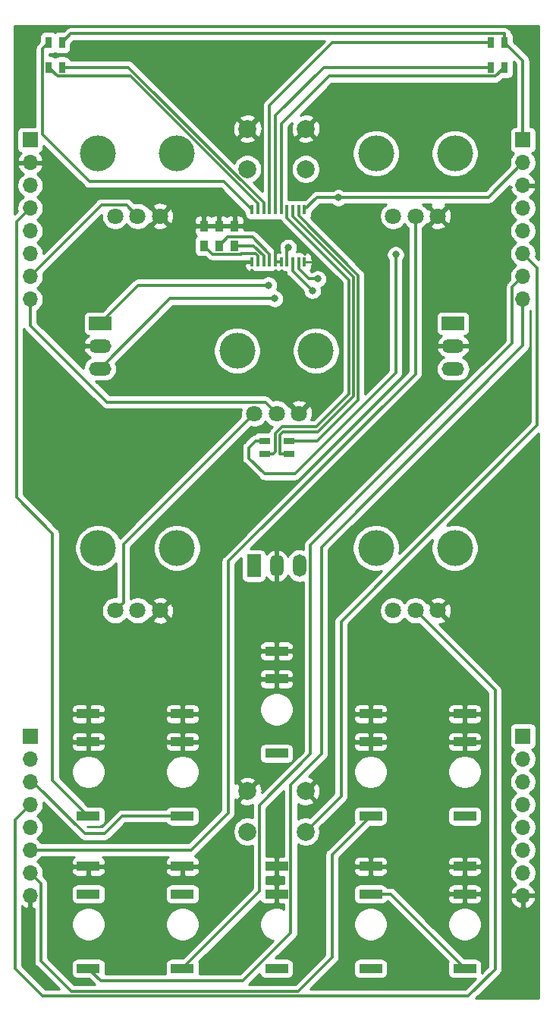
<source format=gbr>
G04 #@! TF.GenerationSoftware,KiCad,Pcbnew,(5.1.9)-1*
G04 #@! TF.CreationDate,2021-03-14T15:16:18+00:00*
G04 #@! TF.ProjectId,Retrospector_Controls,52657472-6f73-4706-9563-746f725f436f,rev?*
G04 #@! TF.SameCoordinates,Original*
G04 #@! TF.FileFunction,Copper,L2,Bot*
G04 #@! TF.FilePolarity,Positive*
%FSLAX46Y46*%
G04 Gerber Fmt 4.6, Leading zero omitted, Abs format (unit mm)*
G04 Created by KiCad (PCBNEW (5.1.9)-1) date 2021-03-14 15:16:18*
%MOMM*%
%LPD*%
G01*
G04 APERTURE LIST*
G04 #@! TA.AperFunction,WasherPad*
%ADD10C,4.000000*%
G04 #@! TD*
G04 #@! TA.AperFunction,ComponentPad*
%ADD11C,1.800000*%
G04 #@! TD*
G04 #@! TA.AperFunction,ComponentPad*
%ADD12O,2.500000X1.500000*%
G04 #@! TD*
G04 #@! TA.AperFunction,ComponentPad*
%ADD13R,2.500000X1.500000*%
G04 #@! TD*
G04 #@! TA.AperFunction,ComponentPad*
%ADD14O,1.500000X2.500000*%
G04 #@! TD*
G04 #@! TA.AperFunction,ComponentPad*
%ADD15R,1.500000X2.500000*%
G04 #@! TD*
G04 #@! TA.AperFunction,SMDPad,CuDef*
%ADD16R,1.300000X0.700000*%
G04 #@! TD*
G04 #@! TA.AperFunction,SMDPad,CuDef*
%ADD17R,0.700000X1.300000*%
G04 #@! TD*
G04 #@! TA.AperFunction,ComponentPad*
%ADD18R,2.500000X1.000000*%
G04 #@! TD*
G04 #@! TA.AperFunction,ComponentPad*
%ADD19C,2.000000*%
G04 #@! TD*
G04 #@! TA.AperFunction,SMDPad,CuDef*
%ADD20R,0.400000X1.000000*%
G04 #@! TD*
G04 #@! TA.AperFunction,SMDPad,CuDef*
%ADD21R,0.900000X1.200000*%
G04 #@! TD*
G04 #@! TA.AperFunction,ComponentPad*
%ADD22R,1.700000X1.700000*%
G04 #@! TD*
G04 #@! TA.AperFunction,ComponentPad*
%ADD23O,1.700000X1.700000*%
G04 #@! TD*
G04 #@! TA.AperFunction,ViaPad*
%ADD24C,0.800000*%
G04 #@! TD*
G04 #@! TA.AperFunction,Conductor*
%ADD25C,0.300000*%
G04 #@! TD*
G04 #@! TA.AperFunction,Conductor*
%ADD26C,0.250000*%
G04 #@! TD*
G04 #@! TA.AperFunction,Conductor*
%ADD27C,0.254000*%
G04 #@! TD*
G04 #@! TA.AperFunction,Conductor*
%ADD28C,0.100000*%
G04 #@! TD*
G04 APERTURE END LIST*
D10*
X110100000Y-65000000D03*
X118900000Y-65000000D03*
D11*
X112000000Y-72000000D03*
X114500000Y-72000000D03*
X117000000Y-72000000D03*
D12*
X149700000Y-89040000D03*
X149700000Y-86500000D03*
D13*
X149700000Y-83960000D03*
D14*
X132540000Y-111000000D03*
X130000000Y-111000000D03*
D15*
X127460000Y-111000000D03*
D12*
X110300000Y-89040000D03*
X110300000Y-86500000D03*
D13*
X110300000Y-83960000D03*
D16*
X128650000Y-98550000D03*
X131400000Y-98550000D03*
X128650000Y-97050000D03*
X131400000Y-97050000D03*
D17*
X153950000Y-52650000D03*
X153950000Y-55400000D03*
X155450000Y-52650000D03*
X155450000Y-55400000D03*
X104550000Y-52650000D03*
X104550000Y-55400000D03*
X106050000Y-52650000D03*
X106050000Y-55400000D03*
D18*
X130000000Y-120520000D03*
X130000000Y-123620000D03*
X130000000Y-131920000D03*
X109000000Y-144520000D03*
X109000000Y-147620000D03*
X109000000Y-155920000D03*
X119500000Y-127520000D03*
X119500000Y-130620000D03*
X119500000Y-138920000D03*
X140500000Y-127520000D03*
X140500000Y-130620000D03*
X140500000Y-138920000D03*
X109000000Y-127520000D03*
X109000000Y-130620000D03*
X109000000Y-138920000D03*
X119500000Y-144520000D03*
X119500000Y-147620000D03*
X119500000Y-155920000D03*
X140500000Y-144520000D03*
X140500000Y-147620000D03*
X140500000Y-155920000D03*
X130000000Y-144520000D03*
X130000000Y-147620000D03*
X130000000Y-155920000D03*
X151000000Y-127520000D03*
X151000000Y-130620000D03*
X151000000Y-138920000D03*
X151000000Y-144520000D03*
X151000000Y-147620000D03*
X151000000Y-155920000D03*
D10*
X125600000Y-87000000D03*
X134400000Y-87000000D03*
D11*
X127500000Y-94000000D03*
X130000000Y-94000000D03*
X132500000Y-94000000D03*
D10*
X110100000Y-109000000D03*
X118900000Y-109000000D03*
D11*
X112000000Y-116000000D03*
X114500000Y-116000000D03*
X117000000Y-116000000D03*
D10*
X141100000Y-109000000D03*
X149900000Y-109000000D03*
D11*
X143000000Y-116000000D03*
X145500000Y-116000000D03*
X148000000Y-116000000D03*
D10*
X141100000Y-65000000D03*
X149900000Y-65000000D03*
D11*
X143000000Y-72000000D03*
X145500000Y-72000000D03*
X148000000Y-72000000D03*
D19*
X126750000Y-136150000D03*
X126750000Y-140650000D03*
X133250000Y-136150000D03*
X133250000Y-140650000D03*
X126750000Y-62250000D03*
X126750000Y-66750000D03*
X133250000Y-62250000D03*
X133250000Y-66750000D03*
D20*
X133125000Y-77100000D03*
X132475000Y-77100000D03*
X131825000Y-77100000D03*
X131175000Y-77100000D03*
X130525000Y-77100000D03*
X129875000Y-77100000D03*
X129225000Y-77100000D03*
X128575000Y-77100000D03*
X127925000Y-77100000D03*
X127275000Y-77100000D03*
X127275000Y-71300000D03*
X127925000Y-71300000D03*
X128575000Y-71300000D03*
X129225000Y-71300000D03*
X129875000Y-71300000D03*
X130525000Y-71300000D03*
X131175000Y-71300000D03*
X131825000Y-71300000D03*
X132475000Y-71300000D03*
X133125000Y-71300000D03*
D21*
X121900000Y-75300000D03*
X121900000Y-73100000D03*
X125300000Y-75300000D03*
X125300000Y-73100000D03*
X123600000Y-75300000D03*
X123600000Y-73100000D03*
D22*
X157500000Y-130000000D03*
D23*
X157500000Y-132540000D03*
X157500000Y-135080000D03*
X157500000Y-137620000D03*
X157500000Y-140160000D03*
X157500000Y-142700000D03*
X157500000Y-145240000D03*
X157500000Y-147780000D03*
D22*
X157500000Y-63500000D03*
D23*
X157500000Y-66040000D03*
X157500000Y-68580000D03*
X157500000Y-71120000D03*
X157500000Y-73660000D03*
X157500000Y-76200000D03*
X157500000Y-78740000D03*
X157500000Y-81280000D03*
D22*
X102500000Y-130000000D03*
D23*
X102500000Y-132540000D03*
X102500000Y-135080000D03*
X102500000Y-137620000D03*
X102500000Y-140160000D03*
X102500000Y-142700000D03*
X102500000Y-145240000D03*
X102500000Y-147780000D03*
D22*
X102500000Y-63500000D03*
D23*
X102500000Y-66040000D03*
X102500000Y-68580000D03*
X102500000Y-71120000D03*
X102500000Y-73660000D03*
X102500000Y-76200000D03*
X102500000Y-78740000D03*
X102500000Y-81280000D03*
D24*
X132700000Y-80700000D03*
X129900000Y-74600000D03*
X136350000Y-79250000D03*
X119200000Y-100400000D03*
X129100000Y-79700000D03*
X129800000Y-81200000D03*
X143300000Y-76300000D03*
X131300000Y-75500000D03*
X136900000Y-69950000D03*
X134600000Y-79000000D03*
X134000000Y-80300000D03*
D25*
X130525000Y-77100000D02*
X129875000Y-77100000D01*
X122019998Y-77100000D02*
X127275000Y-77100000D01*
X129875000Y-74875000D02*
X129875000Y-77100000D01*
X129900000Y-74600000D02*
X129875000Y-74875000D01*
D26*
X134200000Y-77100000D02*
X136350000Y-79250000D01*
X133125000Y-77100000D02*
X134200000Y-77100000D01*
D25*
X112899999Y-108600001D02*
X127500000Y-94000000D01*
X112899999Y-115100001D02*
X112899999Y-108600001D01*
X112000000Y-116000000D02*
X112899999Y-115100001D01*
X114560000Y-79700000D02*
X129100000Y-79700000D01*
X110300000Y-83960000D02*
X114560000Y-79700000D01*
X118140000Y-81200000D02*
X129800000Y-81200000D01*
X110300000Y-89040000D02*
X118140000Y-81200000D01*
X142700000Y-147620000D02*
X151000000Y-155920000D01*
X140500000Y-147620000D02*
X142700000Y-147620000D01*
X159100000Y-77800000D02*
X157500000Y-76200000D01*
X159100000Y-95300000D02*
X159100000Y-77800000D01*
X137200000Y-117200000D02*
X159100000Y-95300000D01*
X137200000Y-136700000D02*
X137200000Y-117200000D01*
X133250000Y-140650000D02*
X137200000Y-136700000D01*
X156299999Y-79940001D02*
X157500000Y-78740000D01*
X156299999Y-86200001D02*
X156299999Y-79940001D01*
X133800000Y-132000000D02*
X133800000Y-108700000D01*
X133800000Y-108700000D02*
X156299999Y-86200001D01*
X128100001Y-137699999D02*
X133800000Y-132000000D01*
X128100001Y-147319999D02*
X128100001Y-137699999D01*
X119500000Y-155920000D02*
X128100001Y-147319999D01*
X110380000Y-157300000D02*
X109000000Y-155920000D01*
X126239998Y-157300000D02*
X110380000Y-157300000D01*
X131600001Y-151939997D02*
X126239998Y-157300000D01*
X131600001Y-135399999D02*
X131600001Y-151939997D01*
X135000000Y-132000000D02*
X131600001Y-135399999D01*
X135000000Y-108900000D02*
X135000000Y-132000000D01*
X157500000Y-86400000D02*
X135000000Y-108900000D01*
X157500000Y-81280000D02*
X157500000Y-86400000D01*
X120500000Y-142700000D02*
X102500000Y-142700000D01*
X124600000Y-138600000D02*
X120500000Y-142700000D01*
X124600000Y-110500000D02*
X124600000Y-138600000D01*
X145500000Y-89600000D02*
X124600000Y-110500000D01*
X145500000Y-72000000D02*
X145500000Y-89600000D01*
X101000000Y-72620000D02*
X102500000Y-71120000D01*
X101000000Y-103378002D02*
X101000000Y-72620000D01*
X105000000Y-107378002D02*
X101000000Y-103378002D01*
X105000000Y-134920000D02*
X105000000Y-107378002D01*
X109000000Y-138920000D02*
X105000000Y-134920000D01*
X110490001Y-70749999D02*
X102500000Y-78740000D01*
X113249999Y-70749999D02*
X110490001Y-70749999D01*
X114500000Y-72000000D02*
X113249999Y-70749999D01*
X119500000Y-138920000D02*
X112780000Y-138920000D01*
X112780000Y-138920000D02*
X110800000Y-140900000D01*
X102779998Y-135080000D02*
X102500000Y-135080000D01*
X108599998Y-140900000D02*
X102779998Y-135080000D01*
X110800000Y-140900000D02*
X108599998Y-140900000D01*
X103700001Y-146440001D02*
X102500000Y-145240000D01*
X103700001Y-155100001D02*
X103700001Y-146440001D01*
X107100000Y-158500000D02*
X103700001Y-155100001D01*
X132400000Y-158500000D02*
X107100000Y-158500000D01*
X136200000Y-154700000D02*
X132400000Y-158500000D01*
X136200000Y-143220000D02*
X136200000Y-154700000D01*
X140500000Y-138920000D02*
X136200000Y-143220000D01*
X154400000Y-124900000D02*
X145500000Y-116000000D01*
X154400000Y-156000000D02*
X154400000Y-124900000D01*
X151400000Y-159000000D02*
X154400000Y-156000000D01*
X100800000Y-155900000D02*
X103900000Y-159000000D01*
X103900000Y-159000000D02*
X151400000Y-159000000D01*
X100800000Y-139320000D02*
X100800000Y-155900000D01*
X102500000Y-137620000D02*
X100800000Y-139320000D01*
X157500000Y-54700000D02*
X157500000Y-63500000D01*
X155450000Y-52650000D02*
X157500000Y-54700000D01*
X107050001Y-51649999D02*
X106050000Y-52650000D01*
X155399999Y-51649999D02*
X107050001Y-51649999D01*
X155450000Y-51700000D02*
X155399999Y-51649999D01*
X155450000Y-52650000D02*
X155450000Y-51700000D01*
X143300000Y-89500000D02*
X143300000Y-76300000D01*
X128650000Y-100750000D02*
X132050000Y-100750000D01*
X126900000Y-99000000D02*
X128650000Y-100750000D01*
X126900000Y-97850000D02*
X126900000Y-99000000D01*
X132050000Y-100750000D02*
X143300000Y-89500000D01*
X127700000Y-97050000D02*
X126900000Y-97850000D01*
X128650000Y-97050000D02*
X127700000Y-97050000D01*
X103849999Y-53350001D02*
X104550000Y-52650000D01*
X103849999Y-62899999D02*
X103849999Y-53350001D01*
X109100000Y-68150000D02*
X103849999Y-62899999D01*
X124125000Y-68150000D02*
X109100000Y-68150000D01*
X127275000Y-71300000D02*
X124125000Y-68150000D01*
X105550001Y-56400001D02*
X104550000Y-55400000D01*
X113705003Y-56400001D02*
X105550001Y-56400001D01*
X127925000Y-70619998D02*
X113705003Y-56400001D01*
X127925000Y-71300000D02*
X127925000Y-70619998D01*
X113475000Y-55400000D02*
X106050000Y-55400000D01*
X128575000Y-70500000D02*
X113475000Y-55400000D01*
X128575000Y-71300000D02*
X128575000Y-70500000D01*
X149971998Y-52650000D02*
X153950000Y-52650000D01*
X136250000Y-52650000D02*
X149971998Y-52650000D01*
X129225000Y-59675000D02*
X136250000Y-52650000D01*
X129225000Y-71300000D02*
X129225000Y-59675000D01*
X135250000Y-55400000D02*
X153950000Y-55400000D01*
X129875000Y-60775000D02*
X135250000Y-55400000D01*
X129875000Y-71300000D02*
X129875000Y-60775000D01*
X154449999Y-56400001D02*
X155450000Y-55400000D01*
X135849999Y-56400001D02*
X154449999Y-56400001D01*
X130525000Y-61725000D02*
X135849999Y-56400001D01*
X130525000Y-71300000D02*
X130525000Y-61725000D01*
X138099990Y-79099990D02*
X131175000Y-72175000D01*
X138099990Y-91850010D02*
X138099990Y-79099990D01*
X131175000Y-72175000D02*
X131175000Y-71300000D01*
X130612878Y-95500000D02*
X134450000Y-95500000D01*
X129899989Y-96212889D02*
X130612878Y-95500000D01*
X129899989Y-98250011D02*
X129899989Y-96212889D01*
X129600000Y-98550000D02*
X129899989Y-98250011D01*
X134450000Y-95500000D02*
X138099990Y-91850010D01*
X128650000Y-98550000D02*
X129600000Y-98550000D01*
X131825000Y-72025000D02*
X131825000Y-71300000D01*
X130399999Y-98499999D02*
X130399999Y-96419999D01*
X131400000Y-98550000D02*
X130450000Y-98550000D01*
X130450000Y-98550000D02*
X130399999Y-98499999D01*
X134600000Y-96100000D02*
X138600000Y-92100000D01*
X130399999Y-96419999D02*
X130719998Y-96100000D01*
X130719998Y-96100000D02*
X134600000Y-96100000D01*
X138600000Y-92100000D02*
X138600000Y-78800000D01*
X138600000Y-78800000D02*
X131825000Y-72025000D01*
X134550000Y-97050000D02*
X131400000Y-97050000D01*
X139100000Y-92500000D02*
X134550000Y-97050000D01*
X132475000Y-71300000D02*
X132475000Y-71967878D01*
X132475000Y-71967878D02*
X139100000Y-78592878D01*
X139100000Y-78592878D02*
X139100000Y-92500000D01*
X131175000Y-75625000D02*
X131300000Y-75500000D01*
X131175000Y-77100000D02*
X131175000Y-75625000D01*
X153640000Y-69900000D02*
X157500000Y-66040000D01*
X134525000Y-69900000D02*
X153640000Y-69900000D01*
X133125000Y-71300000D02*
X134525000Y-69900000D01*
X133575000Y-79000000D02*
X134600000Y-79000000D01*
X132475000Y-77900000D02*
X133575000Y-79000000D01*
X132475000Y-77100000D02*
X132475000Y-77900000D01*
X134000000Y-80300000D02*
X131825000Y-78125000D01*
X131825000Y-78125000D02*
X131825000Y-77100000D01*
X129225000Y-76225000D02*
X129225000Y-77100000D01*
X127349999Y-74349999D02*
X129225000Y-76225000D01*
X124550001Y-74349999D02*
X127349999Y-74349999D01*
X123600000Y-75300000D02*
X124550001Y-74349999D01*
X128575000Y-76419998D02*
X128575000Y-77100000D01*
X127455002Y-75300000D02*
X128575000Y-76419998D01*
X125300000Y-75300000D02*
X127455002Y-75300000D01*
X127900000Y-76900000D02*
X127900000Y-76452118D01*
X127925000Y-76925000D02*
X127900000Y-76900000D01*
X127925000Y-77100000D02*
X127925000Y-76925000D01*
X127900000Y-76452118D02*
X127647882Y-76200000D01*
X122850001Y-76250001D02*
X121900000Y-75300000D01*
X126080002Y-76200000D02*
X126030001Y-76250001D01*
X126030001Y-76250001D02*
X122850001Y-76250001D01*
X127647882Y-76200000D02*
X126080002Y-76200000D01*
X128749999Y-92749999D02*
X111049999Y-92749999D01*
X130000000Y-94000000D02*
X128749999Y-92749999D01*
X102500000Y-84200000D02*
X102500000Y-81280000D01*
X111049999Y-92749999D02*
X102500000Y-84200000D01*
D27*
X159265001Y-159265000D02*
X152245157Y-159265000D01*
X154927811Y-156582346D01*
X154957764Y-156557764D01*
X155055862Y-156438233D01*
X155128754Y-156301860D01*
X155128754Y-156301859D01*
X155173642Y-156153887D01*
X155183490Y-156053887D01*
X155185000Y-156038561D01*
X155185000Y-156038556D01*
X155188797Y-156000000D01*
X155185000Y-155961444D01*
X155185000Y-148136890D01*
X156058524Y-148136890D01*
X156103175Y-148284099D01*
X156228359Y-148546920D01*
X156402412Y-148780269D01*
X156618645Y-148975178D01*
X156868748Y-149124157D01*
X157143109Y-149221481D01*
X157373000Y-149100814D01*
X157373000Y-147907000D01*
X157627000Y-147907000D01*
X157627000Y-149100814D01*
X157856891Y-149221481D01*
X158131252Y-149124157D01*
X158381355Y-148975178D01*
X158597588Y-148780269D01*
X158771641Y-148546920D01*
X158896825Y-148284099D01*
X158941476Y-148136890D01*
X158820155Y-147907000D01*
X157627000Y-147907000D01*
X157373000Y-147907000D01*
X156179845Y-147907000D01*
X156058524Y-148136890D01*
X155185000Y-148136890D01*
X155185000Y-129150000D01*
X156011928Y-129150000D01*
X156011928Y-130850000D01*
X156024188Y-130974482D01*
X156060498Y-131094180D01*
X156119463Y-131204494D01*
X156198815Y-131301185D01*
X156295506Y-131380537D01*
X156405820Y-131439502D01*
X156478380Y-131461513D01*
X156346525Y-131593368D01*
X156184010Y-131836589D01*
X156072068Y-132106842D01*
X156015000Y-132393740D01*
X156015000Y-132686260D01*
X156072068Y-132973158D01*
X156184010Y-133243411D01*
X156346525Y-133486632D01*
X156553368Y-133693475D01*
X156727760Y-133810000D01*
X156553368Y-133926525D01*
X156346525Y-134133368D01*
X156184010Y-134376589D01*
X156072068Y-134646842D01*
X156015000Y-134933740D01*
X156015000Y-135226260D01*
X156072068Y-135513158D01*
X156184010Y-135783411D01*
X156346525Y-136026632D01*
X156553368Y-136233475D01*
X156727760Y-136350000D01*
X156553368Y-136466525D01*
X156346525Y-136673368D01*
X156184010Y-136916589D01*
X156072068Y-137186842D01*
X156015000Y-137473740D01*
X156015000Y-137766260D01*
X156072068Y-138053158D01*
X156184010Y-138323411D01*
X156346525Y-138566632D01*
X156553368Y-138773475D01*
X156727760Y-138890000D01*
X156553368Y-139006525D01*
X156346525Y-139213368D01*
X156184010Y-139456589D01*
X156072068Y-139726842D01*
X156015000Y-140013740D01*
X156015000Y-140306260D01*
X156072068Y-140593158D01*
X156184010Y-140863411D01*
X156346525Y-141106632D01*
X156553368Y-141313475D01*
X156727760Y-141430000D01*
X156553368Y-141546525D01*
X156346525Y-141753368D01*
X156184010Y-141996589D01*
X156072068Y-142266842D01*
X156015000Y-142553740D01*
X156015000Y-142846260D01*
X156072068Y-143133158D01*
X156184010Y-143403411D01*
X156346525Y-143646632D01*
X156553368Y-143853475D01*
X156727760Y-143970000D01*
X156553368Y-144086525D01*
X156346525Y-144293368D01*
X156184010Y-144536589D01*
X156072068Y-144806842D01*
X156015000Y-145093740D01*
X156015000Y-145386260D01*
X156072068Y-145673158D01*
X156184010Y-145943411D01*
X156346525Y-146186632D01*
X156553368Y-146393475D01*
X156735534Y-146515195D01*
X156618645Y-146584822D01*
X156402412Y-146779731D01*
X156228359Y-147013080D01*
X156103175Y-147275901D01*
X156058524Y-147423110D01*
X156179845Y-147653000D01*
X157373000Y-147653000D01*
X157373000Y-147633000D01*
X157627000Y-147633000D01*
X157627000Y-147653000D01*
X158820155Y-147653000D01*
X158941476Y-147423110D01*
X158896825Y-147275901D01*
X158771641Y-147013080D01*
X158597588Y-146779731D01*
X158381355Y-146584822D01*
X158264466Y-146515195D01*
X158446632Y-146393475D01*
X158653475Y-146186632D01*
X158815990Y-145943411D01*
X158927932Y-145673158D01*
X158985000Y-145386260D01*
X158985000Y-145093740D01*
X158927932Y-144806842D01*
X158815990Y-144536589D01*
X158653475Y-144293368D01*
X158446632Y-144086525D01*
X158272240Y-143970000D01*
X158446632Y-143853475D01*
X158653475Y-143646632D01*
X158815990Y-143403411D01*
X158927932Y-143133158D01*
X158985000Y-142846260D01*
X158985000Y-142553740D01*
X158927932Y-142266842D01*
X158815990Y-141996589D01*
X158653475Y-141753368D01*
X158446632Y-141546525D01*
X158272240Y-141430000D01*
X158446632Y-141313475D01*
X158653475Y-141106632D01*
X158815990Y-140863411D01*
X158927932Y-140593158D01*
X158985000Y-140306260D01*
X158985000Y-140013740D01*
X158927932Y-139726842D01*
X158815990Y-139456589D01*
X158653475Y-139213368D01*
X158446632Y-139006525D01*
X158272240Y-138890000D01*
X158446632Y-138773475D01*
X158653475Y-138566632D01*
X158815990Y-138323411D01*
X158927932Y-138053158D01*
X158985000Y-137766260D01*
X158985000Y-137473740D01*
X158927932Y-137186842D01*
X158815990Y-136916589D01*
X158653475Y-136673368D01*
X158446632Y-136466525D01*
X158272240Y-136350000D01*
X158446632Y-136233475D01*
X158653475Y-136026632D01*
X158815990Y-135783411D01*
X158927932Y-135513158D01*
X158985000Y-135226260D01*
X158985000Y-134933740D01*
X158927932Y-134646842D01*
X158815990Y-134376589D01*
X158653475Y-134133368D01*
X158446632Y-133926525D01*
X158272240Y-133810000D01*
X158446632Y-133693475D01*
X158653475Y-133486632D01*
X158815990Y-133243411D01*
X158927932Y-132973158D01*
X158985000Y-132686260D01*
X158985000Y-132393740D01*
X158927932Y-132106842D01*
X158815990Y-131836589D01*
X158653475Y-131593368D01*
X158521620Y-131461513D01*
X158594180Y-131439502D01*
X158704494Y-131380537D01*
X158801185Y-131301185D01*
X158880537Y-131204494D01*
X158939502Y-131094180D01*
X158975812Y-130974482D01*
X158988072Y-130850000D01*
X158988072Y-129150000D01*
X158975812Y-129025518D01*
X158939502Y-128905820D01*
X158880537Y-128795506D01*
X158801185Y-128698815D01*
X158704494Y-128619463D01*
X158594180Y-128560498D01*
X158474482Y-128524188D01*
X158350000Y-128511928D01*
X156650000Y-128511928D01*
X156525518Y-128524188D01*
X156405820Y-128560498D01*
X156295506Y-128619463D01*
X156198815Y-128698815D01*
X156119463Y-128795506D01*
X156060498Y-128905820D01*
X156024188Y-129025518D01*
X156011928Y-129150000D01*
X155185000Y-129150000D01*
X155185000Y-124938556D01*
X155188797Y-124900000D01*
X155185000Y-124861444D01*
X155185000Y-124861439D01*
X155181020Y-124821026D01*
X155173642Y-124746113D01*
X155128754Y-124598140D01*
X155114346Y-124571185D01*
X155055862Y-124461767D01*
X154957764Y-124342236D01*
X154927810Y-124317653D01*
X148140611Y-117530454D01*
X148365907Y-117498397D01*
X148651199Y-117398222D01*
X148800792Y-117318261D01*
X148884475Y-117064080D01*
X148000000Y-116179605D01*
X147985858Y-116193748D01*
X147806253Y-116014143D01*
X147820395Y-116000000D01*
X148179605Y-116000000D01*
X149064080Y-116884475D01*
X149318261Y-116800792D01*
X149449158Y-116528225D01*
X149524365Y-116235358D01*
X149540991Y-115933447D01*
X149498397Y-115634093D01*
X149398222Y-115348801D01*
X149318261Y-115199208D01*
X149064080Y-115115525D01*
X148179605Y-116000000D01*
X147820395Y-116000000D01*
X146935920Y-115115525D01*
X146787738Y-115164310D01*
X146692312Y-115021495D01*
X146606737Y-114935920D01*
X147115525Y-114935920D01*
X148000000Y-115820395D01*
X148884475Y-114935920D01*
X148800792Y-114681739D01*
X148528225Y-114550842D01*
X148235358Y-114475635D01*
X147933447Y-114459009D01*
X147634093Y-114501603D01*
X147348801Y-114601778D01*
X147199208Y-114681739D01*
X147115525Y-114935920D01*
X146606737Y-114935920D01*
X146478505Y-114807688D01*
X146227095Y-114639701D01*
X145947743Y-114523989D01*
X145651184Y-114465000D01*
X145348816Y-114465000D01*
X145052257Y-114523989D01*
X144772905Y-114639701D01*
X144521495Y-114807688D01*
X144307688Y-115021495D01*
X144250000Y-115107831D01*
X144192312Y-115021495D01*
X143978505Y-114807688D01*
X143727095Y-114639701D01*
X143447743Y-114523989D01*
X143151184Y-114465000D01*
X142848816Y-114465000D01*
X142552257Y-114523989D01*
X142272905Y-114639701D01*
X142021495Y-114807688D01*
X141807688Y-115021495D01*
X141639701Y-115272905D01*
X141523989Y-115552257D01*
X141465000Y-115848816D01*
X141465000Y-116151184D01*
X141523989Y-116447743D01*
X141639701Y-116727095D01*
X141807688Y-116978505D01*
X142021495Y-117192312D01*
X142272905Y-117360299D01*
X142552257Y-117476011D01*
X142848816Y-117535000D01*
X143151184Y-117535000D01*
X143447743Y-117476011D01*
X143727095Y-117360299D01*
X143978505Y-117192312D01*
X144192312Y-116978505D01*
X144250000Y-116892169D01*
X144307688Y-116978505D01*
X144521495Y-117192312D01*
X144772905Y-117360299D01*
X145052257Y-117476011D01*
X145348816Y-117535000D01*
X145651184Y-117535000D01*
X145879440Y-117489597D01*
X153615001Y-125225158D01*
X153615000Y-155674843D01*
X152888072Y-156401771D01*
X152888072Y-155420000D01*
X152875812Y-155295518D01*
X152839502Y-155175820D01*
X152780537Y-155065506D01*
X152701185Y-154968815D01*
X152604494Y-154889463D01*
X152494180Y-154830498D01*
X152374482Y-154794188D01*
X152250000Y-154781928D01*
X150972085Y-154781928D01*
X147004501Y-150814344D01*
X149115000Y-150814344D01*
X149115000Y-151185656D01*
X149187439Y-151549834D01*
X149329534Y-151892882D01*
X149535825Y-152201618D01*
X149798382Y-152464175D01*
X150107118Y-152670466D01*
X150450166Y-152812561D01*
X150814344Y-152885000D01*
X151185656Y-152885000D01*
X151549834Y-152812561D01*
X151892882Y-152670466D01*
X152201618Y-152464175D01*
X152464175Y-152201618D01*
X152670466Y-151892882D01*
X152812561Y-151549834D01*
X152885000Y-151185656D01*
X152885000Y-150814344D01*
X152812561Y-150450166D01*
X152670466Y-150107118D01*
X152464175Y-149798382D01*
X152201618Y-149535825D01*
X151892882Y-149329534D01*
X151549834Y-149187439D01*
X151185656Y-149115000D01*
X150814344Y-149115000D01*
X150450166Y-149187439D01*
X150107118Y-149329534D01*
X149798382Y-149535825D01*
X149535825Y-149798382D01*
X149329534Y-150107118D01*
X149187439Y-150450166D01*
X149115000Y-150814344D01*
X147004501Y-150814344D01*
X144310157Y-148120000D01*
X149111928Y-148120000D01*
X149124188Y-148244482D01*
X149160498Y-148364180D01*
X149219463Y-148474494D01*
X149298815Y-148571185D01*
X149395506Y-148650537D01*
X149505820Y-148709502D01*
X149625518Y-148745812D01*
X149750000Y-148758072D01*
X150714250Y-148755000D01*
X150873000Y-148596250D01*
X150873000Y-147747000D01*
X151127000Y-147747000D01*
X151127000Y-148596250D01*
X151285750Y-148755000D01*
X152250000Y-148758072D01*
X152374482Y-148745812D01*
X152494180Y-148709502D01*
X152604494Y-148650537D01*
X152701185Y-148571185D01*
X152780537Y-148474494D01*
X152839502Y-148364180D01*
X152875812Y-148244482D01*
X152888072Y-148120000D01*
X152885000Y-147905750D01*
X152726250Y-147747000D01*
X151127000Y-147747000D01*
X150873000Y-147747000D01*
X149273750Y-147747000D01*
X149115000Y-147905750D01*
X149111928Y-148120000D01*
X144310157Y-148120000D01*
X143310157Y-147120000D01*
X149111928Y-147120000D01*
X149115000Y-147334250D01*
X149273750Y-147493000D01*
X150873000Y-147493000D01*
X150873000Y-146643750D01*
X151127000Y-146643750D01*
X151127000Y-147493000D01*
X152726250Y-147493000D01*
X152885000Y-147334250D01*
X152888072Y-147120000D01*
X152875812Y-146995518D01*
X152839502Y-146875820D01*
X152780537Y-146765506D01*
X152701185Y-146668815D01*
X152604494Y-146589463D01*
X152494180Y-146530498D01*
X152374482Y-146494188D01*
X152250000Y-146481928D01*
X151285750Y-146485000D01*
X151127000Y-146643750D01*
X150873000Y-146643750D01*
X150714250Y-146485000D01*
X149750000Y-146481928D01*
X149625518Y-146494188D01*
X149505820Y-146530498D01*
X149395506Y-146589463D01*
X149298815Y-146668815D01*
X149219463Y-146765506D01*
X149160498Y-146875820D01*
X149124188Y-146995518D01*
X149111928Y-147120000D01*
X143310157Y-147120000D01*
X143282347Y-147092190D01*
X143257764Y-147062236D01*
X143138233Y-146964138D01*
X143001860Y-146891246D01*
X142853887Y-146846359D01*
X142738561Y-146835000D01*
X142738553Y-146835000D01*
X142700000Y-146831203D01*
X142661447Y-146835000D01*
X142317683Y-146835000D01*
X142280537Y-146765506D01*
X142201185Y-146668815D01*
X142104494Y-146589463D01*
X141994180Y-146530498D01*
X141874482Y-146494188D01*
X141750000Y-146481928D01*
X139250000Y-146481928D01*
X139125518Y-146494188D01*
X139005820Y-146530498D01*
X138895506Y-146589463D01*
X138798815Y-146668815D01*
X138719463Y-146765506D01*
X138660498Y-146875820D01*
X138624188Y-146995518D01*
X138611928Y-147120000D01*
X138611928Y-148120000D01*
X138624188Y-148244482D01*
X138660498Y-148364180D01*
X138719463Y-148474494D01*
X138798815Y-148571185D01*
X138895506Y-148650537D01*
X139005820Y-148709502D01*
X139125518Y-148745812D01*
X139250000Y-148758072D01*
X141750000Y-148758072D01*
X141874482Y-148745812D01*
X141994180Y-148709502D01*
X142104494Y-148650537D01*
X142201185Y-148571185D01*
X142280537Y-148474494D01*
X142317683Y-148405000D01*
X142374843Y-148405000D01*
X149157045Y-155187202D01*
X149124188Y-155295518D01*
X149111928Y-155420000D01*
X149111928Y-156420000D01*
X149124188Y-156544482D01*
X149160498Y-156664180D01*
X149219463Y-156774494D01*
X149298815Y-156871185D01*
X149395506Y-156950537D01*
X149505820Y-157009502D01*
X149625518Y-157045812D01*
X149750000Y-157058072D01*
X152231771Y-157058072D01*
X151074843Y-158215000D01*
X133795157Y-158215000D01*
X136590157Y-155420000D01*
X138611928Y-155420000D01*
X138611928Y-156420000D01*
X138624188Y-156544482D01*
X138660498Y-156664180D01*
X138719463Y-156774494D01*
X138798815Y-156871185D01*
X138895506Y-156950537D01*
X139005820Y-157009502D01*
X139125518Y-157045812D01*
X139250000Y-157058072D01*
X141750000Y-157058072D01*
X141874482Y-157045812D01*
X141994180Y-157009502D01*
X142104494Y-156950537D01*
X142201185Y-156871185D01*
X142280537Y-156774494D01*
X142339502Y-156664180D01*
X142375812Y-156544482D01*
X142388072Y-156420000D01*
X142388072Y-155420000D01*
X142375812Y-155295518D01*
X142339502Y-155175820D01*
X142280537Y-155065506D01*
X142201185Y-154968815D01*
X142104494Y-154889463D01*
X141994180Y-154830498D01*
X141874482Y-154794188D01*
X141750000Y-154781928D01*
X139250000Y-154781928D01*
X139125518Y-154794188D01*
X139005820Y-154830498D01*
X138895506Y-154889463D01*
X138798815Y-154968815D01*
X138719463Y-155065506D01*
X138660498Y-155175820D01*
X138624188Y-155295518D01*
X138611928Y-155420000D01*
X136590157Y-155420000D01*
X136727810Y-155282347D01*
X136757764Y-155257764D01*
X136855862Y-155138233D01*
X136928754Y-155001860D01*
X136945664Y-154946115D01*
X136973642Y-154853887D01*
X136981020Y-154778974D01*
X136985000Y-154738561D01*
X136985000Y-154738556D01*
X136988797Y-154700000D01*
X136985000Y-154661444D01*
X136985000Y-150814344D01*
X138615000Y-150814344D01*
X138615000Y-151185656D01*
X138687439Y-151549834D01*
X138829534Y-151892882D01*
X139035825Y-152201618D01*
X139298382Y-152464175D01*
X139607118Y-152670466D01*
X139950166Y-152812561D01*
X140314344Y-152885000D01*
X140685656Y-152885000D01*
X141049834Y-152812561D01*
X141392882Y-152670466D01*
X141701618Y-152464175D01*
X141964175Y-152201618D01*
X142170466Y-151892882D01*
X142312561Y-151549834D01*
X142385000Y-151185656D01*
X142385000Y-150814344D01*
X142312561Y-150450166D01*
X142170466Y-150107118D01*
X141964175Y-149798382D01*
X141701618Y-149535825D01*
X141392882Y-149329534D01*
X141049834Y-149187439D01*
X140685656Y-149115000D01*
X140314344Y-149115000D01*
X139950166Y-149187439D01*
X139607118Y-149329534D01*
X139298382Y-149535825D01*
X139035825Y-149798382D01*
X138829534Y-150107118D01*
X138687439Y-150450166D01*
X138615000Y-150814344D01*
X136985000Y-150814344D01*
X136985000Y-145020000D01*
X138611928Y-145020000D01*
X138624188Y-145144482D01*
X138660498Y-145264180D01*
X138719463Y-145374494D01*
X138798815Y-145471185D01*
X138895506Y-145550537D01*
X139005820Y-145609502D01*
X139125518Y-145645812D01*
X139250000Y-145658072D01*
X140214250Y-145655000D01*
X140373000Y-145496250D01*
X140373000Y-144647000D01*
X140627000Y-144647000D01*
X140627000Y-145496250D01*
X140785750Y-145655000D01*
X141750000Y-145658072D01*
X141874482Y-145645812D01*
X141994180Y-145609502D01*
X142104494Y-145550537D01*
X142201185Y-145471185D01*
X142280537Y-145374494D01*
X142339502Y-145264180D01*
X142375812Y-145144482D01*
X142388072Y-145020000D01*
X149111928Y-145020000D01*
X149124188Y-145144482D01*
X149160498Y-145264180D01*
X149219463Y-145374494D01*
X149298815Y-145471185D01*
X149395506Y-145550537D01*
X149505820Y-145609502D01*
X149625518Y-145645812D01*
X149750000Y-145658072D01*
X150714250Y-145655000D01*
X150873000Y-145496250D01*
X150873000Y-144647000D01*
X151127000Y-144647000D01*
X151127000Y-145496250D01*
X151285750Y-145655000D01*
X152250000Y-145658072D01*
X152374482Y-145645812D01*
X152494180Y-145609502D01*
X152604494Y-145550537D01*
X152701185Y-145471185D01*
X152780537Y-145374494D01*
X152839502Y-145264180D01*
X152875812Y-145144482D01*
X152888072Y-145020000D01*
X152885000Y-144805750D01*
X152726250Y-144647000D01*
X151127000Y-144647000D01*
X150873000Y-144647000D01*
X149273750Y-144647000D01*
X149115000Y-144805750D01*
X149111928Y-145020000D01*
X142388072Y-145020000D01*
X142385000Y-144805750D01*
X142226250Y-144647000D01*
X140627000Y-144647000D01*
X140373000Y-144647000D01*
X138773750Y-144647000D01*
X138615000Y-144805750D01*
X138611928Y-145020000D01*
X136985000Y-145020000D01*
X136985000Y-144020000D01*
X138611928Y-144020000D01*
X138615000Y-144234250D01*
X138773750Y-144393000D01*
X140373000Y-144393000D01*
X140373000Y-143543750D01*
X140627000Y-143543750D01*
X140627000Y-144393000D01*
X142226250Y-144393000D01*
X142385000Y-144234250D01*
X142388072Y-144020000D01*
X149111928Y-144020000D01*
X149115000Y-144234250D01*
X149273750Y-144393000D01*
X150873000Y-144393000D01*
X150873000Y-143543750D01*
X151127000Y-143543750D01*
X151127000Y-144393000D01*
X152726250Y-144393000D01*
X152885000Y-144234250D01*
X152888072Y-144020000D01*
X152875812Y-143895518D01*
X152839502Y-143775820D01*
X152780537Y-143665506D01*
X152701185Y-143568815D01*
X152604494Y-143489463D01*
X152494180Y-143430498D01*
X152374482Y-143394188D01*
X152250000Y-143381928D01*
X151285750Y-143385000D01*
X151127000Y-143543750D01*
X150873000Y-143543750D01*
X150714250Y-143385000D01*
X149750000Y-143381928D01*
X149625518Y-143394188D01*
X149505820Y-143430498D01*
X149395506Y-143489463D01*
X149298815Y-143568815D01*
X149219463Y-143665506D01*
X149160498Y-143775820D01*
X149124188Y-143895518D01*
X149111928Y-144020000D01*
X142388072Y-144020000D01*
X142375812Y-143895518D01*
X142339502Y-143775820D01*
X142280537Y-143665506D01*
X142201185Y-143568815D01*
X142104494Y-143489463D01*
X141994180Y-143430498D01*
X141874482Y-143394188D01*
X141750000Y-143381928D01*
X140785750Y-143385000D01*
X140627000Y-143543750D01*
X140373000Y-143543750D01*
X140214250Y-143385000D01*
X139250000Y-143381928D01*
X139125518Y-143394188D01*
X139005820Y-143430498D01*
X138895506Y-143489463D01*
X138798815Y-143568815D01*
X138719463Y-143665506D01*
X138660498Y-143775820D01*
X138624188Y-143895518D01*
X138611928Y-144020000D01*
X136985000Y-144020000D01*
X136985000Y-143545157D01*
X140472086Y-140058072D01*
X141750000Y-140058072D01*
X141874482Y-140045812D01*
X141994180Y-140009502D01*
X142104494Y-139950537D01*
X142201185Y-139871185D01*
X142280537Y-139774494D01*
X142339502Y-139664180D01*
X142375812Y-139544482D01*
X142388072Y-139420000D01*
X142388072Y-138420000D01*
X149111928Y-138420000D01*
X149111928Y-139420000D01*
X149124188Y-139544482D01*
X149160498Y-139664180D01*
X149219463Y-139774494D01*
X149298815Y-139871185D01*
X149395506Y-139950537D01*
X149505820Y-140009502D01*
X149625518Y-140045812D01*
X149750000Y-140058072D01*
X152250000Y-140058072D01*
X152374482Y-140045812D01*
X152494180Y-140009502D01*
X152604494Y-139950537D01*
X152701185Y-139871185D01*
X152780537Y-139774494D01*
X152839502Y-139664180D01*
X152875812Y-139544482D01*
X152888072Y-139420000D01*
X152888072Y-138420000D01*
X152875812Y-138295518D01*
X152839502Y-138175820D01*
X152780537Y-138065506D01*
X152701185Y-137968815D01*
X152604494Y-137889463D01*
X152494180Y-137830498D01*
X152374482Y-137794188D01*
X152250000Y-137781928D01*
X149750000Y-137781928D01*
X149625518Y-137794188D01*
X149505820Y-137830498D01*
X149395506Y-137889463D01*
X149298815Y-137968815D01*
X149219463Y-138065506D01*
X149160498Y-138175820D01*
X149124188Y-138295518D01*
X149111928Y-138420000D01*
X142388072Y-138420000D01*
X142375812Y-138295518D01*
X142339502Y-138175820D01*
X142280537Y-138065506D01*
X142201185Y-137968815D01*
X142104494Y-137889463D01*
X141994180Y-137830498D01*
X141874482Y-137794188D01*
X141750000Y-137781928D01*
X139250000Y-137781928D01*
X139125518Y-137794188D01*
X139005820Y-137830498D01*
X138895506Y-137889463D01*
X138798815Y-137968815D01*
X138719463Y-138065506D01*
X138660498Y-138175820D01*
X138624188Y-138295518D01*
X138611928Y-138420000D01*
X138611928Y-139420000D01*
X138624188Y-139544482D01*
X138657045Y-139652797D01*
X135672190Y-142637653D01*
X135642236Y-142662236D01*
X135544138Y-142781768D01*
X135471246Y-142918141D01*
X135426359Y-143066114D01*
X135415000Y-143181440D01*
X135415000Y-143181447D01*
X135411203Y-143220000D01*
X135415000Y-143258553D01*
X135415001Y-154374842D01*
X132074843Y-157715000D01*
X126935155Y-157715000D01*
X128122528Y-156527627D01*
X128124188Y-156544482D01*
X128160498Y-156664180D01*
X128219463Y-156774494D01*
X128298815Y-156871185D01*
X128395506Y-156950537D01*
X128505820Y-157009502D01*
X128625518Y-157045812D01*
X128750000Y-157058072D01*
X131250000Y-157058072D01*
X131374482Y-157045812D01*
X131494180Y-157009502D01*
X131604494Y-156950537D01*
X131701185Y-156871185D01*
X131780537Y-156774494D01*
X131839502Y-156664180D01*
X131875812Y-156544482D01*
X131888072Y-156420000D01*
X131888072Y-155420000D01*
X131875812Y-155295518D01*
X131839502Y-155175820D01*
X131780537Y-155065506D01*
X131701185Y-154968815D01*
X131604494Y-154889463D01*
X131494180Y-154830498D01*
X131374482Y-154794188D01*
X131250000Y-154781928D01*
X129868228Y-154781928D01*
X132127817Y-152522339D01*
X132157765Y-152497761D01*
X132255863Y-152378230D01*
X132328755Y-152241857D01*
X132373643Y-152093884D01*
X132381021Y-152018971D01*
X132385001Y-151978558D01*
X132385001Y-151978553D01*
X132388798Y-151939997D01*
X132385001Y-151901442D01*
X132385001Y-142038424D01*
X132475537Y-142098918D01*
X132773088Y-142222168D01*
X133088967Y-142285000D01*
X133411033Y-142285000D01*
X133726912Y-142222168D01*
X134024463Y-142098918D01*
X134292252Y-141919987D01*
X134519987Y-141692252D01*
X134698918Y-141424463D01*
X134822168Y-141126912D01*
X134885000Y-140811033D01*
X134885000Y-140488967D01*
X134824640Y-140185517D01*
X137727811Y-137282346D01*
X137757764Y-137257764D01*
X137855862Y-137138233D01*
X137928754Y-137001860D01*
X137940197Y-136964139D01*
X137973642Y-136853887D01*
X137981020Y-136778974D01*
X137985000Y-136738561D01*
X137985000Y-136738556D01*
X137988797Y-136700000D01*
X137985000Y-136661444D01*
X137985000Y-133814344D01*
X138615000Y-133814344D01*
X138615000Y-134185656D01*
X138687439Y-134549834D01*
X138829534Y-134892882D01*
X139035825Y-135201618D01*
X139298382Y-135464175D01*
X139607118Y-135670466D01*
X139950166Y-135812561D01*
X140314344Y-135885000D01*
X140685656Y-135885000D01*
X141049834Y-135812561D01*
X141392882Y-135670466D01*
X141701618Y-135464175D01*
X141964175Y-135201618D01*
X142170466Y-134892882D01*
X142312561Y-134549834D01*
X142385000Y-134185656D01*
X142385000Y-133814344D01*
X149115000Y-133814344D01*
X149115000Y-134185656D01*
X149187439Y-134549834D01*
X149329534Y-134892882D01*
X149535825Y-135201618D01*
X149798382Y-135464175D01*
X150107118Y-135670466D01*
X150450166Y-135812561D01*
X150814344Y-135885000D01*
X151185656Y-135885000D01*
X151549834Y-135812561D01*
X151892882Y-135670466D01*
X152201618Y-135464175D01*
X152464175Y-135201618D01*
X152670466Y-134892882D01*
X152812561Y-134549834D01*
X152885000Y-134185656D01*
X152885000Y-133814344D01*
X152812561Y-133450166D01*
X152670466Y-133107118D01*
X152464175Y-132798382D01*
X152201618Y-132535825D01*
X151892882Y-132329534D01*
X151549834Y-132187439D01*
X151185656Y-132115000D01*
X150814344Y-132115000D01*
X150450166Y-132187439D01*
X150107118Y-132329534D01*
X149798382Y-132535825D01*
X149535825Y-132798382D01*
X149329534Y-133107118D01*
X149187439Y-133450166D01*
X149115000Y-133814344D01*
X142385000Y-133814344D01*
X142312561Y-133450166D01*
X142170466Y-133107118D01*
X141964175Y-132798382D01*
X141701618Y-132535825D01*
X141392882Y-132329534D01*
X141049834Y-132187439D01*
X140685656Y-132115000D01*
X140314344Y-132115000D01*
X139950166Y-132187439D01*
X139607118Y-132329534D01*
X139298382Y-132535825D01*
X139035825Y-132798382D01*
X138829534Y-133107118D01*
X138687439Y-133450166D01*
X138615000Y-133814344D01*
X137985000Y-133814344D01*
X137985000Y-131120000D01*
X138611928Y-131120000D01*
X138624188Y-131244482D01*
X138660498Y-131364180D01*
X138719463Y-131474494D01*
X138798815Y-131571185D01*
X138895506Y-131650537D01*
X139005820Y-131709502D01*
X139125518Y-131745812D01*
X139250000Y-131758072D01*
X140214250Y-131755000D01*
X140373000Y-131596250D01*
X140373000Y-130747000D01*
X140627000Y-130747000D01*
X140627000Y-131596250D01*
X140785750Y-131755000D01*
X141750000Y-131758072D01*
X141874482Y-131745812D01*
X141994180Y-131709502D01*
X142104494Y-131650537D01*
X142201185Y-131571185D01*
X142280537Y-131474494D01*
X142339502Y-131364180D01*
X142375812Y-131244482D01*
X142388072Y-131120000D01*
X149111928Y-131120000D01*
X149124188Y-131244482D01*
X149160498Y-131364180D01*
X149219463Y-131474494D01*
X149298815Y-131571185D01*
X149395506Y-131650537D01*
X149505820Y-131709502D01*
X149625518Y-131745812D01*
X149750000Y-131758072D01*
X150714250Y-131755000D01*
X150873000Y-131596250D01*
X150873000Y-130747000D01*
X151127000Y-130747000D01*
X151127000Y-131596250D01*
X151285750Y-131755000D01*
X152250000Y-131758072D01*
X152374482Y-131745812D01*
X152494180Y-131709502D01*
X152604494Y-131650537D01*
X152701185Y-131571185D01*
X152780537Y-131474494D01*
X152839502Y-131364180D01*
X152875812Y-131244482D01*
X152888072Y-131120000D01*
X152885000Y-130905750D01*
X152726250Y-130747000D01*
X151127000Y-130747000D01*
X150873000Y-130747000D01*
X149273750Y-130747000D01*
X149115000Y-130905750D01*
X149111928Y-131120000D01*
X142388072Y-131120000D01*
X142385000Y-130905750D01*
X142226250Y-130747000D01*
X140627000Y-130747000D01*
X140373000Y-130747000D01*
X138773750Y-130747000D01*
X138615000Y-130905750D01*
X138611928Y-131120000D01*
X137985000Y-131120000D01*
X137985000Y-130120000D01*
X138611928Y-130120000D01*
X138615000Y-130334250D01*
X138773750Y-130493000D01*
X140373000Y-130493000D01*
X140373000Y-129643750D01*
X140627000Y-129643750D01*
X140627000Y-130493000D01*
X142226250Y-130493000D01*
X142385000Y-130334250D01*
X142388072Y-130120000D01*
X149111928Y-130120000D01*
X149115000Y-130334250D01*
X149273750Y-130493000D01*
X150873000Y-130493000D01*
X150873000Y-129643750D01*
X151127000Y-129643750D01*
X151127000Y-130493000D01*
X152726250Y-130493000D01*
X152885000Y-130334250D01*
X152888072Y-130120000D01*
X152875812Y-129995518D01*
X152839502Y-129875820D01*
X152780537Y-129765506D01*
X152701185Y-129668815D01*
X152604494Y-129589463D01*
X152494180Y-129530498D01*
X152374482Y-129494188D01*
X152250000Y-129481928D01*
X151285750Y-129485000D01*
X151127000Y-129643750D01*
X150873000Y-129643750D01*
X150714250Y-129485000D01*
X149750000Y-129481928D01*
X149625518Y-129494188D01*
X149505820Y-129530498D01*
X149395506Y-129589463D01*
X149298815Y-129668815D01*
X149219463Y-129765506D01*
X149160498Y-129875820D01*
X149124188Y-129995518D01*
X149111928Y-130120000D01*
X142388072Y-130120000D01*
X142375812Y-129995518D01*
X142339502Y-129875820D01*
X142280537Y-129765506D01*
X142201185Y-129668815D01*
X142104494Y-129589463D01*
X141994180Y-129530498D01*
X141874482Y-129494188D01*
X141750000Y-129481928D01*
X140785750Y-129485000D01*
X140627000Y-129643750D01*
X140373000Y-129643750D01*
X140214250Y-129485000D01*
X139250000Y-129481928D01*
X139125518Y-129494188D01*
X139005820Y-129530498D01*
X138895506Y-129589463D01*
X138798815Y-129668815D01*
X138719463Y-129765506D01*
X138660498Y-129875820D01*
X138624188Y-129995518D01*
X138611928Y-130120000D01*
X137985000Y-130120000D01*
X137985000Y-128020000D01*
X138611928Y-128020000D01*
X138624188Y-128144482D01*
X138660498Y-128264180D01*
X138719463Y-128374494D01*
X138798815Y-128471185D01*
X138895506Y-128550537D01*
X139005820Y-128609502D01*
X139125518Y-128645812D01*
X139250000Y-128658072D01*
X140214250Y-128655000D01*
X140373000Y-128496250D01*
X140373000Y-127647000D01*
X140627000Y-127647000D01*
X140627000Y-128496250D01*
X140785750Y-128655000D01*
X141750000Y-128658072D01*
X141874482Y-128645812D01*
X141994180Y-128609502D01*
X142104494Y-128550537D01*
X142201185Y-128471185D01*
X142280537Y-128374494D01*
X142339502Y-128264180D01*
X142375812Y-128144482D01*
X142388072Y-128020000D01*
X149111928Y-128020000D01*
X149124188Y-128144482D01*
X149160498Y-128264180D01*
X149219463Y-128374494D01*
X149298815Y-128471185D01*
X149395506Y-128550537D01*
X149505820Y-128609502D01*
X149625518Y-128645812D01*
X149750000Y-128658072D01*
X150714250Y-128655000D01*
X150873000Y-128496250D01*
X150873000Y-127647000D01*
X151127000Y-127647000D01*
X151127000Y-128496250D01*
X151285750Y-128655000D01*
X152250000Y-128658072D01*
X152374482Y-128645812D01*
X152494180Y-128609502D01*
X152604494Y-128550537D01*
X152701185Y-128471185D01*
X152780537Y-128374494D01*
X152839502Y-128264180D01*
X152875812Y-128144482D01*
X152888072Y-128020000D01*
X152885000Y-127805750D01*
X152726250Y-127647000D01*
X151127000Y-127647000D01*
X150873000Y-127647000D01*
X149273750Y-127647000D01*
X149115000Y-127805750D01*
X149111928Y-128020000D01*
X142388072Y-128020000D01*
X142385000Y-127805750D01*
X142226250Y-127647000D01*
X140627000Y-127647000D01*
X140373000Y-127647000D01*
X138773750Y-127647000D01*
X138615000Y-127805750D01*
X138611928Y-128020000D01*
X137985000Y-128020000D01*
X137985000Y-127020000D01*
X138611928Y-127020000D01*
X138615000Y-127234250D01*
X138773750Y-127393000D01*
X140373000Y-127393000D01*
X140373000Y-126543750D01*
X140627000Y-126543750D01*
X140627000Y-127393000D01*
X142226250Y-127393000D01*
X142385000Y-127234250D01*
X142388072Y-127020000D01*
X149111928Y-127020000D01*
X149115000Y-127234250D01*
X149273750Y-127393000D01*
X150873000Y-127393000D01*
X150873000Y-126543750D01*
X151127000Y-126543750D01*
X151127000Y-127393000D01*
X152726250Y-127393000D01*
X152885000Y-127234250D01*
X152888072Y-127020000D01*
X152875812Y-126895518D01*
X152839502Y-126775820D01*
X152780537Y-126665506D01*
X152701185Y-126568815D01*
X152604494Y-126489463D01*
X152494180Y-126430498D01*
X152374482Y-126394188D01*
X152250000Y-126381928D01*
X151285750Y-126385000D01*
X151127000Y-126543750D01*
X150873000Y-126543750D01*
X150714250Y-126385000D01*
X149750000Y-126381928D01*
X149625518Y-126394188D01*
X149505820Y-126430498D01*
X149395506Y-126489463D01*
X149298815Y-126568815D01*
X149219463Y-126665506D01*
X149160498Y-126775820D01*
X149124188Y-126895518D01*
X149111928Y-127020000D01*
X142388072Y-127020000D01*
X142375812Y-126895518D01*
X142339502Y-126775820D01*
X142280537Y-126665506D01*
X142201185Y-126568815D01*
X142104494Y-126489463D01*
X141994180Y-126430498D01*
X141874482Y-126394188D01*
X141750000Y-126381928D01*
X140785750Y-126385000D01*
X140627000Y-126543750D01*
X140373000Y-126543750D01*
X140214250Y-126385000D01*
X139250000Y-126381928D01*
X139125518Y-126394188D01*
X139005820Y-126430498D01*
X138895506Y-126489463D01*
X138798815Y-126568815D01*
X138719463Y-126665506D01*
X138660498Y-126775820D01*
X138624188Y-126895518D01*
X138611928Y-127020000D01*
X137985000Y-127020000D01*
X137985000Y-117525157D01*
X147428135Y-108082023D01*
X147366261Y-108231399D01*
X147265000Y-108740475D01*
X147265000Y-109259525D01*
X147366261Y-109768601D01*
X147564893Y-110248141D01*
X147853262Y-110679715D01*
X148220285Y-111046738D01*
X148651859Y-111335107D01*
X149131399Y-111533739D01*
X149640475Y-111635000D01*
X150159525Y-111635000D01*
X150668601Y-111533739D01*
X151148141Y-111335107D01*
X151579715Y-111046738D01*
X151946738Y-110679715D01*
X152235107Y-110248141D01*
X152433739Y-109768601D01*
X152535000Y-109259525D01*
X152535000Y-108740475D01*
X152433739Y-108231399D01*
X152235107Y-107751859D01*
X151946738Y-107320285D01*
X151579715Y-106953262D01*
X151148141Y-106664893D01*
X150668601Y-106466261D01*
X150159525Y-106365000D01*
X149640475Y-106365000D01*
X149131399Y-106466261D01*
X148982023Y-106528135D01*
X159265000Y-96245158D01*
X159265001Y-159265000D01*
G04 #@! TA.AperFunction,Conductor*
D28*
G36*
X159265001Y-159265000D02*
G01*
X152245157Y-159265000D01*
X154927811Y-156582346D01*
X154957764Y-156557764D01*
X155055862Y-156438233D01*
X155128754Y-156301860D01*
X155128754Y-156301859D01*
X155173642Y-156153887D01*
X155183490Y-156053887D01*
X155185000Y-156038561D01*
X155185000Y-156038556D01*
X155188797Y-156000000D01*
X155185000Y-155961444D01*
X155185000Y-148136890D01*
X156058524Y-148136890D01*
X156103175Y-148284099D01*
X156228359Y-148546920D01*
X156402412Y-148780269D01*
X156618645Y-148975178D01*
X156868748Y-149124157D01*
X157143109Y-149221481D01*
X157373000Y-149100814D01*
X157373000Y-147907000D01*
X157627000Y-147907000D01*
X157627000Y-149100814D01*
X157856891Y-149221481D01*
X158131252Y-149124157D01*
X158381355Y-148975178D01*
X158597588Y-148780269D01*
X158771641Y-148546920D01*
X158896825Y-148284099D01*
X158941476Y-148136890D01*
X158820155Y-147907000D01*
X157627000Y-147907000D01*
X157373000Y-147907000D01*
X156179845Y-147907000D01*
X156058524Y-148136890D01*
X155185000Y-148136890D01*
X155185000Y-129150000D01*
X156011928Y-129150000D01*
X156011928Y-130850000D01*
X156024188Y-130974482D01*
X156060498Y-131094180D01*
X156119463Y-131204494D01*
X156198815Y-131301185D01*
X156295506Y-131380537D01*
X156405820Y-131439502D01*
X156478380Y-131461513D01*
X156346525Y-131593368D01*
X156184010Y-131836589D01*
X156072068Y-132106842D01*
X156015000Y-132393740D01*
X156015000Y-132686260D01*
X156072068Y-132973158D01*
X156184010Y-133243411D01*
X156346525Y-133486632D01*
X156553368Y-133693475D01*
X156727760Y-133810000D01*
X156553368Y-133926525D01*
X156346525Y-134133368D01*
X156184010Y-134376589D01*
X156072068Y-134646842D01*
X156015000Y-134933740D01*
X156015000Y-135226260D01*
X156072068Y-135513158D01*
X156184010Y-135783411D01*
X156346525Y-136026632D01*
X156553368Y-136233475D01*
X156727760Y-136350000D01*
X156553368Y-136466525D01*
X156346525Y-136673368D01*
X156184010Y-136916589D01*
X156072068Y-137186842D01*
X156015000Y-137473740D01*
X156015000Y-137766260D01*
X156072068Y-138053158D01*
X156184010Y-138323411D01*
X156346525Y-138566632D01*
X156553368Y-138773475D01*
X156727760Y-138890000D01*
X156553368Y-139006525D01*
X156346525Y-139213368D01*
X156184010Y-139456589D01*
X156072068Y-139726842D01*
X156015000Y-140013740D01*
X156015000Y-140306260D01*
X156072068Y-140593158D01*
X156184010Y-140863411D01*
X156346525Y-141106632D01*
X156553368Y-141313475D01*
X156727760Y-141430000D01*
X156553368Y-141546525D01*
X156346525Y-141753368D01*
X156184010Y-141996589D01*
X156072068Y-142266842D01*
X156015000Y-142553740D01*
X156015000Y-142846260D01*
X156072068Y-143133158D01*
X156184010Y-143403411D01*
X156346525Y-143646632D01*
X156553368Y-143853475D01*
X156727760Y-143970000D01*
X156553368Y-144086525D01*
X156346525Y-144293368D01*
X156184010Y-144536589D01*
X156072068Y-144806842D01*
X156015000Y-145093740D01*
X156015000Y-145386260D01*
X156072068Y-145673158D01*
X156184010Y-145943411D01*
X156346525Y-146186632D01*
X156553368Y-146393475D01*
X156735534Y-146515195D01*
X156618645Y-146584822D01*
X156402412Y-146779731D01*
X156228359Y-147013080D01*
X156103175Y-147275901D01*
X156058524Y-147423110D01*
X156179845Y-147653000D01*
X157373000Y-147653000D01*
X157373000Y-147633000D01*
X157627000Y-147633000D01*
X157627000Y-147653000D01*
X158820155Y-147653000D01*
X158941476Y-147423110D01*
X158896825Y-147275901D01*
X158771641Y-147013080D01*
X158597588Y-146779731D01*
X158381355Y-146584822D01*
X158264466Y-146515195D01*
X158446632Y-146393475D01*
X158653475Y-146186632D01*
X158815990Y-145943411D01*
X158927932Y-145673158D01*
X158985000Y-145386260D01*
X158985000Y-145093740D01*
X158927932Y-144806842D01*
X158815990Y-144536589D01*
X158653475Y-144293368D01*
X158446632Y-144086525D01*
X158272240Y-143970000D01*
X158446632Y-143853475D01*
X158653475Y-143646632D01*
X158815990Y-143403411D01*
X158927932Y-143133158D01*
X158985000Y-142846260D01*
X158985000Y-142553740D01*
X158927932Y-142266842D01*
X158815990Y-141996589D01*
X158653475Y-141753368D01*
X158446632Y-141546525D01*
X158272240Y-141430000D01*
X158446632Y-141313475D01*
X158653475Y-141106632D01*
X158815990Y-140863411D01*
X158927932Y-140593158D01*
X158985000Y-140306260D01*
X158985000Y-140013740D01*
X158927932Y-139726842D01*
X158815990Y-139456589D01*
X158653475Y-139213368D01*
X158446632Y-139006525D01*
X158272240Y-138890000D01*
X158446632Y-138773475D01*
X158653475Y-138566632D01*
X158815990Y-138323411D01*
X158927932Y-138053158D01*
X158985000Y-137766260D01*
X158985000Y-137473740D01*
X158927932Y-137186842D01*
X158815990Y-136916589D01*
X158653475Y-136673368D01*
X158446632Y-136466525D01*
X158272240Y-136350000D01*
X158446632Y-136233475D01*
X158653475Y-136026632D01*
X158815990Y-135783411D01*
X158927932Y-135513158D01*
X158985000Y-135226260D01*
X158985000Y-134933740D01*
X158927932Y-134646842D01*
X158815990Y-134376589D01*
X158653475Y-134133368D01*
X158446632Y-133926525D01*
X158272240Y-133810000D01*
X158446632Y-133693475D01*
X158653475Y-133486632D01*
X158815990Y-133243411D01*
X158927932Y-132973158D01*
X158985000Y-132686260D01*
X158985000Y-132393740D01*
X158927932Y-132106842D01*
X158815990Y-131836589D01*
X158653475Y-131593368D01*
X158521620Y-131461513D01*
X158594180Y-131439502D01*
X158704494Y-131380537D01*
X158801185Y-131301185D01*
X158880537Y-131204494D01*
X158939502Y-131094180D01*
X158975812Y-130974482D01*
X158988072Y-130850000D01*
X158988072Y-129150000D01*
X158975812Y-129025518D01*
X158939502Y-128905820D01*
X158880537Y-128795506D01*
X158801185Y-128698815D01*
X158704494Y-128619463D01*
X158594180Y-128560498D01*
X158474482Y-128524188D01*
X158350000Y-128511928D01*
X156650000Y-128511928D01*
X156525518Y-128524188D01*
X156405820Y-128560498D01*
X156295506Y-128619463D01*
X156198815Y-128698815D01*
X156119463Y-128795506D01*
X156060498Y-128905820D01*
X156024188Y-129025518D01*
X156011928Y-129150000D01*
X155185000Y-129150000D01*
X155185000Y-124938556D01*
X155188797Y-124900000D01*
X155185000Y-124861444D01*
X155185000Y-124861439D01*
X155181020Y-124821026D01*
X155173642Y-124746113D01*
X155128754Y-124598140D01*
X155114346Y-124571185D01*
X155055862Y-124461767D01*
X154957764Y-124342236D01*
X154927810Y-124317653D01*
X148140611Y-117530454D01*
X148365907Y-117498397D01*
X148651199Y-117398222D01*
X148800792Y-117318261D01*
X148884475Y-117064080D01*
X148000000Y-116179605D01*
X147985858Y-116193748D01*
X147806253Y-116014143D01*
X147820395Y-116000000D01*
X148179605Y-116000000D01*
X149064080Y-116884475D01*
X149318261Y-116800792D01*
X149449158Y-116528225D01*
X149524365Y-116235358D01*
X149540991Y-115933447D01*
X149498397Y-115634093D01*
X149398222Y-115348801D01*
X149318261Y-115199208D01*
X149064080Y-115115525D01*
X148179605Y-116000000D01*
X147820395Y-116000000D01*
X146935920Y-115115525D01*
X146787738Y-115164310D01*
X146692312Y-115021495D01*
X146606737Y-114935920D01*
X147115525Y-114935920D01*
X148000000Y-115820395D01*
X148884475Y-114935920D01*
X148800792Y-114681739D01*
X148528225Y-114550842D01*
X148235358Y-114475635D01*
X147933447Y-114459009D01*
X147634093Y-114501603D01*
X147348801Y-114601778D01*
X147199208Y-114681739D01*
X147115525Y-114935920D01*
X146606737Y-114935920D01*
X146478505Y-114807688D01*
X146227095Y-114639701D01*
X145947743Y-114523989D01*
X145651184Y-114465000D01*
X145348816Y-114465000D01*
X145052257Y-114523989D01*
X144772905Y-114639701D01*
X144521495Y-114807688D01*
X144307688Y-115021495D01*
X144250000Y-115107831D01*
X144192312Y-115021495D01*
X143978505Y-114807688D01*
X143727095Y-114639701D01*
X143447743Y-114523989D01*
X143151184Y-114465000D01*
X142848816Y-114465000D01*
X142552257Y-114523989D01*
X142272905Y-114639701D01*
X142021495Y-114807688D01*
X141807688Y-115021495D01*
X141639701Y-115272905D01*
X141523989Y-115552257D01*
X141465000Y-115848816D01*
X141465000Y-116151184D01*
X141523989Y-116447743D01*
X141639701Y-116727095D01*
X141807688Y-116978505D01*
X142021495Y-117192312D01*
X142272905Y-117360299D01*
X142552257Y-117476011D01*
X142848816Y-117535000D01*
X143151184Y-117535000D01*
X143447743Y-117476011D01*
X143727095Y-117360299D01*
X143978505Y-117192312D01*
X144192312Y-116978505D01*
X144250000Y-116892169D01*
X144307688Y-116978505D01*
X144521495Y-117192312D01*
X144772905Y-117360299D01*
X145052257Y-117476011D01*
X145348816Y-117535000D01*
X145651184Y-117535000D01*
X145879440Y-117489597D01*
X153615001Y-125225158D01*
X153615000Y-155674843D01*
X152888072Y-156401771D01*
X152888072Y-155420000D01*
X152875812Y-155295518D01*
X152839502Y-155175820D01*
X152780537Y-155065506D01*
X152701185Y-154968815D01*
X152604494Y-154889463D01*
X152494180Y-154830498D01*
X152374482Y-154794188D01*
X152250000Y-154781928D01*
X150972085Y-154781928D01*
X147004501Y-150814344D01*
X149115000Y-150814344D01*
X149115000Y-151185656D01*
X149187439Y-151549834D01*
X149329534Y-151892882D01*
X149535825Y-152201618D01*
X149798382Y-152464175D01*
X150107118Y-152670466D01*
X150450166Y-152812561D01*
X150814344Y-152885000D01*
X151185656Y-152885000D01*
X151549834Y-152812561D01*
X151892882Y-152670466D01*
X152201618Y-152464175D01*
X152464175Y-152201618D01*
X152670466Y-151892882D01*
X152812561Y-151549834D01*
X152885000Y-151185656D01*
X152885000Y-150814344D01*
X152812561Y-150450166D01*
X152670466Y-150107118D01*
X152464175Y-149798382D01*
X152201618Y-149535825D01*
X151892882Y-149329534D01*
X151549834Y-149187439D01*
X151185656Y-149115000D01*
X150814344Y-149115000D01*
X150450166Y-149187439D01*
X150107118Y-149329534D01*
X149798382Y-149535825D01*
X149535825Y-149798382D01*
X149329534Y-150107118D01*
X149187439Y-150450166D01*
X149115000Y-150814344D01*
X147004501Y-150814344D01*
X144310157Y-148120000D01*
X149111928Y-148120000D01*
X149124188Y-148244482D01*
X149160498Y-148364180D01*
X149219463Y-148474494D01*
X149298815Y-148571185D01*
X149395506Y-148650537D01*
X149505820Y-148709502D01*
X149625518Y-148745812D01*
X149750000Y-148758072D01*
X150714250Y-148755000D01*
X150873000Y-148596250D01*
X150873000Y-147747000D01*
X151127000Y-147747000D01*
X151127000Y-148596250D01*
X151285750Y-148755000D01*
X152250000Y-148758072D01*
X152374482Y-148745812D01*
X152494180Y-148709502D01*
X152604494Y-148650537D01*
X152701185Y-148571185D01*
X152780537Y-148474494D01*
X152839502Y-148364180D01*
X152875812Y-148244482D01*
X152888072Y-148120000D01*
X152885000Y-147905750D01*
X152726250Y-147747000D01*
X151127000Y-147747000D01*
X150873000Y-147747000D01*
X149273750Y-147747000D01*
X149115000Y-147905750D01*
X149111928Y-148120000D01*
X144310157Y-148120000D01*
X143310157Y-147120000D01*
X149111928Y-147120000D01*
X149115000Y-147334250D01*
X149273750Y-147493000D01*
X150873000Y-147493000D01*
X150873000Y-146643750D01*
X151127000Y-146643750D01*
X151127000Y-147493000D01*
X152726250Y-147493000D01*
X152885000Y-147334250D01*
X152888072Y-147120000D01*
X152875812Y-146995518D01*
X152839502Y-146875820D01*
X152780537Y-146765506D01*
X152701185Y-146668815D01*
X152604494Y-146589463D01*
X152494180Y-146530498D01*
X152374482Y-146494188D01*
X152250000Y-146481928D01*
X151285750Y-146485000D01*
X151127000Y-146643750D01*
X150873000Y-146643750D01*
X150714250Y-146485000D01*
X149750000Y-146481928D01*
X149625518Y-146494188D01*
X149505820Y-146530498D01*
X149395506Y-146589463D01*
X149298815Y-146668815D01*
X149219463Y-146765506D01*
X149160498Y-146875820D01*
X149124188Y-146995518D01*
X149111928Y-147120000D01*
X143310157Y-147120000D01*
X143282347Y-147092190D01*
X143257764Y-147062236D01*
X143138233Y-146964138D01*
X143001860Y-146891246D01*
X142853887Y-146846359D01*
X142738561Y-146835000D01*
X142738553Y-146835000D01*
X142700000Y-146831203D01*
X142661447Y-146835000D01*
X142317683Y-146835000D01*
X142280537Y-146765506D01*
X142201185Y-146668815D01*
X142104494Y-146589463D01*
X141994180Y-146530498D01*
X141874482Y-146494188D01*
X141750000Y-146481928D01*
X139250000Y-146481928D01*
X139125518Y-146494188D01*
X139005820Y-146530498D01*
X138895506Y-146589463D01*
X138798815Y-146668815D01*
X138719463Y-146765506D01*
X138660498Y-146875820D01*
X138624188Y-146995518D01*
X138611928Y-147120000D01*
X138611928Y-148120000D01*
X138624188Y-148244482D01*
X138660498Y-148364180D01*
X138719463Y-148474494D01*
X138798815Y-148571185D01*
X138895506Y-148650537D01*
X139005820Y-148709502D01*
X139125518Y-148745812D01*
X139250000Y-148758072D01*
X141750000Y-148758072D01*
X141874482Y-148745812D01*
X141994180Y-148709502D01*
X142104494Y-148650537D01*
X142201185Y-148571185D01*
X142280537Y-148474494D01*
X142317683Y-148405000D01*
X142374843Y-148405000D01*
X149157045Y-155187202D01*
X149124188Y-155295518D01*
X149111928Y-155420000D01*
X149111928Y-156420000D01*
X149124188Y-156544482D01*
X149160498Y-156664180D01*
X149219463Y-156774494D01*
X149298815Y-156871185D01*
X149395506Y-156950537D01*
X149505820Y-157009502D01*
X149625518Y-157045812D01*
X149750000Y-157058072D01*
X152231771Y-157058072D01*
X151074843Y-158215000D01*
X133795157Y-158215000D01*
X136590157Y-155420000D01*
X138611928Y-155420000D01*
X138611928Y-156420000D01*
X138624188Y-156544482D01*
X138660498Y-156664180D01*
X138719463Y-156774494D01*
X138798815Y-156871185D01*
X138895506Y-156950537D01*
X139005820Y-157009502D01*
X139125518Y-157045812D01*
X139250000Y-157058072D01*
X141750000Y-157058072D01*
X141874482Y-157045812D01*
X141994180Y-157009502D01*
X142104494Y-156950537D01*
X142201185Y-156871185D01*
X142280537Y-156774494D01*
X142339502Y-156664180D01*
X142375812Y-156544482D01*
X142388072Y-156420000D01*
X142388072Y-155420000D01*
X142375812Y-155295518D01*
X142339502Y-155175820D01*
X142280537Y-155065506D01*
X142201185Y-154968815D01*
X142104494Y-154889463D01*
X141994180Y-154830498D01*
X141874482Y-154794188D01*
X141750000Y-154781928D01*
X139250000Y-154781928D01*
X139125518Y-154794188D01*
X139005820Y-154830498D01*
X138895506Y-154889463D01*
X138798815Y-154968815D01*
X138719463Y-155065506D01*
X138660498Y-155175820D01*
X138624188Y-155295518D01*
X138611928Y-155420000D01*
X136590157Y-155420000D01*
X136727810Y-155282347D01*
X136757764Y-155257764D01*
X136855862Y-155138233D01*
X136928754Y-155001860D01*
X136945664Y-154946115D01*
X136973642Y-154853887D01*
X136981020Y-154778974D01*
X136985000Y-154738561D01*
X136985000Y-154738556D01*
X136988797Y-154700000D01*
X136985000Y-154661444D01*
X136985000Y-150814344D01*
X138615000Y-150814344D01*
X138615000Y-151185656D01*
X138687439Y-151549834D01*
X138829534Y-151892882D01*
X139035825Y-152201618D01*
X139298382Y-152464175D01*
X139607118Y-152670466D01*
X139950166Y-152812561D01*
X140314344Y-152885000D01*
X140685656Y-152885000D01*
X141049834Y-152812561D01*
X141392882Y-152670466D01*
X141701618Y-152464175D01*
X141964175Y-152201618D01*
X142170466Y-151892882D01*
X142312561Y-151549834D01*
X142385000Y-151185656D01*
X142385000Y-150814344D01*
X142312561Y-150450166D01*
X142170466Y-150107118D01*
X141964175Y-149798382D01*
X141701618Y-149535825D01*
X141392882Y-149329534D01*
X141049834Y-149187439D01*
X140685656Y-149115000D01*
X140314344Y-149115000D01*
X139950166Y-149187439D01*
X139607118Y-149329534D01*
X139298382Y-149535825D01*
X139035825Y-149798382D01*
X138829534Y-150107118D01*
X138687439Y-150450166D01*
X138615000Y-150814344D01*
X136985000Y-150814344D01*
X136985000Y-145020000D01*
X138611928Y-145020000D01*
X138624188Y-145144482D01*
X138660498Y-145264180D01*
X138719463Y-145374494D01*
X138798815Y-145471185D01*
X138895506Y-145550537D01*
X139005820Y-145609502D01*
X139125518Y-145645812D01*
X139250000Y-145658072D01*
X140214250Y-145655000D01*
X140373000Y-145496250D01*
X140373000Y-144647000D01*
X140627000Y-144647000D01*
X140627000Y-145496250D01*
X140785750Y-145655000D01*
X141750000Y-145658072D01*
X141874482Y-145645812D01*
X141994180Y-145609502D01*
X142104494Y-145550537D01*
X142201185Y-145471185D01*
X142280537Y-145374494D01*
X142339502Y-145264180D01*
X142375812Y-145144482D01*
X142388072Y-145020000D01*
X149111928Y-145020000D01*
X149124188Y-145144482D01*
X149160498Y-145264180D01*
X149219463Y-145374494D01*
X149298815Y-145471185D01*
X149395506Y-145550537D01*
X149505820Y-145609502D01*
X149625518Y-145645812D01*
X149750000Y-145658072D01*
X150714250Y-145655000D01*
X150873000Y-145496250D01*
X150873000Y-144647000D01*
X151127000Y-144647000D01*
X151127000Y-145496250D01*
X151285750Y-145655000D01*
X152250000Y-145658072D01*
X152374482Y-145645812D01*
X152494180Y-145609502D01*
X152604494Y-145550537D01*
X152701185Y-145471185D01*
X152780537Y-145374494D01*
X152839502Y-145264180D01*
X152875812Y-145144482D01*
X152888072Y-145020000D01*
X152885000Y-144805750D01*
X152726250Y-144647000D01*
X151127000Y-144647000D01*
X150873000Y-144647000D01*
X149273750Y-144647000D01*
X149115000Y-144805750D01*
X149111928Y-145020000D01*
X142388072Y-145020000D01*
X142385000Y-144805750D01*
X142226250Y-144647000D01*
X140627000Y-144647000D01*
X140373000Y-144647000D01*
X138773750Y-144647000D01*
X138615000Y-144805750D01*
X138611928Y-145020000D01*
X136985000Y-145020000D01*
X136985000Y-144020000D01*
X138611928Y-144020000D01*
X138615000Y-144234250D01*
X138773750Y-144393000D01*
X140373000Y-144393000D01*
X140373000Y-143543750D01*
X140627000Y-143543750D01*
X140627000Y-144393000D01*
X142226250Y-144393000D01*
X142385000Y-144234250D01*
X142388072Y-144020000D01*
X149111928Y-144020000D01*
X149115000Y-144234250D01*
X149273750Y-144393000D01*
X150873000Y-144393000D01*
X150873000Y-143543750D01*
X151127000Y-143543750D01*
X151127000Y-144393000D01*
X152726250Y-144393000D01*
X152885000Y-144234250D01*
X152888072Y-144020000D01*
X152875812Y-143895518D01*
X152839502Y-143775820D01*
X152780537Y-143665506D01*
X152701185Y-143568815D01*
X152604494Y-143489463D01*
X152494180Y-143430498D01*
X152374482Y-143394188D01*
X152250000Y-143381928D01*
X151285750Y-143385000D01*
X151127000Y-143543750D01*
X150873000Y-143543750D01*
X150714250Y-143385000D01*
X149750000Y-143381928D01*
X149625518Y-143394188D01*
X149505820Y-143430498D01*
X149395506Y-143489463D01*
X149298815Y-143568815D01*
X149219463Y-143665506D01*
X149160498Y-143775820D01*
X149124188Y-143895518D01*
X149111928Y-144020000D01*
X142388072Y-144020000D01*
X142375812Y-143895518D01*
X142339502Y-143775820D01*
X142280537Y-143665506D01*
X142201185Y-143568815D01*
X142104494Y-143489463D01*
X141994180Y-143430498D01*
X141874482Y-143394188D01*
X141750000Y-143381928D01*
X140785750Y-143385000D01*
X140627000Y-143543750D01*
X140373000Y-143543750D01*
X140214250Y-143385000D01*
X139250000Y-143381928D01*
X139125518Y-143394188D01*
X139005820Y-143430498D01*
X138895506Y-143489463D01*
X138798815Y-143568815D01*
X138719463Y-143665506D01*
X138660498Y-143775820D01*
X138624188Y-143895518D01*
X138611928Y-144020000D01*
X136985000Y-144020000D01*
X136985000Y-143545157D01*
X140472086Y-140058072D01*
X141750000Y-140058072D01*
X141874482Y-140045812D01*
X141994180Y-140009502D01*
X142104494Y-139950537D01*
X142201185Y-139871185D01*
X142280537Y-139774494D01*
X142339502Y-139664180D01*
X142375812Y-139544482D01*
X142388072Y-139420000D01*
X142388072Y-138420000D01*
X149111928Y-138420000D01*
X149111928Y-139420000D01*
X149124188Y-139544482D01*
X149160498Y-139664180D01*
X149219463Y-139774494D01*
X149298815Y-139871185D01*
X149395506Y-139950537D01*
X149505820Y-140009502D01*
X149625518Y-140045812D01*
X149750000Y-140058072D01*
X152250000Y-140058072D01*
X152374482Y-140045812D01*
X152494180Y-140009502D01*
X152604494Y-139950537D01*
X152701185Y-139871185D01*
X152780537Y-139774494D01*
X152839502Y-139664180D01*
X152875812Y-139544482D01*
X152888072Y-139420000D01*
X152888072Y-138420000D01*
X152875812Y-138295518D01*
X152839502Y-138175820D01*
X152780537Y-138065506D01*
X152701185Y-137968815D01*
X152604494Y-137889463D01*
X152494180Y-137830498D01*
X152374482Y-137794188D01*
X152250000Y-137781928D01*
X149750000Y-137781928D01*
X149625518Y-137794188D01*
X149505820Y-137830498D01*
X149395506Y-137889463D01*
X149298815Y-137968815D01*
X149219463Y-138065506D01*
X149160498Y-138175820D01*
X149124188Y-138295518D01*
X149111928Y-138420000D01*
X142388072Y-138420000D01*
X142375812Y-138295518D01*
X142339502Y-138175820D01*
X142280537Y-138065506D01*
X142201185Y-137968815D01*
X142104494Y-137889463D01*
X141994180Y-137830498D01*
X141874482Y-137794188D01*
X141750000Y-137781928D01*
X139250000Y-137781928D01*
X139125518Y-137794188D01*
X139005820Y-137830498D01*
X138895506Y-137889463D01*
X138798815Y-137968815D01*
X138719463Y-138065506D01*
X138660498Y-138175820D01*
X138624188Y-138295518D01*
X138611928Y-138420000D01*
X138611928Y-139420000D01*
X138624188Y-139544482D01*
X138657045Y-139652797D01*
X135672190Y-142637653D01*
X135642236Y-142662236D01*
X135544138Y-142781768D01*
X135471246Y-142918141D01*
X135426359Y-143066114D01*
X135415000Y-143181440D01*
X135415000Y-143181447D01*
X135411203Y-143220000D01*
X135415000Y-143258553D01*
X135415001Y-154374842D01*
X132074843Y-157715000D01*
X126935155Y-157715000D01*
X128122528Y-156527627D01*
X128124188Y-156544482D01*
X128160498Y-156664180D01*
X128219463Y-156774494D01*
X128298815Y-156871185D01*
X128395506Y-156950537D01*
X128505820Y-157009502D01*
X128625518Y-157045812D01*
X128750000Y-157058072D01*
X131250000Y-157058072D01*
X131374482Y-157045812D01*
X131494180Y-157009502D01*
X131604494Y-156950537D01*
X131701185Y-156871185D01*
X131780537Y-156774494D01*
X131839502Y-156664180D01*
X131875812Y-156544482D01*
X131888072Y-156420000D01*
X131888072Y-155420000D01*
X131875812Y-155295518D01*
X131839502Y-155175820D01*
X131780537Y-155065506D01*
X131701185Y-154968815D01*
X131604494Y-154889463D01*
X131494180Y-154830498D01*
X131374482Y-154794188D01*
X131250000Y-154781928D01*
X129868228Y-154781928D01*
X132127817Y-152522339D01*
X132157765Y-152497761D01*
X132255863Y-152378230D01*
X132328755Y-152241857D01*
X132373643Y-152093884D01*
X132381021Y-152018971D01*
X132385001Y-151978558D01*
X132385001Y-151978553D01*
X132388798Y-151939997D01*
X132385001Y-151901442D01*
X132385001Y-142038424D01*
X132475537Y-142098918D01*
X132773088Y-142222168D01*
X133088967Y-142285000D01*
X133411033Y-142285000D01*
X133726912Y-142222168D01*
X134024463Y-142098918D01*
X134292252Y-141919987D01*
X134519987Y-141692252D01*
X134698918Y-141424463D01*
X134822168Y-141126912D01*
X134885000Y-140811033D01*
X134885000Y-140488967D01*
X134824640Y-140185517D01*
X137727811Y-137282346D01*
X137757764Y-137257764D01*
X137855862Y-137138233D01*
X137928754Y-137001860D01*
X137940197Y-136964139D01*
X137973642Y-136853887D01*
X137981020Y-136778974D01*
X137985000Y-136738561D01*
X137985000Y-136738556D01*
X137988797Y-136700000D01*
X137985000Y-136661444D01*
X137985000Y-133814344D01*
X138615000Y-133814344D01*
X138615000Y-134185656D01*
X138687439Y-134549834D01*
X138829534Y-134892882D01*
X139035825Y-135201618D01*
X139298382Y-135464175D01*
X139607118Y-135670466D01*
X139950166Y-135812561D01*
X140314344Y-135885000D01*
X140685656Y-135885000D01*
X141049834Y-135812561D01*
X141392882Y-135670466D01*
X141701618Y-135464175D01*
X141964175Y-135201618D01*
X142170466Y-134892882D01*
X142312561Y-134549834D01*
X142385000Y-134185656D01*
X142385000Y-133814344D01*
X149115000Y-133814344D01*
X149115000Y-134185656D01*
X149187439Y-134549834D01*
X149329534Y-134892882D01*
X149535825Y-135201618D01*
X149798382Y-135464175D01*
X150107118Y-135670466D01*
X150450166Y-135812561D01*
X150814344Y-135885000D01*
X151185656Y-135885000D01*
X151549834Y-135812561D01*
X151892882Y-135670466D01*
X152201618Y-135464175D01*
X152464175Y-135201618D01*
X152670466Y-134892882D01*
X152812561Y-134549834D01*
X152885000Y-134185656D01*
X152885000Y-133814344D01*
X152812561Y-133450166D01*
X152670466Y-133107118D01*
X152464175Y-132798382D01*
X152201618Y-132535825D01*
X151892882Y-132329534D01*
X151549834Y-132187439D01*
X151185656Y-132115000D01*
X150814344Y-132115000D01*
X150450166Y-132187439D01*
X150107118Y-132329534D01*
X149798382Y-132535825D01*
X149535825Y-132798382D01*
X149329534Y-133107118D01*
X149187439Y-133450166D01*
X149115000Y-133814344D01*
X142385000Y-133814344D01*
X142312561Y-133450166D01*
X142170466Y-133107118D01*
X141964175Y-132798382D01*
X141701618Y-132535825D01*
X141392882Y-132329534D01*
X141049834Y-132187439D01*
X140685656Y-132115000D01*
X140314344Y-132115000D01*
X139950166Y-132187439D01*
X139607118Y-132329534D01*
X139298382Y-132535825D01*
X139035825Y-132798382D01*
X138829534Y-133107118D01*
X138687439Y-133450166D01*
X138615000Y-133814344D01*
X137985000Y-133814344D01*
X137985000Y-131120000D01*
X138611928Y-131120000D01*
X138624188Y-131244482D01*
X138660498Y-131364180D01*
X138719463Y-131474494D01*
X138798815Y-131571185D01*
X138895506Y-131650537D01*
X139005820Y-131709502D01*
X139125518Y-131745812D01*
X139250000Y-131758072D01*
X140214250Y-131755000D01*
X140373000Y-131596250D01*
X140373000Y-130747000D01*
X140627000Y-130747000D01*
X140627000Y-131596250D01*
X140785750Y-131755000D01*
X141750000Y-131758072D01*
X141874482Y-131745812D01*
X141994180Y-131709502D01*
X142104494Y-131650537D01*
X142201185Y-131571185D01*
X142280537Y-131474494D01*
X142339502Y-131364180D01*
X142375812Y-131244482D01*
X142388072Y-131120000D01*
X149111928Y-131120000D01*
X149124188Y-131244482D01*
X149160498Y-131364180D01*
X149219463Y-131474494D01*
X149298815Y-131571185D01*
X149395506Y-131650537D01*
X149505820Y-131709502D01*
X149625518Y-131745812D01*
X149750000Y-131758072D01*
X150714250Y-131755000D01*
X150873000Y-131596250D01*
X150873000Y-130747000D01*
X151127000Y-130747000D01*
X151127000Y-131596250D01*
X151285750Y-131755000D01*
X152250000Y-131758072D01*
X152374482Y-131745812D01*
X152494180Y-131709502D01*
X152604494Y-131650537D01*
X152701185Y-131571185D01*
X152780537Y-131474494D01*
X152839502Y-131364180D01*
X152875812Y-131244482D01*
X152888072Y-131120000D01*
X152885000Y-130905750D01*
X152726250Y-130747000D01*
X151127000Y-130747000D01*
X150873000Y-130747000D01*
X149273750Y-130747000D01*
X149115000Y-130905750D01*
X149111928Y-131120000D01*
X142388072Y-131120000D01*
X142385000Y-130905750D01*
X142226250Y-130747000D01*
X140627000Y-130747000D01*
X140373000Y-130747000D01*
X138773750Y-130747000D01*
X138615000Y-130905750D01*
X138611928Y-131120000D01*
X137985000Y-131120000D01*
X137985000Y-130120000D01*
X138611928Y-130120000D01*
X138615000Y-130334250D01*
X138773750Y-130493000D01*
X140373000Y-130493000D01*
X140373000Y-129643750D01*
X140627000Y-129643750D01*
X140627000Y-130493000D01*
X142226250Y-130493000D01*
X142385000Y-130334250D01*
X142388072Y-130120000D01*
X149111928Y-130120000D01*
X149115000Y-130334250D01*
X149273750Y-130493000D01*
X150873000Y-130493000D01*
X150873000Y-129643750D01*
X151127000Y-129643750D01*
X151127000Y-130493000D01*
X152726250Y-130493000D01*
X152885000Y-130334250D01*
X152888072Y-130120000D01*
X152875812Y-129995518D01*
X152839502Y-129875820D01*
X152780537Y-129765506D01*
X152701185Y-129668815D01*
X152604494Y-129589463D01*
X152494180Y-129530498D01*
X152374482Y-129494188D01*
X152250000Y-129481928D01*
X151285750Y-129485000D01*
X151127000Y-129643750D01*
X150873000Y-129643750D01*
X150714250Y-129485000D01*
X149750000Y-129481928D01*
X149625518Y-129494188D01*
X149505820Y-129530498D01*
X149395506Y-129589463D01*
X149298815Y-129668815D01*
X149219463Y-129765506D01*
X149160498Y-129875820D01*
X149124188Y-129995518D01*
X149111928Y-130120000D01*
X142388072Y-130120000D01*
X142375812Y-129995518D01*
X142339502Y-129875820D01*
X142280537Y-129765506D01*
X142201185Y-129668815D01*
X142104494Y-129589463D01*
X141994180Y-129530498D01*
X141874482Y-129494188D01*
X141750000Y-129481928D01*
X140785750Y-129485000D01*
X140627000Y-129643750D01*
X140373000Y-129643750D01*
X140214250Y-129485000D01*
X139250000Y-129481928D01*
X139125518Y-129494188D01*
X139005820Y-129530498D01*
X138895506Y-129589463D01*
X138798815Y-129668815D01*
X138719463Y-129765506D01*
X138660498Y-129875820D01*
X138624188Y-129995518D01*
X138611928Y-130120000D01*
X137985000Y-130120000D01*
X137985000Y-128020000D01*
X138611928Y-128020000D01*
X138624188Y-128144482D01*
X138660498Y-128264180D01*
X138719463Y-128374494D01*
X138798815Y-128471185D01*
X138895506Y-128550537D01*
X139005820Y-128609502D01*
X139125518Y-128645812D01*
X139250000Y-128658072D01*
X140214250Y-128655000D01*
X140373000Y-128496250D01*
X140373000Y-127647000D01*
X140627000Y-127647000D01*
X140627000Y-128496250D01*
X140785750Y-128655000D01*
X141750000Y-128658072D01*
X141874482Y-128645812D01*
X141994180Y-128609502D01*
X142104494Y-128550537D01*
X142201185Y-128471185D01*
X142280537Y-128374494D01*
X142339502Y-128264180D01*
X142375812Y-128144482D01*
X142388072Y-128020000D01*
X149111928Y-128020000D01*
X149124188Y-128144482D01*
X149160498Y-128264180D01*
X149219463Y-128374494D01*
X149298815Y-128471185D01*
X149395506Y-128550537D01*
X149505820Y-128609502D01*
X149625518Y-128645812D01*
X149750000Y-128658072D01*
X150714250Y-128655000D01*
X150873000Y-128496250D01*
X150873000Y-127647000D01*
X151127000Y-127647000D01*
X151127000Y-128496250D01*
X151285750Y-128655000D01*
X152250000Y-128658072D01*
X152374482Y-128645812D01*
X152494180Y-128609502D01*
X152604494Y-128550537D01*
X152701185Y-128471185D01*
X152780537Y-128374494D01*
X152839502Y-128264180D01*
X152875812Y-128144482D01*
X152888072Y-128020000D01*
X152885000Y-127805750D01*
X152726250Y-127647000D01*
X151127000Y-127647000D01*
X150873000Y-127647000D01*
X149273750Y-127647000D01*
X149115000Y-127805750D01*
X149111928Y-128020000D01*
X142388072Y-128020000D01*
X142385000Y-127805750D01*
X142226250Y-127647000D01*
X140627000Y-127647000D01*
X140373000Y-127647000D01*
X138773750Y-127647000D01*
X138615000Y-127805750D01*
X138611928Y-128020000D01*
X137985000Y-128020000D01*
X137985000Y-127020000D01*
X138611928Y-127020000D01*
X138615000Y-127234250D01*
X138773750Y-127393000D01*
X140373000Y-127393000D01*
X140373000Y-126543750D01*
X140627000Y-126543750D01*
X140627000Y-127393000D01*
X142226250Y-127393000D01*
X142385000Y-127234250D01*
X142388072Y-127020000D01*
X149111928Y-127020000D01*
X149115000Y-127234250D01*
X149273750Y-127393000D01*
X150873000Y-127393000D01*
X150873000Y-126543750D01*
X151127000Y-126543750D01*
X151127000Y-127393000D01*
X152726250Y-127393000D01*
X152885000Y-127234250D01*
X152888072Y-127020000D01*
X152875812Y-126895518D01*
X152839502Y-126775820D01*
X152780537Y-126665506D01*
X152701185Y-126568815D01*
X152604494Y-126489463D01*
X152494180Y-126430498D01*
X152374482Y-126394188D01*
X152250000Y-126381928D01*
X151285750Y-126385000D01*
X151127000Y-126543750D01*
X150873000Y-126543750D01*
X150714250Y-126385000D01*
X149750000Y-126381928D01*
X149625518Y-126394188D01*
X149505820Y-126430498D01*
X149395506Y-126489463D01*
X149298815Y-126568815D01*
X149219463Y-126665506D01*
X149160498Y-126775820D01*
X149124188Y-126895518D01*
X149111928Y-127020000D01*
X142388072Y-127020000D01*
X142375812Y-126895518D01*
X142339502Y-126775820D01*
X142280537Y-126665506D01*
X142201185Y-126568815D01*
X142104494Y-126489463D01*
X141994180Y-126430498D01*
X141874482Y-126394188D01*
X141750000Y-126381928D01*
X140785750Y-126385000D01*
X140627000Y-126543750D01*
X140373000Y-126543750D01*
X140214250Y-126385000D01*
X139250000Y-126381928D01*
X139125518Y-126394188D01*
X139005820Y-126430498D01*
X138895506Y-126489463D01*
X138798815Y-126568815D01*
X138719463Y-126665506D01*
X138660498Y-126775820D01*
X138624188Y-126895518D01*
X138611928Y-127020000D01*
X137985000Y-127020000D01*
X137985000Y-117525157D01*
X147428135Y-108082023D01*
X147366261Y-108231399D01*
X147265000Y-108740475D01*
X147265000Y-109259525D01*
X147366261Y-109768601D01*
X147564893Y-110248141D01*
X147853262Y-110679715D01*
X148220285Y-111046738D01*
X148651859Y-111335107D01*
X149131399Y-111533739D01*
X149640475Y-111635000D01*
X150159525Y-111635000D01*
X150668601Y-111533739D01*
X151148141Y-111335107D01*
X151579715Y-111046738D01*
X151946738Y-110679715D01*
X152235107Y-110248141D01*
X152433739Y-109768601D01*
X152535000Y-109259525D01*
X152535000Y-108740475D01*
X152433739Y-108231399D01*
X152235107Y-107751859D01*
X151946738Y-107320285D01*
X151579715Y-106953262D01*
X151148141Y-106664893D01*
X150668601Y-106466261D01*
X150159525Y-106365000D01*
X149640475Y-106365000D01*
X149131399Y-106466261D01*
X148982023Y-106528135D01*
X159265000Y-96245158D01*
X159265001Y-159265000D01*
G37*
G04 #@! TD.AperFunction*
D27*
X102627000Y-147653000D02*
X102647000Y-147653000D01*
X102647000Y-147907000D01*
X102627000Y-147907000D01*
X102627000Y-149100814D01*
X102856891Y-149221481D01*
X102915002Y-149200867D01*
X102915001Y-155061448D01*
X102911204Y-155100001D01*
X102915001Y-155138554D01*
X102915001Y-155138561D01*
X102926360Y-155253887D01*
X102971247Y-155401860D01*
X103044139Y-155538233D01*
X103142237Y-155657765D01*
X103172191Y-155682348D01*
X105704843Y-158215000D01*
X104225158Y-158215000D01*
X101585000Y-155574843D01*
X101585000Y-148944851D01*
X101618645Y-148975178D01*
X101868748Y-149124157D01*
X102143109Y-149221481D01*
X102373000Y-149100814D01*
X102373000Y-147907000D01*
X102353000Y-147907000D01*
X102353000Y-147653000D01*
X102373000Y-147653000D01*
X102373000Y-147633000D01*
X102627000Y-147633000D01*
X102627000Y-147653000D01*
G04 #@! TA.AperFunction,Conductor*
D28*
G36*
X102627000Y-147653000D02*
G01*
X102647000Y-147653000D01*
X102647000Y-147907000D01*
X102627000Y-147907000D01*
X102627000Y-149100814D01*
X102856891Y-149221481D01*
X102915002Y-149200867D01*
X102915001Y-155061448D01*
X102911204Y-155100001D01*
X102915001Y-155138554D01*
X102915001Y-155138561D01*
X102926360Y-155253887D01*
X102971247Y-155401860D01*
X103044139Y-155538233D01*
X103142237Y-155657765D01*
X103172191Y-155682348D01*
X105704843Y-158215000D01*
X104225158Y-158215000D01*
X101585000Y-155574843D01*
X101585000Y-148944851D01*
X101618645Y-148975178D01*
X101868748Y-149124157D01*
X102143109Y-149221481D01*
X102373000Y-149100814D01*
X102373000Y-147907000D01*
X102353000Y-147907000D01*
X102353000Y-147653000D01*
X102373000Y-147653000D01*
X102373000Y-147633000D01*
X102627000Y-147633000D01*
X102627000Y-147653000D01*
G37*
G04 #@! TD.AperFunction*
D27*
X156015000Y-68707002D02*
X156179844Y-68707002D01*
X156058524Y-68936890D01*
X156103175Y-69084099D01*
X156228359Y-69346920D01*
X156402412Y-69580269D01*
X156618645Y-69775178D01*
X156735534Y-69844805D01*
X156553368Y-69966525D01*
X156346525Y-70173368D01*
X156184010Y-70416589D01*
X156072068Y-70686842D01*
X156015000Y-70973740D01*
X156015000Y-71266260D01*
X156072068Y-71553158D01*
X156184010Y-71823411D01*
X156346525Y-72066632D01*
X156553368Y-72273475D01*
X156727760Y-72390000D01*
X156553368Y-72506525D01*
X156346525Y-72713368D01*
X156184010Y-72956589D01*
X156072068Y-73226842D01*
X156015000Y-73513740D01*
X156015000Y-73806260D01*
X156072068Y-74093158D01*
X156184010Y-74363411D01*
X156346525Y-74606632D01*
X156553368Y-74813475D01*
X156727760Y-74930000D01*
X156553368Y-75046525D01*
X156346525Y-75253368D01*
X156184010Y-75496589D01*
X156072068Y-75766842D01*
X156015000Y-76053740D01*
X156015000Y-76346260D01*
X156072068Y-76633158D01*
X156184010Y-76903411D01*
X156346525Y-77146632D01*
X156553368Y-77353475D01*
X156727760Y-77470000D01*
X156553368Y-77586525D01*
X156346525Y-77793368D01*
X156184010Y-78036589D01*
X156072068Y-78306842D01*
X156015000Y-78593740D01*
X156015000Y-78886260D01*
X156052925Y-79076918D01*
X155772184Y-79357659D01*
X155742236Y-79382237D01*
X155717658Y-79412185D01*
X155717654Y-79412189D01*
X155692031Y-79443411D01*
X155644138Y-79501768D01*
X155614208Y-79557764D01*
X155571245Y-79638142D01*
X155526358Y-79786115D01*
X155511202Y-79940001D01*
X155515000Y-79978564D01*
X155514999Y-85874844D01*
X133272185Y-108117658D01*
X133242237Y-108142236D01*
X133217659Y-108172184D01*
X133217655Y-108172188D01*
X133184690Y-108212356D01*
X133144139Y-108261767D01*
X133105177Y-108334660D01*
X133071246Y-108398141D01*
X133026359Y-108546114D01*
X133011203Y-108700000D01*
X133015001Y-108738563D01*
X133015001Y-109196770D01*
X132811506Y-109135040D01*
X132540000Y-109108299D01*
X132268493Y-109135040D01*
X132007419Y-109214236D01*
X131766812Y-109342843D01*
X131555919Y-109515920D01*
X131382843Y-109726813D01*
X131267514Y-109942579D01*
X131230972Y-109852651D01*
X131081028Y-109624939D01*
X130889540Y-109430855D01*
X130663868Y-109277858D01*
X130412684Y-109171827D01*
X130341185Y-109157682D01*
X130127000Y-109280344D01*
X130127000Y-110873000D01*
X130147000Y-110873000D01*
X130147000Y-111127000D01*
X130127000Y-111127000D01*
X130127000Y-112719656D01*
X130341185Y-112842318D01*
X130412684Y-112828173D01*
X130663868Y-112722142D01*
X130889540Y-112569145D01*
X131081028Y-112375061D01*
X131230972Y-112147349D01*
X131267514Y-112057422D01*
X131382843Y-112273188D01*
X131555920Y-112484081D01*
X131766813Y-112657157D01*
X132007420Y-112785764D01*
X132268494Y-112864960D01*
X132540000Y-112891701D01*
X132811507Y-112864960D01*
X133015001Y-112803231D01*
X133015000Y-131674842D01*
X128378235Y-136311608D01*
X128391718Y-136087405D01*
X128347961Y-135768325D01*
X128242795Y-135463912D01*
X128149814Y-135289956D01*
X127885413Y-135194192D01*
X126929605Y-136150000D01*
X126943748Y-136164143D01*
X126764143Y-136343748D01*
X126750000Y-136329605D01*
X125794192Y-137285413D01*
X125889956Y-137549814D01*
X126179571Y-137690704D01*
X126491108Y-137772384D01*
X126812595Y-137791718D01*
X127131675Y-137747961D01*
X127312638Y-137685444D01*
X127311204Y-137699999D01*
X127315002Y-137738562D01*
X127315002Y-139114320D01*
X127226912Y-139077832D01*
X126911033Y-139015000D01*
X126588967Y-139015000D01*
X126273088Y-139077832D01*
X125975537Y-139201082D01*
X125707748Y-139380013D01*
X125480013Y-139607748D01*
X125301082Y-139875537D01*
X125177832Y-140173088D01*
X125115000Y-140488967D01*
X125115000Y-140811033D01*
X125177832Y-141126912D01*
X125301082Y-141424463D01*
X125480013Y-141692252D01*
X125707748Y-141919987D01*
X125975537Y-142098918D01*
X126273088Y-142222168D01*
X126588967Y-142285000D01*
X126911033Y-142285000D01*
X127226912Y-142222168D01*
X127315002Y-142185680D01*
X127315001Y-146994841D01*
X119527915Y-154781928D01*
X118250000Y-154781928D01*
X118125518Y-154794188D01*
X118005820Y-154830498D01*
X117895506Y-154889463D01*
X117798815Y-154968815D01*
X117719463Y-155065506D01*
X117660498Y-155175820D01*
X117624188Y-155295518D01*
X117611928Y-155420000D01*
X117611928Y-156420000D01*
X117621284Y-156515000D01*
X110878716Y-156515000D01*
X110888072Y-156420000D01*
X110888072Y-155420000D01*
X110875812Y-155295518D01*
X110839502Y-155175820D01*
X110780537Y-155065506D01*
X110701185Y-154968815D01*
X110604494Y-154889463D01*
X110494180Y-154830498D01*
X110374482Y-154794188D01*
X110250000Y-154781928D01*
X107750000Y-154781928D01*
X107625518Y-154794188D01*
X107505820Y-154830498D01*
X107395506Y-154889463D01*
X107298815Y-154968815D01*
X107219463Y-155065506D01*
X107160498Y-155175820D01*
X107124188Y-155295518D01*
X107111928Y-155420000D01*
X107111928Y-156420000D01*
X107124188Y-156544482D01*
X107160498Y-156664180D01*
X107219463Y-156774494D01*
X107298815Y-156871185D01*
X107395506Y-156950537D01*
X107505820Y-157009502D01*
X107625518Y-157045812D01*
X107750000Y-157058072D01*
X109027915Y-157058072D01*
X109684843Y-157715000D01*
X107425157Y-157715000D01*
X104485001Y-154774844D01*
X104485001Y-150814344D01*
X107115000Y-150814344D01*
X107115000Y-151185656D01*
X107187439Y-151549834D01*
X107329534Y-151892882D01*
X107535825Y-152201618D01*
X107798382Y-152464175D01*
X108107118Y-152670466D01*
X108450166Y-152812561D01*
X108814344Y-152885000D01*
X109185656Y-152885000D01*
X109549834Y-152812561D01*
X109892882Y-152670466D01*
X110201618Y-152464175D01*
X110464175Y-152201618D01*
X110670466Y-151892882D01*
X110812561Y-151549834D01*
X110885000Y-151185656D01*
X110885000Y-150814344D01*
X117615000Y-150814344D01*
X117615000Y-151185656D01*
X117687439Y-151549834D01*
X117829534Y-151892882D01*
X118035825Y-152201618D01*
X118298382Y-152464175D01*
X118607118Y-152670466D01*
X118950166Y-152812561D01*
X119314344Y-152885000D01*
X119685656Y-152885000D01*
X120049834Y-152812561D01*
X120392882Y-152670466D01*
X120701618Y-152464175D01*
X120964175Y-152201618D01*
X121170466Y-151892882D01*
X121312561Y-151549834D01*
X121385000Y-151185656D01*
X121385000Y-150814344D01*
X121312561Y-150450166D01*
X121170466Y-150107118D01*
X120964175Y-149798382D01*
X120701618Y-149535825D01*
X120392882Y-149329534D01*
X120049834Y-149187439D01*
X119685656Y-149115000D01*
X119314344Y-149115000D01*
X118950166Y-149187439D01*
X118607118Y-149329534D01*
X118298382Y-149535825D01*
X118035825Y-149798382D01*
X117829534Y-150107118D01*
X117687439Y-150450166D01*
X117615000Y-150814344D01*
X110885000Y-150814344D01*
X110812561Y-150450166D01*
X110670466Y-150107118D01*
X110464175Y-149798382D01*
X110201618Y-149535825D01*
X109892882Y-149329534D01*
X109549834Y-149187439D01*
X109185656Y-149115000D01*
X108814344Y-149115000D01*
X108450166Y-149187439D01*
X108107118Y-149329534D01*
X107798382Y-149535825D01*
X107535825Y-149798382D01*
X107329534Y-150107118D01*
X107187439Y-150450166D01*
X107115000Y-150814344D01*
X104485001Y-150814344D01*
X104485001Y-147120000D01*
X107111928Y-147120000D01*
X107111928Y-148120000D01*
X107124188Y-148244482D01*
X107160498Y-148364180D01*
X107219463Y-148474494D01*
X107298815Y-148571185D01*
X107395506Y-148650537D01*
X107505820Y-148709502D01*
X107625518Y-148745812D01*
X107750000Y-148758072D01*
X110250000Y-148758072D01*
X110374482Y-148745812D01*
X110494180Y-148709502D01*
X110604494Y-148650537D01*
X110701185Y-148571185D01*
X110780537Y-148474494D01*
X110839502Y-148364180D01*
X110875812Y-148244482D01*
X110888072Y-148120000D01*
X110888072Y-147120000D01*
X117611928Y-147120000D01*
X117611928Y-148120000D01*
X117624188Y-148244482D01*
X117660498Y-148364180D01*
X117719463Y-148474494D01*
X117798815Y-148571185D01*
X117895506Y-148650537D01*
X118005820Y-148709502D01*
X118125518Y-148745812D01*
X118250000Y-148758072D01*
X120750000Y-148758072D01*
X120874482Y-148745812D01*
X120994180Y-148709502D01*
X121104494Y-148650537D01*
X121201185Y-148571185D01*
X121280537Y-148474494D01*
X121339502Y-148364180D01*
X121375812Y-148244482D01*
X121388072Y-148120000D01*
X121388072Y-147120000D01*
X121375812Y-146995518D01*
X121339502Y-146875820D01*
X121280537Y-146765506D01*
X121201185Y-146668815D01*
X121104494Y-146589463D01*
X120994180Y-146530498D01*
X120874482Y-146494188D01*
X120750000Y-146481928D01*
X118250000Y-146481928D01*
X118125518Y-146494188D01*
X118005820Y-146530498D01*
X117895506Y-146589463D01*
X117798815Y-146668815D01*
X117719463Y-146765506D01*
X117660498Y-146875820D01*
X117624188Y-146995518D01*
X117611928Y-147120000D01*
X110888072Y-147120000D01*
X110875812Y-146995518D01*
X110839502Y-146875820D01*
X110780537Y-146765506D01*
X110701185Y-146668815D01*
X110604494Y-146589463D01*
X110494180Y-146530498D01*
X110374482Y-146494188D01*
X110250000Y-146481928D01*
X107750000Y-146481928D01*
X107625518Y-146494188D01*
X107505820Y-146530498D01*
X107395506Y-146589463D01*
X107298815Y-146668815D01*
X107219463Y-146765506D01*
X107160498Y-146875820D01*
X107124188Y-146995518D01*
X107111928Y-147120000D01*
X104485001Y-147120000D01*
X104485001Y-146478557D01*
X104488798Y-146440001D01*
X104485001Y-146401445D01*
X104485001Y-146401440D01*
X104478804Y-146338519D01*
X104473643Y-146286114D01*
X104428755Y-146138141D01*
X104355863Y-146001768D01*
X104257765Y-145882237D01*
X104227811Y-145857654D01*
X103947075Y-145576918D01*
X103985000Y-145386260D01*
X103985000Y-145093740D01*
X103970333Y-145020000D01*
X107111928Y-145020000D01*
X107124188Y-145144482D01*
X107160498Y-145264180D01*
X107219463Y-145374494D01*
X107298815Y-145471185D01*
X107395506Y-145550537D01*
X107505820Y-145609502D01*
X107625518Y-145645812D01*
X107750000Y-145658072D01*
X108714250Y-145655000D01*
X108873000Y-145496250D01*
X108873000Y-144647000D01*
X109127000Y-144647000D01*
X109127000Y-145496250D01*
X109285750Y-145655000D01*
X110250000Y-145658072D01*
X110374482Y-145645812D01*
X110494180Y-145609502D01*
X110604494Y-145550537D01*
X110701185Y-145471185D01*
X110780537Y-145374494D01*
X110839502Y-145264180D01*
X110875812Y-145144482D01*
X110888072Y-145020000D01*
X117611928Y-145020000D01*
X117624188Y-145144482D01*
X117660498Y-145264180D01*
X117719463Y-145374494D01*
X117798815Y-145471185D01*
X117895506Y-145550537D01*
X118005820Y-145609502D01*
X118125518Y-145645812D01*
X118250000Y-145658072D01*
X119214250Y-145655000D01*
X119373000Y-145496250D01*
X119373000Y-144647000D01*
X119627000Y-144647000D01*
X119627000Y-145496250D01*
X119785750Y-145655000D01*
X120750000Y-145658072D01*
X120874482Y-145645812D01*
X120994180Y-145609502D01*
X121104494Y-145550537D01*
X121201185Y-145471185D01*
X121280537Y-145374494D01*
X121339502Y-145264180D01*
X121375812Y-145144482D01*
X121388072Y-145020000D01*
X121385000Y-144805750D01*
X121226250Y-144647000D01*
X119627000Y-144647000D01*
X119373000Y-144647000D01*
X117773750Y-144647000D01*
X117615000Y-144805750D01*
X117611928Y-145020000D01*
X110888072Y-145020000D01*
X110885000Y-144805750D01*
X110726250Y-144647000D01*
X109127000Y-144647000D01*
X108873000Y-144647000D01*
X107273750Y-144647000D01*
X107115000Y-144805750D01*
X107111928Y-145020000D01*
X103970333Y-145020000D01*
X103927932Y-144806842D01*
X103815990Y-144536589D01*
X103653475Y-144293368D01*
X103446632Y-144086525D01*
X103272240Y-143970000D01*
X103446632Y-143853475D01*
X103653475Y-143646632D01*
X103761474Y-143485000D01*
X107403856Y-143485000D01*
X107395506Y-143489463D01*
X107298815Y-143568815D01*
X107219463Y-143665506D01*
X107160498Y-143775820D01*
X107124188Y-143895518D01*
X107111928Y-144020000D01*
X107115000Y-144234250D01*
X107273750Y-144393000D01*
X108873000Y-144393000D01*
X108873000Y-144373000D01*
X109127000Y-144373000D01*
X109127000Y-144393000D01*
X110726250Y-144393000D01*
X110885000Y-144234250D01*
X110888072Y-144020000D01*
X110875812Y-143895518D01*
X110839502Y-143775820D01*
X110780537Y-143665506D01*
X110701185Y-143568815D01*
X110604494Y-143489463D01*
X110596144Y-143485000D01*
X117903856Y-143485000D01*
X117895506Y-143489463D01*
X117798815Y-143568815D01*
X117719463Y-143665506D01*
X117660498Y-143775820D01*
X117624188Y-143895518D01*
X117611928Y-144020000D01*
X117615000Y-144234250D01*
X117773750Y-144393000D01*
X119373000Y-144393000D01*
X119373000Y-144373000D01*
X119627000Y-144373000D01*
X119627000Y-144393000D01*
X121226250Y-144393000D01*
X121385000Y-144234250D01*
X121388072Y-144020000D01*
X121375812Y-143895518D01*
X121339502Y-143775820D01*
X121280537Y-143665506D01*
X121201185Y-143568815D01*
X121104494Y-143489463D01*
X120994180Y-143430498D01*
X120874482Y-143394188D01*
X120867767Y-143393527D01*
X120938233Y-143355862D01*
X121057764Y-143257764D01*
X121082347Y-143227810D01*
X125127810Y-139182347D01*
X125157764Y-139157764D01*
X125255862Y-139038233D01*
X125328754Y-138901860D01*
X125362023Y-138792188D01*
X125373642Y-138753887D01*
X125382481Y-138664138D01*
X125385000Y-138638561D01*
X125385000Y-138638556D01*
X125388797Y-138600000D01*
X125385000Y-138561444D01*
X125385000Y-137022653D01*
X125614587Y-137105808D01*
X126570395Y-136150000D01*
X125614587Y-135194192D01*
X125385000Y-135277347D01*
X125385000Y-135014587D01*
X125794192Y-135014587D01*
X126750000Y-135970395D01*
X127705808Y-135014587D01*
X127610044Y-134750186D01*
X127320429Y-134609296D01*
X127008892Y-134527616D01*
X126687405Y-134508282D01*
X126368325Y-134552039D01*
X126063912Y-134657205D01*
X125889956Y-134750186D01*
X125794192Y-135014587D01*
X125385000Y-135014587D01*
X125385000Y-131420000D01*
X128111928Y-131420000D01*
X128111928Y-132420000D01*
X128124188Y-132544482D01*
X128160498Y-132664180D01*
X128219463Y-132774494D01*
X128298815Y-132871185D01*
X128395506Y-132950537D01*
X128505820Y-133009502D01*
X128625518Y-133045812D01*
X128750000Y-133058072D01*
X131250000Y-133058072D01*
X131374482Y-133045812D01*
X131494180Y-133009502D01*
X131604494Y-132950537D01*
X131701185Y-132871185D01*
X131780537Y-132774494D01*
X131839502Y-132664180D01*
X131875812Y-132544482D01*
X131888072Y-132420000D01*
X131888072Y-131420000D01*
X131875812Y-131295518D01*
X131839502Y-131175820D01*
X131780537Y-131065506D01*
X131701185Y-130968815D01*
X131604494Y-130889463D01*
X131494180Y-130830498D01*
X131374482Y-130794188D01*
X131250000Y-130781928D01*
X128750000Y-130781928D01*
X128625518Y-130794188D01*
X128505820Y-130830498D01*
X128395506Y-130889463D01*
X128298815Y-130968815D01*
X128219463Y-131065506D01*
X128160498Y-131175820D01*
X128124188Y-131295518D01*
X128111928Y-131420000D01*
X125385000Y-131420000D01*
X125385000Y-126814344D01*
X128115000Y-126814344D01*
X128115000Y-127185656D01*
X128187439Y-127549834D01*
X128329534Y-127892882D01*
X128535825Y-128201618D01*
X128798382Y-128464175D01*
X129107118Y-128670466D01*
X129450166Y-128812561D01*
X129814344Y-128885000D01*
X130185656Y-128885000D01*
X130549834Y-128812561D01*
X130892882Y-128670466D01*
X131201618Y-128464175D01*
X131464175Y-128201618D01*
X131670466Y-127892882D01*
X131812561Y-127549834D01*
X131885000Y-127185656D01*
X131885000Y-126814344D01*
X131812561Y-126450166D01*
X131670466Y-126107118D01*
X131464175Y-125798382D01*
X131201618Y-125535825D01*
X130892882Y-125329534D01*
X130549834Y-125187439D01*
X130185656Y-125115000D01*
X129814344Y-125115000D01*
X129450166Y-125187439D01*
X129107118Y-125329534D01*
X128798382Y-125535825D01*
X128535825Y-125798382D01*
X128329534Y-126107118D01*
X128187439Y-126450166D01*
X128115000Y-126814344D01*
X125385000Y-126814344D01*
X125385000Y-124120000D01*
X128111928Y-124120000D01*
X128124188Y-124244482D01*
X128160498Y-124364180D01*
X128219463Y-124474494D01*
X128298815Y-124571185D01*
X128395506Y-124650537D01*
X128505820Y-124709502D01*
X128625518Y-124745812D01*
X128750000Y-124758072D01*
X129714250Y-124755000D01*
X129873000Y-124596250D01*
X129873000Y-123747000D01*
X130127000Y-123747000D01*
X130127000Y-124596250D01*
X130285750Y-124755000D01*
X131250000Y-124758072D01*
X131374482Y-124745812D01*
X131494180Y-124709502D01*
X131604494Y-124650537D01*
X131701185Y-124571185D01*
X131780537Y-124474494D01*
X131839502Y-124364180D01*
X131875812Y-124244482D01*
X131888072Y-124120000D01*
X131885000Y-123905750D01*
X131726250Y-123747000D01*
X130127000Y-123747000D01*
X129873000Y-123747000D01*
X128273750Y-123747000D01*
X128115000Y-123905750D01*
X128111928Y-124120000D01*
X125385000Y-124120000D01*
X125385000Y-123120000D01*
X128111928Y-123120000D01*
X128115000Y-123334250D01*
X128273750Y-123493000D01*
X129873000Y-123493000D01*
X129873000Y-122643750D01*
X130127000Y-122643750D01*
X130127000Y-123493000D01*
X131726250Y-123493000D01*
X131885000Y-123334250D01*
X131888072Y-123120000D01*
X131875812Y-122995518D01*
X131839502Y-122875820D01*
X131780537Y-122765506D01*
X131701185Y-122668815D01*
X131604494Y-122589463D01*
X131494180Y-122530498D01*
X131374482Y-122494188D01*
X131250000Y-122481928D01*
X130285750Y-122485000D01*
X130127000Y-122643750D01*
X129873000Y-122643750D01*
X129714250Y-122485000D01*
X128750000Y-122481928D01*
X128625518Y-122494188D01*
X128505820Y-122530498D01*
X128395506Y-122589463D01*
X128298815Y-122668815D01*
X128219463Y-122765506D01*
X128160498Y-122875820D01*
X128124188Y-122995518D01*
X128111928Y-123120000D01*
X125385000Y-123120000D01*
X125385000Y-121020000D01*
X128111928Y-121020000D01*
X128124188Y-121144482D01*
X128160498Y-121264180D01*
X128219463Y-121374494D01*
X128298815Y-121471185D01*
X128395506Y-121550537D01*
X128505820Y-121609502D01*
X128625518Y-121645812D01*
X128750000Y-121658072D01*
X129714250Y-121655000D01*
X129873000Y-121496250D01*
X129873000Y-120647000D01*
X130127000Y-120647000D01*
X130127000Y-121496250D01*
X130285750Y-121655000D01*
X131250000Y-121658072D01*
X131374482Y-121645812D01*
X131494180Y-121609502D01*
X131604494Y-121550537D01*
X131701185Y-121471185D01*
X131780537Y-121374494D01*
X131839502Y-121264180D01*
X131875812Y-121144482D01*
X131888072Y-121020000D01*
X131885000Y-120805750D01*
X131726250Y-120647000D01*
X130127000Y-120647000D01*
X129873000Y-120647000D01*
X128273750Y-120647000D01*
X128115000Y-120805750D01*
X128111928Y-121020000D01*
X125385000Y-121020000D01*
X125385000Y-120020000D01*
X128111928Y-120020000D01*
X128115000Y-120234250D01*
X128273750Y-120393000D01*
X129873000Y-120393000D01*
X129873000Y-119543750D01*
X130127000Y-119543750D01*
X130127000Y-120393000D01*
X131726250Y-120393000D01*
X131885000Y-120234250D01*
X131888072Y-120020000D01*
X131875812Y-119895518D01*
X131839502Y-119775820D01*
X131780537Y-119665506D01*
X131701185Y-119568815D01*
X131604494Y-119489463D01*
X131494180Y-119430498D01*
X131374482Y-119394188D01*
X131250000Y-119381928D01*
X130285750Y-119385000D01*
X130127000Y-119543750D01*
X129873000Y-119543750D01*
X129714250Y-119385000D01*
X128750000Y-119381928D01*
X128625518Y-119394188D01*
X128505820Y-119430498D01*
X128395506Y-119489463D01*
X128298815Y-119568815D01*
X128219463Y-119665506D01*
X128160498Y-119775820D01*
X128124188Y-119895518D01*
X128111928Y-120020000D01*
X125385000Y-120020000D01*
X125385000Y-110825157D01*
X126071928Y-110138229D01*
X126071928Y-112250000D01*
X126084188Y-112374482D01*
X126120498Y-112494180D01*
X126179463Y-112604494D01*
X126258815Y-112701185D01*
X126355506Y-112780537D01*
X126465820Y-112839502D01*
X126585518Y-112875812D01*
X126710000Y-112888072D01*
X128210000Y-112888072D01*
X128334482Y-112875812D01*
X128454180Y-112839502D01*
X128564494Y-112780537D01*
X128661185Y-112701185D01*
X128740537Y-112604494D01*
X128799502Y-112494180D01*
X128835812Y-112374482D01*
X128846582Y-112265126D01*
X128918972Y-112375061D01*
X129110460Y-112569145D01*
X129336132Y-112722142D01*
X129587316Y-112828173D01*
X129658815Y-112842318D01*
X129873000Y-112719656D01*
X129873000Y-111127000D01*
X129853000Y-111127000D01*
X129853000Y-110873000D01*
X129873000Y-110873000D01*
X129873000Y-109280344D01*
X129658815Y-109157682D01*
X129587316Y-109171827D01*
X129336132Y-109277858D01*
X129110460Y-109430855D01*
X128918972Y-109624939D01*
X128846582Y-109734874D01*
X128835812Y-109625518D01*
X128799502Y-109505820D01*
X128740537Y-109395506D01*
X128661185Y-109298815D01*
X128564494Y-109219463D01*
X128454180Y-109160498D01*
X128334482Y-109124188D01*
X128210000Y-109111928D01*
X127098229Y-109111928D01*
X146027816Y-90182342D01*
X146057764Y-90157764D01*
X146155862Y-90038233D01*
X146228754Y-89901860D01*
X146273641Y-89753887D01*
X146285000Y-89638561D01*
X146285000Y-89638554D01*
X146288797Y-89600001D01*
X146285000Y-89561448D01*
X146285000Y-89040000D01*
X147808299Y-89040000D01*
X147835040Y-89311507D01*
X147914236Y-89572581D01*
X148042843Y-89813188D01*
X148215919Y-90024081D01*
X148426812Y-90197157D01*
X148667419Y-90325764D01*
X148928493Y-90404960D01*
X149131963Y-90425000D01*
X150268037Y-90425000D01*
X150471507Y-90404960D01*
X150732581Y-90325764D01*
X150973188Y-90197157D01*
X151184081Y-90024081D01*
X151357157Y-89813188D01*
X151485764Y-89572581D01*
X151564960Y-89311507D01*
X151591701Y-89040000D01*
X151564960Y-88768493D01*
X151485764Y-88507419D01*
X151357157Y-88266812D01*
X151184081Y-88055919D01*
X150973188Y-87882843D01*
X150757422Y-87767514D01*
X150847349Y-87730972D01*
X151075061Y-87581028D01*
X151269145Y-87389540D01*
X151422142Y-87163868D01*
X151528173Y-86912684D01*
X151542318Y-86841185D01*
X151419656Y-86627000D01*
X149827000Y-86627000D01*
X149827000Y-86647000D01*
X149573000Y-86647000D01*
X149573000Y-86627000D01*
X147980344Y-86627000D01*
X147857682Y-86841185D01*
X147871827Y-86912684D01*
X147977858Y-87163868D01*
X148130855Y-87389540D01*
X148324939Y-87581028D01*
X148552651Y-87730972D01*
X148642578Y-87767514D01*
X148426812Y-87882843D01*
X148215919Y-88055919D01*
X148042843Y-88266812D01*
X147914236Y-88507419D01*
X147835040Y-88768493D01*
X147808299Y-89040000D01*
X146285000Y-89040000D01*
X146285000Y-83210000D01*
X147811928Y-83210000D01*
X147811928Y-84710000D01*
X147824188Y-84834482D01*
X147860498Y-84954180D01*
X147919463Y-85064494D01*
X147998815Y-85161185D01*
X148095506Y-85240537D01*
X148205820Y-85299502D01*
X148325518Y-85335812D01*
X148434874Y-85346582D01*
X148324939Y-85418972D01*
X148130855Y-85610460D01*
X147977858Y-85836132D01*
X147871827Y-86087316D01*
X147857682Y-86158815D01*
X147980344Y-86373000D01*
X149573000Y-86373000D01*
X149573000Y-86353000D01*
X149827000Y-86353000D01*
X149827000Y-86373000D01*
X151419656Y-86373000D01*
X151542318Y-86158815D01*
X151528173Y-86087316D01*
X151422142Y-85836132D01*
X151269145Y-85610460D01*
X151075061Y-85418972D01*
X150965126Y-85346582D01*
X151074482Y-85335812D01*
X151194180Y-85299502D01*
X151304494Y-85240537D01*
X151401185Y-85161185D01*
X151480537Y-85064494D01*
X151539502Y-84954180D01*
X151575812Y-84834482D01*
X151588072Y-84710000D01*
X151588072Y-83210000D01*
X151575812Y-83085518D01*
X151539502Y-82965820D01*
X151480537Y-82855506D01*
X151401185Y-82758815D01*
X151304494Y-82679463D01*
X151194180Y-82620498D01*
X151074482Y-82584188D01*
X150950000Y-82571928D01*
X148450000Y-82571928D01*
X148325518Y-82584188D01*
X148205820Y-82620498D01*
X148095506Y-82679463D01*
X147998815Y-82758815D01*
X147919463Y-82855506D01*
X147860498Y-82965820D01*
X147824188Y-83085518D01*
X147811928Y-83210000D01*
X146285000Y-83210000D01*
X146285000Y-73321608D01*
X146478505Y-73192312D01*
X146606737Y-73064080D01*
X147115525Y-73064080D01*
X147199208Y-73318261D01*
X147471775Y-73449158D01*
X147764642Y-73524365D01*
X148066553Y-73540991D01*
X148365907Y-73498397D01*
X148651199Y-73398222D01*
X148800792Y-73318261D01*
X148884475Y-73064080D01*
X148000000Y-72179605D01*
X147115525Y-73064080D01*
X146606737Y-73064080D01*
X146692312Y-72978505D01*
X146787738Y-72835690D01*
X146935920Y-72884475D01*
X147820395Y-72000000D01*
X148179605Y-72000000D01*
X149064080Y-72884475D01*
X149318261Y-72800792D01*
X149449158Y-72528225D01*
X149524365Y-72235358D01*
X149540991Y-71933447D01*
X149498397Y-71634093D01*
X149398222Y-71348801D01*
X149318261Y-71199208D01*
X149064080Y-71115525D01*
X148179605Y-72000000D01*
X147820395Y-72000000D01*
X146935920Y-71115525D01*
X146787738Y-71164310D01*
X146692312Y-71021495D01*
X146478505Y-70807688D01*
X146294890Y-70685000D01*
X147198134Y-70685000D01*
X147115525Y-70935920D01*
X148000000Y-71820395D01*
X148884475Y-70935920D01*
X148801866Y-70685000D01*
X153601447Y-70685000D01*
X153640000Y-70688797D01*
X153678553Y-70685000D01*
X153678561Y-70685000D01*
X153793887Y-70673641D01*
X153941860Y-70628754D01*
X154078233Y-70555862D01*
X154197764Y-70457764D01*
X154222347Y-70427810D01*
X156015000Y-68635158D01*
X156015000Y-68707002D01*
G04 #@! TA.AperFunction,Conductor*
D28*
G36*
X156015000Y-68707002D02*
G01*
X156179844Y-68707002D01*
X156058524Y-68936890D01*
X156103175Y-69084099D01*
X156228359Y-69346920D01*
X156402412Y-69580269D01*
X156618645Y-69775178D01*
X156735534Y-69844805D01*
X156553368Y-69966525D01*
X156346525Y-70173368D01*
X156184010Y-70416589D01*
X156072068Y-70686842D01*
X156015000Y-70973740D01*
X156015000Y-71266260D01*
X156072068Y-71553158D01*
X156184010Y-71823411D01*
X156346525Y-72066632D01*
X156553368Y-72273475D01*
X156727760Y-72390000D01*
X156553368Y-72506525D01*
X156346525Y-72713368D01*
X156184010Y-72956589D01*
X156072068Y-73226842D01*
X156015000Y-73513740D01*
X156015000Y-73806260D01*
X156072068Y-74093158D01*
X156184010Y-74363411D01*
X156346525Y-74606632D01*
X156553368Y-74813475D01*
X156727760Y-74930000D01*
X156553368Y-75046525D01*
X156346525Y-75253368D01*
X156184010Y-75496589D01*
X156072068Y-75766842D01*
X156015000Y-76053740D01*
X156015000Y-76346260D01*
X156072068Y-76633158D01*
X156184010Y-76903411D01*
X156346525Y-77146632D01*
X156553368Y-77353475D01*
X156727760Y-77470000D01*
X156553368Y-77586525D01*
X156346525Y-77793368D01*
X156184010Y-78036589D01*
X156072068Y-78306842D01*
X156015000Y-78593740D01*
X156015000Y-78886260D01*
X156052925Y-79076918D01*
X155772184Y-79357659D01*
X155742236Y-79382237D01*
X155717658Y-79412185D01*
X155717654Y-79412189D01*
X155692031Y-79443411D01*
X155644138Y-79501768D01*
X155614208Y-79557764D01*
X155571245Y-79638142D01*
X155526358Y-79786115D01*
X155511202Y-79940001D01*
X155515000Y-79978564D01*
X155514999Y-85874844D01*
X133272185Y-108117658D01*
X133242237Y-108142236D01*
X133217659Y-108172184D01*
X133217655Y-108172188D01*
X133184690Y-108212356D01*
X133144139Y-108261767D01*
X133105177Y-108334660D01*
X133071246Y-108398141D01*
X133026359Y-108546114D01*
X133011203Y-108700000D01*
X133015001Y-108738563D01*
X133015001Y-109196770D01*
X132811506Y-109135040D01*
X132540000Y-109108299D01*
X132268493Y-109135040D01*
X132007419Y-109214236D01*
X131766812Y-109342843D01*
X131555919Y-109515920D01*
X131382843Y-109726813D01*
X131267514Y-109942579D01*
X131230972Y-109852651D01*
X131081028Y-109624939D01*
X130889540Y-109430855D01*
X130663868Y-109277858D01*
X130412684Y-109171827D01*
X130341185Y-109157682D01*
X130127000Y-109280344D01*
X130127000Y-110873000D01*
X130147000Y-110873000D01*
X130147000Y-111127000D01*
X130127000Y-111127000D01*
X130127000Y-112719656D01*
X130341185Y-112842318D01*
X130412684Y-112828173D01*
X130663868Y-112722142D01*
X130889540Y-112569145D01*
X131081028Y-112375061D01*
X131230972Y-112147349D01*
X131267514Y-112057422D01*
X131382843Y-112273188D01*
X131555920Y-112484081D01*
X131766813Y-112657157D01*
X132007420Y-112785764D01*
X132268494Y-112864960D01*
X132540000Y-112891701D01*
X132811507Y-112864960D01*
X133015001Y-112803231D01*
X133015000Y-131674842D01*
X128378235Y-136311608D01*
X128391718Y-136087405D01*
X128347961Y-135768325D01*
X128242795Y-135463912D01*
X128149814Y-135289956D01*
X127885413Y-135194192D01*
X126929605Y-136150000D01*
X126943748Y-136164143D01*
X126764143Y-136343748D01*
X126750000Y-136329605D01*
X125794192Y-137285413D01*
X125889956Y-137549814D01*
X126179571Y-137690704D01*
X126491108Y-137772384D01*
X126812595Y-137791718D01*
X127131675Y-137747961D01*
X127312638Y-137685444D01*
X127311204Y-137699999D01*
X127315002Y-137738562D01*
X127315002Y-139114320D01*
X127226912Y-139077832D01*
X126911033Y-139015000D01*
X126588967Y-139015000D01*
X126273088Y-139077832D01*
X125975537Y-139201082D01*
X125707748Y-139380013D01*
X125480013Y-139607748D01*
X125301082Y-139875537D01*
X125177832Y-140173088D01*
X125115000Y-140488967D01*
X125115000Y-140811033D01*
X125177832Y-141126912D01*
X125301082Y-141424463D01*
X125480013Y-141692252D01*
X125707748Y-141919987D01*
X125975537Y-142098918D01*
X126273088Y-142222168D01*
X126588967Y-142285000D01*
X126911033Y-142285000D01*
X127226912Y-142222168D01*
X127315002Y-142185680D01*
X127315001Y-146994841D01*
X119527915Y-154781928D01*
X118250000Y-154781928D01*
X118125518Y-154794188D01*
X118005820Y-154830498D01*
X117895506Y-154889463D01*
X117798815Y-154968815D01*
X117719463Y-155065506D01*
X117660498Y-155175820D01*
X117624188Y-155295518D01*
X117611928Y-155420000D01*
X117611928Y-156420000D01*
X117621284Y-156515000D01*
X110878716Y-156515000D01*
X110888072Y-156420000D01*
X110888072Y-155420000D01*
X110875812Y-155295518D01*
X110839502Y-155175820D01*
X110780537Y-155065506D01*
X110701185Y-154968815D01*
X110604494Y-154889463D01*
X110494180Y-154830498D01*
X110374482Y-154794188D01*
X110250000Y-154781928D01*
X107750000Y-154781928D01*
X107625518Y-154794188D01*
X107505820Y-154830498D01*
X107395506Y-154889463D01*
X107298815Y-154968815D01*
X107219463Y-155065506D01*
X107160498Y-155175820D01*
X107124188Y-155295518D01*
X107111928Y-155420000D01*
X107111928Y-156420000D01*
X107124188Y-156544482D01*
X107160498Y-156664180D01*
X107219463Y-156774494D01*
X107298815Y-156871185D01*
X107395506Y-156950537D01*
X107505820Y-157009502D01*
X107625518Y-157045812D01*
X107750000Y-157058072D01*
X109027915Y-157058072D01*
X109684843Y-157715000D01*
X107425157Y-157715000D01*
X104485001Y-154774844D01*
X104485001Y-150814344D01*
X107115000Y-150814344D01*
X107115000Y-151185656D01*
X107187439Y-151549834D01*
X107329534Y-151892882D01*
X107535825Y-152201618D01*
X107798382Y-152464175D01*
X108107118Y-152670466D01*
X108450166Y-152812561D01*
X108814344Y-152885000D01*
X109185656Y-152885000D01*
X109549834Y-152812561D01*
X109892882Y-152670466D01*
X110201618Y-152464175D01*
X110464175Y-152201618D01*
X110670466Y-151892882D01*
X110812561Y-151549834D01*
X110885000Y-151185656D01*
X110885000Y-150814344D01*
X117615000Y-150814344D01*
X117615000Y-151185656D01*
X117687439Y-151549834D01*
X117829534Y-151892882D01*
X118035825Y-152201618D01*
X118298382Y-152464175D01*
X118607118Y-152670466D01*
X118950166Y-152812561D01*
X119314344Y-152885000D01*
X119685656Y-152885000D01*
X120049834Y-152812561D01*
X120392882Y-152670466D01*
X120701618Y-152464175D01*
X120964175Y-152201618D01*
X121170466Y-151892882D01*
X121312561Y-151549834D01*
X121385000Y-151185656D01*
X121385000Y-150814344D01*
X121312561Y-150450166D01*
X121170466Y-150107118D01*
X120964175Y-149798382D01*
X120701618Y-149535825D01*
X120392882Y-149329534D01*
X120049834Y-149187439D01*
X119685656Y-149115000D01*
X119314344Y-149115000D01*
X118950166Y-149187439D01*
X118607118Y-149329534D01*
X118298382Y-149535825D01*
X118035825Y-149798382D01*
X117829534Y-150107118D01*
X117687439Y-150450166D01*
X117615000Y-150814344D01*
X110885000Y-150814344D01*
X110812561Y-150450166D01*
X110670466Y-150107118D01*
X110464175Y-149798382D01*
X110201618Y-149535825D01*
X109892882Y-149329534D01*
X109549834Y-149187439D01*
X109185656Y-149115000D01*
X108814344Y-149115000D01*
X108450166Y-149187439D01*
X108107118Y-149329534D01*
X107798382Y-149535825D01*
X107535825Y-149798382D01*
X107329534Y-150107118D01*
X107187439Y-150450166D01*
X107115000Y-150814344D01*
X104485001Y-150814344D01*
X104485001Y-147120000D01*
X107111928Y-147120000D01*
X107111928Y-148120000D01*
X107124188Y-148244482D01*
X107160498Y-148364180D01*
X107219463Y-148474494D01*
X107298815Y-148571185D01*
X107395506Y-148650537D01*
X107505820Y-148709502D01*
X107625518Y-148745812D01*
X107750000Y-148758072D01*
X110250000Y-148758072D01*
X110374482Y-148745812D01*
X110494180Y-148709502D01*
X110604494Y-148650537D01*
X110701185Y-148571185D01*
X110780537Y-148474494D01*
X110839502Y-148364180D01*
X110875812Y-148244482D01*
X110888072Y-148120000D01*
X110888072Y-147120000D01*
X117611928Y-147120000D01*
X117611928Y-148120000D01*
X117624188Y-148244482D01*
X117660498Y-148364180D01*
X117719463Y-148474494D01*
X117798815Y-148571185D01*
X117895506Y-148650537D01*
X118005820Y-148709502D01*
X118125518Y-148745812D01*
X118250000Y-148758072D01*
X120750000Y-148758072D01*
X120874482Y-148745812D01*
X120994180Y-148709502D01*
X121104494Y-148650537D01*
X121201185Y-148571185D01*
X121280537Y-148474494D01*
X121339502Y-148364180D01*
X121375812Y-148244482D01*
X121388072Y-148120000D01*
X121388072Y-147120000D01*
X121375812Y-146995518D01*
X121339502Y-146875820D01*
X121280537Y-146765506D01*
X121201185Y-146668815D01*
X121104494Y-146589463D01*
X120994180Y-146530498D01*
X120874482Y-146494188D01*
X120750000Y-146481928D01*
X118250000Y-146481928D01*
X118125518Y-146494188D01*
X118005820Y-146530498D01*
X117895506Y-146589463D01*
X117798815Y-146668815D01*
X117719463Y-146765506D01*
X117660498Y-146875820D01*
X117624188Y-146995518D01*
X117611928Y-147120000D01*
X110888072Y-147120000D01*
X110875812Y-146995518D01*
X110839502Y-146875820D01*
X110780537Y-146765506D01*
X110701185Y-146668815D01*
X110604494Y-146589463D01*
X110494180Y-146530498D01*
X110374482Y-146494188D01*
X110250000Y-146481928D01*
X107750000Y-146481928D01*
X107625518Y-146494188D01*
X107505820Y-146530498D01*
X107395506Y-146589463D01*
X107298815Y-146668815D01*
X107219463Y-146765506D01*
X107160498Y-146875820D01*
X107124188Y-146995518D01*
X107111928Y-147120000D01*
X104485001Y-147120000D01*
X104485001Y-146478557D01*
X104488798Y-146440001D01*
X104485001Y-146401445D01*
X104485001Y-146401440D01*
X104478804Y-146338519D01*
X104473643Y-146286114D01*
X104428755Y-146138141D01*
X104355863Y-146001768D01*
X104257765Y-145882237D01*
X104227811Y-145857654D01*
X103947075Y-145576918D01*
X103985000Y-145386260D01*
X103985000Y-145093740D01*
X103970333Y-145020000D01*
X107111928Y-145020000D01*
X107124188Y-145144482D01*
X107160498Y-145264180D01*
X107219463Y-145374494D01*
X107298815Y-145471185D01*
X107395506Y-145550537D01*
X107505820Y-145609502D01*
X107625518Y-145645812D01*
X107750000Y-145658072D01*
X108714250Y-145655000D01*
X108873000Y-145496250D01*
X108873000Y-144647000D01*
X109127000Y-144647000D01*
X109127000Y-145496250D01*
X109285750Y-145655000D01*
X110250000Y-145658072D01*
X110374482Y-145645812D01*
X110494180Y-145609502D01*
X110604494Y-145550537D01*
X110701185Y-145471185D01*
X110780537Y-145374494D01*
X110839502Y-145264180D01*
X110875812Y-145144482D01*
X110888072Y-145020000D01*
X117611928Y-145020000D01*
X117624188Y-145144482D01*
X117660498Y-145264180D01*
X117719463Y-145374494D01*
X117798815Y-145471185D01*
X117895506Y-145550537D01*
X118005820Y-145609502D01*
X118125518Y-145645812D01*
X118250000Y-145658072D01*
X119214250Y-145655000D01*
X119373000Y-145496250D01*
X119373000Y-144647000D01*
X119627000Y-144647000D01*
X119627000Y-145496250D01*
X119785750Y-145655000D01*
X120750000Y-145658072D01*
X120874482Y-145645812D01*
X120994180Y-145609502D01*
X121104494Y-145550537D01*
X121201185Y-145471185D01*
X121280537Y-145374494D01*
X121339502Y-145264180D01*
X121375812Y-145144482D01*
X121388072Y-145020000D01*
X121385000Y-144805750D01*
X121226250Y-144647000D01*
X119627000Y-144647000D01*
X119373000Y-144647000D01*
X117773750Y-144647000D01*
X117615000Y-144805750D01*
X117611928Y-145020000D01*
X110888072Y-145020000D01*
X110885000Y-144805750D01*
X110726250Y-144647000D01*
X109127000Y-144647000D01*
X108873000Y-144647000D01*
X107273750Y-144647000D01*
X107115000Y-144805750D01*
X107111928Y-145020000D01*
X103970333Y-145020000D01*
X103927932Y-144806842D01*
X103815990Y-144536589D01*
X103653475Y-144293368D01*
X103446632Y-144086525D01*
X103272240Y-143970000D01*
X103446632Y-143853475D01*
X103653475Y-143646632D01*
X103761474Y-143485000D01*
X107403856Y-143485000D01*
X107395506Y-143489463D01*
X107298815Y-143568815D01*
X107219463Y-143665506D01*
X107160498Y-143775820D01*
X107124188Y-143895518D01*
X107111928Y-144020000D01*
X107115000Y-144234250D01*
X107273750Y-144393000D01*
X108873000Y-144393000D01*
X108873000Y-144373000D01*
X109127000Y-144373000D01*
X109127000Y-144393000D01*
X110726250Y-144393000D01*
X110885000Y-144234250D01*
X110888072Y-144020000D01*
X110875812Y-143895518D01*
X110839502Y-143775820D01*
X110780537Y-143665506D01*
X110701185Y-143568815D01*
X110604494Y-143489463D01*
X110596144Y-143485000D01*
X117903856Y-143485000D01*
X117895506Y-143489463D01*
X117798815Y-143568815D01*
X117719463Y-143665506D01*
X117660498Y-143775820D01*
X117624188Y-143895518D01*
X117611928Y-144020000D01*
X117615000Y-144234250D01*
X117773750Y-144393000D01*
X119373000Y-144393000D01*
X119373000Y-144373000D01*
X119627000Y-144373000D01*
X119627000Y-144393000D01*
X121226250Y-144393000D01*
X121385000Y-144234250D01*
X121388072Y-144020000D01*
X121375812Y-143895518D01*
X121339502Y-143775820D01*
X121280537Y-143665506D01*
X121201185Y-143568815D01*
X121104494Y-143489463D01*
X120994180Y-143430498D01*
X120874482Y-143394188D01*
X120867767Y-143393527D01*
X120938233Y-143355862D01*
X121057764Y-143257764D01*
X121082347Y-143227810D01*
X125127810Y-139182347D01*
X125157764Y-139157764D01*
X125255862Y-139038233D01*
X125328754Y-138901860D01*
X125362023Y-138792188D01*
X125373642Y-138753887D01*
X125382481Y-138664138D01*
X125385000Y-138638561D01*
X125385000Y-138638556D01*
X125388797Y-138600000D01*
X125385000Y-138561444D01*
X125385000Y-137022653D01*
X125614587Y-137105808D01*
X126570395Y-136150000D01*
X125614587Y-135194192D01*
X125385000Y-135277347D01*
X125385000Y-135014587D01*
X125794192Y-135014587D01*
X126750000Y-135970395D01*
X127705808Y-135014587D01*
X127610044Y-134750186D01*
X127320429Y-134609296D01*
X127008892Y-134527616D01*
X126687405Y-134508282D01*
X126368325Y-134552039D01*
X126063912Y-134657205D01*
X125889956Y-134750186D01*
X125794192Y-135014587D01*
X125385000Y-135014587D01*
X125385000Y-131420000D01*
X128111928Y-131420000D01*
X128111928Y-132420000D01*
X128124188Y-132544482D01*
X128160498Y-132664180D01*
X128219463Y-132774494D01*
X128298815Y-132871185D01*
X128395506Y-132950537D01*
X128505820Y-133009502D01*
X128625518Y-133045812D01*
X128750000Y-133058072D01*
X131250000Y-133058072D01*
X131374482Y-133045812D01*
X131494180Y-133009502D01*
X131604494Y-132950537D01*
X131701185Y-132871185D01*
X131780537Y-132774494D01*
X131839502Y-132664180D01*
X131875812Y-132544482D01*
X131888072Y-132420000D01*
X131888072Y-131420000D01*
X131875812Y-131295518D01*
X131839502Y-131175820D01*
X131780537Y-131065506D01*
X131701185Y-130968815D01*
X131604494Y-130889463D01*
X131494180Y-130830498D01*
X131374482Y-130794188D01*
X131250000Y-130781928D01*
X128750000Y-130781928D01*
X128625518Y-130794188D01*
X128505820Y-130830498D01*
X128395506Y-130889463D01*
X128298815Y-130968815D01*
X128219463Y-131065506D01*
X128160498Y-131175820D01*
X128124188Y-131295518D01*
X128111928Y-131420000D01*
X125385000Y-131420000D01*
X125385000Y-126814344D01*
X128115000Y-126814344D01*
X128115000Y-127185656D01*
X128187439Y-127549834D01*
X128329534Y-127892882D01*
X128535825Y-128201618D01*
X128798382Y-128464175D01*
X129107118Y-128670466D01*
X129450166Y-128812561D01*
X129814344Y-128885000D01*
X130185656Y-128885000D01*
X130549834Y-128812561D01*
X130892882Y-128670466D01*
X131201618Y-128464175D01*
X131464175Y-128201618D01*
X131670466Y-127892882D01*
X131812561Y-127549834D01*
X131885000Y-127185656D01*
X131885000Y-126814344D01*
X131812561Y-126450166D01*
X131670466Y-126107118D01*
X131464175Y-125798382D01*
X131201618Y-125535825D01*
X130892882Y-125329534D01*
X130549834Y-125187439D01*
X130185656Y-125115000D01*
X129814344Y-125115000D01*
X129450166Y-125187439D01*
X129107118Y-125329534D01*
X128798382Y-125535825D01*
X128535825Y-125798382D01*
X128329534Y-126107118D01*
X128187439Y-126450166D01*
X128115000Y-126814344D01*
X125385000Y-126814344D01*
X125385000Y-124120000D01*
X128111928Y-124120000D01*
X128124188Y-124244482D01*
X128160498Y-124364180D01*
X128219463Y-124474494D01*
X128298815Y-124571185D01*
X128395506Y-124650537D01*
X128505820Y-124709502D01*
X128625518Y-124745812D01*
X128750000Y-124758072D01*
X129714250Y-124755000D01*
X129873000Y-124596250D01*
X129873000Y-123747000D01*
X130127000Y-123747000D01*
X130127000Y-124596250D01*
X130285750Y-124755000D01*
X131250000Y-124758072D01*
X131374482Y-124745812D01*
X131494180Y-124709502D01*
X131604494Y-124650537D01*
X131701185Y-124571185D01*
X131780537Y-124474494D01*
X131839502Y-124364180D01*
X131875812Y-124244482D01*
X131888072Y-124120000D01*
X131885000Y-123905750D01*
X131726250Y-123747000D01*
X130127000Y-123747000D01*
X129873000Y-123747000D01*
X128273750Y-123747000D01*
X128115000Y-123905750D01*
X128111928Y-124120000D01*
X125385000Y-124120000D01*
X125385000Y-123120000D01*
X128111928Y-123120000D01*
X128115000Y-123334250D01*
X128273750Y-123493000D01*
X129873000Y-123493000D01*
X129873000Y-122643750D01*
X130127000Y-122643750D01*
X130127000Y-123493000D01*
X131726250Y-123493000D01*
X131885000Y-123334250D01*
X131888072Y-123120000D01*
X131875812Y-122995518D01*
X131839502Y-122875820D01*
X131780537Y-122765506D01*
X131701185Y-122668815D01*
X131604494Y-122589463D01*
X131494180Y-122530498D01*
X131374482Y-122494188D01*
X131250000Y-122481928D01*
X130285750Y-122485000D01*
X130127000Y-122643750D01*
X129873000Y-122643750D01*
X129714250Y-122485000D01*
X128750000Y-122481928D01*
X128625518Y-122494188D01*
X128505820Y-122530498D01*
X128395506Y-122589463D01*
X128298815Y-122668815D01*
X128219463Y-122765506D01*
X128160498Y-122875820D01*
X128124188Y-122995518D01*
X128111928Y-123120000D01*
X125385000Y-123120000D01*
X125385000Y-121020000D01*
X128111928Y-121020000D01*
X128124188Y-121144482D01*
X128160498Y-121264180D01*
X128219463Y-121374494D01*
X128298815Y-121471185D01*
X128395506Y-121550537D01*
X128505820Y-121609502D01*
X128625518Y-121645812D01*
X128750000Y-121658072D01*
X129714250Y-121655000D01*
X129873000Y-121496250D01*
X129873000Y-120647000D01*
X130127000Y-120647000D01*
X130127000Y-121496250D01*
X130285750Y-121655000D01*
X131250000Y-121658072D01*
X131374482Y-121645812D01*
X131494180Y-121609502D01*
X131604494Y-121550537D01*
X131701185Y-121471185D01*
X131780537Y-121374494D01*
X131839502Y-121264180D01*
X131875812Y-121144482D01*
X131888072Y-121020000D01*
X131885000Y-120805750D01*
X131726250Y-120647000D01*
X130127000Y-120647000D01*
X129873000Y-120647000D01*
X128273750Y-120647000D01*
X128115000Y-120805750D01*
X128111928Y-121020000D01*
X125385000Y-121020000D01*
X125385000Y-120020000D01*
X128111928Y-120020000D01*
X128115000Y-120234250D01*
X128273750Y-120393000D01*
X129873000Y-120393000D01*
X129873000Y-119543750D01*
X130127000Y-119543750D01*
X130127000Y-120393000D01*
X131726250Y-120393000D01*
X131885000Y-120234250D01*
X131888072Y-120020000D01*
X131875812Y-119895518D01*
X131839502Y-119775820D01*
X131780537Y-119665506D01*
X131701185Y-119568815D01*
X131604494Y-119489463D01*
X131494180Y-119430498D01*
X131374482Y-119394188D01*
X131250000Y-119381928D01*
X130285750Y-119385000D01*
X130127000Y-119543750D01*
X129873000Y-119543750D01*
X129714250Y-119385000D01*
X128750000Y-119381928D01*
X128625518Y-119394188D01*
X128505820Y-119430498D01*
X128395506Y-119489463D01*
X128298815Y-119568815D01*
X128219463Y-119665506D01*
X128160498Y-119775820D01*
X128124188Y-119895518D01*
X128111928Y-120020000D01*
X125385000Y-120020000D01*
X125385000Y-110825157D01*
X126071928Y-110138229D01*
X126071928Y-112250000D01*
X126084188Y-112374482D01*
X126120498Y-112494180D01*
X126179463Y-112604494D01*
X126258815Y-112701185D01*
X126355506Y-112780537D01*
X126465820Y-112839502D01*
X126585518Y-112875812D01*
X126710000Y-112888072D01*
X128210000Y-112888072D01*
X128334482Y-112875812D01*
X128454180Y-112839502D01*
X128564494Y-112780537D01*
X128661185Y-112701185D01*
X128740537Y-112604494D01*
X128799502Y-112494180D01*
X128835812Y-112374482D01*
X128846582Y-112265126D01*
X128918972Y-112375061D01*
X129110460Y-112569145D01*
X129336132Y-112722142D01*
X129587316Y-112828173D01*
X129658815Y-112842318D01*
X129873000Y-112719656D01*
X129873000Y-111127000D01*
X129853000Y-111127000D01*
X129853000Y-110873000D01*
X129873000Y-110873000D01*
X129873000Y-109280344D01*
X129658815Y-109157682D01*
X129587316Y-109171827D01*
X129336132Y-109277858D01*
X129110460Y-109430855D01*
X128918972Y-109624939D01*
X128846582Y-109734874D01*
X128835812Y-109625518D01*
X128799502Y-109505820D01*
X128740537Y-109395506D01*
X128661185Y-109298815D01*
X128564494Y-109219463D01*
X128454180Y-109160498D01*
X128334482Y-109124188D01*
X128210000Y-109111928D01*
X127098229Y-109111928D01*
X146027816Y-90182342D01*
X146057764Y-90157764D01*
X146155862Y-90038233D01*
X146228754Y-89901860D01*
X146273641Y-89753887D01*
X146285000Y-89638561D01*
X146285000Y-89638554D01*
X146288797Y-89600001D01*
X146285000Y-89561448D01*
X146285000Y-89040000D01*
X147808299Y-89040000D01*
X147835040Y-89311507D01*
X147914236Y-89572581D01*
X148042843Y-89813188D01*
X148215919Y-90024081D01*
X148426812Y-90197157D01*
X148667419Y-90325764D01*
X148928493Y-90404960D01*
X149131963Y-90425000D01*
X150268037Y-90425000D01*
X150471507Y-90404960D01*
X150732581Y-90325764D01*
X150973188Y-90197157D01*
X151184081Y-90024081D01*
X151357157Y-89813188D01*
X151485764Y-89572581D01*
X151564960Y-89311507D01*
X151591701Y-89040000D01*
X151564960Y-88768493D01*
X151485764Y-88507419D01*
X151357157Y-88266812D01*
X151184081Y-88055919D01*
X150973188Y-87882843D01*
X150757422Y-87767514D01*
X150847349Y-87730972D01*
X151075061Y-87581028D01*
X151269145Y-87389540D01*
X151422142Y-87163868D01*
X151528173Y-86912684D01*
X151542318Y-86841185D01*
X151419656Y-86627000D01*
X149827000Y-86627000D01*
X149827000Y-86647000D01*
X149573000Y-86647000D01*
X149573000Y-86627000D01*
X147980344Y-86627000D01*
X147857682Y-86841185D01*
X147871827Y-86912684D01*
X147977858Y-87163868D01*
X148130855Y-87389540D01*
X148324939Y-87581028D01*
X148552651Y-87730972D01*
X148642578Y-87767514D01*
X148426812Y-87882843D01*
X148215919Y-88055919D01*
X148042843Y-88266812D01*
X147914236Y-88507419D01*
X147835040Y-88768493D01*
X147808299Y-89040000D01*
X146285000Y-89040000D01*
X146285000Y-83210000D01*
X147811928Y-83210000D01*
X147811928Y-84710000D01*
X147824188Y-84834482D01*
X147860498Y-84954180D01*
X147919463Y-85064494D01*
X147998815Y-85161185D01*
X148095506Y-85240537D01*
X148205820Y-85299502D01*
X148325518Y-85335812D01*
X148434874Y-85346582D01*
X148324939Y-85418972D01*
X148130855Y-85610460D01*
X147977858Y-85836132D01*
X147871827Y-86087316D01*
X147857682Y-86158815D01*
X147980344Y-86373000D01*
X149573000Y-86373000D01*
X149573000Y-86353000D01*
X149827000Y-86353000D01*
X149827000Y-86373000D01*
X151419656Y-86373000D01*
X151542318Y-86158815D01*
X151528173Y-86087316D01*
X151422142Y-85836132D01*
X151269145Y-85610460D01*
X151075061Y-85418972D01*
X150965126Y-85346582D01*
X151074482Y-85335812D01*
X151194180Y-85299502D01*
X151304494Y-85240537D01*
X151401185Y-85161185D01*
X151480537Y-85064494D01*
X151539502Y-84954180D01*
X151575812Y-84834482D01*
X151588072Y-84710000D01*
X151588072Y-83210000D01*
X151575812Y-83085518D01*
X151539502Y-82965820D01*
X151480537Y-82855506D01*
X151401185Y-82758815D01*
X151304494Y-82679463D01*
X151194180Y-82620498D01*
X151074482Y-82584188D01*
X150950000Y-82571928D01*
X148450000Y-82571928D01*
X148325518Y-82584188D01*
X148205820Y-82620498D01*
X148095506Y-82679463D01*
X147998815Y-82758815D01*
X147919463Y-82855506D01*
X147860498Y-82965820D01*
X147824188Y-83085518D01*
X147811928Y-83210000D01*
X146285000Y-83210000D01*
X146285000Y-73321608D01*
X146478505Y-73192312D01*
X146606737Y-73064080D01*
X147115525Y-73064080D01*
X147199208Y-73318261D01*
X147471775Y-73449158D01*
X147764642Y-73524365D01*
X148066553Y-73540991D01*
X148365907Y-73498397D01*
X148651199Y-73398222D01*
X148800792Y-73318261D01*
X148884475Y-73064080D01*
X148000000Y-72179605D01*
X147115525Y-73064080D01*
X146606737Y-73064080D01*
X146692312Y-72978505D01*
X146787738Y-72835690D01*
X146935920Y-72884475D01*
X147820395Y-72000000D01*
X148179605Y-72000000D01*
X149064080Y-72884475D01*
X149318261Y-72800792D01*
X149449158Y-72528225D01*
X149524365Y-72235358D01*
X149540991Y-71933447D01*
X149498397Y-71634093D01*
X149398222Y-71348801D01*
X149318261Y-71199208D01*
X149064080Y-71115525D01*
X148179605Y-72000000D01*
X147820395Y-72000000D01*
X146935920Y-71115525D01*
X146787738Y-71164310D01*
X146692312Y-71021495D01*
X146478505Y-70807688D01*
X146294890Y-70685000D01*
X147198134Y-70685000D01*
X147115525Y-70935920D01*
X148000000Y-71820395D01*
X148884475Y-70935920D01*
X148801866Y-70685000D01*
X153601447Y-70685000D01*
X153640000Y-70688797D01*
X153678553Y-70685000D01*
X153678561Y-70685000D01*
X153793887Y-70673641D01*
X153941860Y-70628754D01*
X154078233Y-70555862D01*
X154197764Y-70457764D01*
X154222347Y-70427810D01*
X156015000Y-68635158D01*
X156015000Y-68707002D01*
G37*
G04 #@! TD.AperFunction*
D27*
X130815001Y-143383314D02*
X130285750Y-143385000D01*
X130127000Y-143543750D01*
X130127000Y-144393000D01*
X130147000Y-144393000D01*
X130147000Y-144647000D01*
X130127000Y-144647000D01*
X130127000Y-145496250D01*
X130285750Y-145655000D01*
X130815002Y-145656686D01*
X130815002Y-146483314D01*
X130285750Y-146485000D01*
X130127000Y-146643750D01*
X130127000Y-147493000D01*
X130147000Y-147493000D01*
X130147000Y-147747000D01*
X130127000Y-147747000D01*
X130127000Y-148596250D01*
X130285750Y-148755000D01*
X130815002Y-148756686D01*
X130815002Y-149297275D01*
X130549834Y-149187439D01*
X130185656Y-149115000D01*
X129814344Y-149115000D01*
X129450166Y-149187439D01*
X129107118Y-149329534D01*
X128798382Y-149535825D01*
X128535825Y-149798382D01*
X128329534Y-150107118D01*
X128187439Y-150450166D01*
X128115000Y-150814344D01*
X128115000Y-151185656D01*
X128187439Y-151549834D01*
X128329534Y-151892882D01*
X128535825Y-152201618D01*
X128798382Y-152464175D01*
X129107118Y-152670466D01*
X129450166Y-152812561D01*
X129589554Y-152840287D01*
X125914841Y-156515000D01*
X121378716Y-156515000D01*
X121388072Y-156420000D01*
X121388072Y-155420000D01*
X121375812Y-155295518D01*
X121342955Y-155187202D01*
X128162407Y-148367751D01*
X128219463Y-148474494D01*
X128298815Y-148571185D01*
X128395506Y-148650537D01*
X128505820Y-148709502D01*
X128625518Y-148745812D01*
X128750000Y-148758072D01*
X129714250Y-148755000D01*
X129873000Y-148596250D01*
X129873000Y-147747000D01*
X129853000Y-147747000D01*
X129853000Y-147493000D01*
X129873000Y-147493000D01*
X129873000Y-146643750D01*
X129714250Y-146485000D01*
X128885001Y-146482358D01*
X128885001Y-145657642D01*
X129714250Y-145655000D01*
X129873000Y-145496250D01*
X129873000Y-144647000D01*
X129853000Y-144647000D01*
X129853000Y-144393000D01*
X129873000Y-144393000D01*
X129873000Y-143543750D01*
X129714250Y-143385000D01*
X128885001Y-143382358D01*
X128885001Y-138025156D01*
X130815001Y-136095156D01*
X130815001Y-143383314D01*
G04 #@! TA.AperFunction,Conductor*
D28*
G36*
X130815001Y-143383314D02*
G01*
X130285750Y-143385000D01*
X130127000Y-143543750D01*
X130127000Y-144393000D01*
X130147000Y-144393000D01*
X130147000Y-144647000D01*
X130127000Y-144647000D01*
X130127000Y-145496250D01*
X130285750Y-145655000D01*
X130815002Y-145656686D01*
X130815002Y-146483314D01*
X130285750Y-146485000D01*
X130127000Y-146643750D01*
X130127000Y-147493000D01*
X130147000Y-147493000D01*
X130147000Y-147747000D01*
X130127000Y-147747000D01*
X130127000Y-148596250D01*
X130285750Y-148755000D01*
X130815002Y-148756686D01*
X130815002Y-149297275D01*
X130549834Y-149187439D01*
X130185656Y-149115000D01*
X129814344Y-149115000D01*
X129450166Y-149187439D01*
X129107118Y-149329534D01*
X128798382Y-149535825D01*
X128535825Y-149798382D01*
X128329534Y-150107118D01*
X128187439Y-150450166D01*
X128115000Y-150814344D01*
X128115000Y-151185656D01*
X128187439Y-151549834D01*
X128329534Y-151892882D01*
X128535825Y-152201618D01*
X128798382Y-152464175D01*
X129107118Y-152670466D01*
X129450166Y-152812561D01*
X129589554Y-152840287D01*
X125914841Y-156515000D01*
X121378716Y-156515000D01*
X121388072Y-156420000D01*
X121388072Y-155420000D01*
X121375812Y-155295518D01*
X121342955Y-155187202D01*
X128162407Y-148367751D01*
X128219463Y-148474494D01*
X128298815Y-148571185D01*
X128395506Y-148650537D01*
X128505820Y-148709502D01*
X128625518Y-148745812D01*
X128750000Y-148758072D01*
X129714250Y-148755000D01*
X129873000Y-148596250D01*
X129873000Y-147747000D01*
X129853000Y-147747000D01*
X129853000Y-147493000D01*
X129873000Y-147493000D01*
X129873000Y-146643750D01*
X129714250Y-146485000D01*
X128885001Y-146482358D01*
X128885001Y-145657642D01*
X129714250Y-145655000D01*
X129873000Y-145496250D01*
X129873000Y-144647000D01*
X129853000Y-144647000D01*
X129853000Y-144393000D01*
X129873000Y-144393000D01*
X129873000Y-143543750D01*
X129714250Y-143385000D01*
X128885001Y-143382358D01*
X128885001Y-138025156D01*
X130815001Y-136095156D01*
X130815001Y-143383314D01*
G37*
G04 #@! TD.AperFunction*
D27*
X136240226Y-70753937D02*
X136409744Y-70867205D01*
X136598102Y-70945226D01*
X136798061Y-70985000D01*
X137001939Y-70985000D01*
X137201898Y-70945226D01*
X137390256Y-70867205D01*
X137559774Y-70753937D01*
X137628711Y-70685000D01*
X142205110Y-70685000D01*
X142021495Y-70807688D01*
X141807688Y-71021495D01*
X141639701Y-71272905D01*
X141523989Y-71552257D01*
X141465000Y-71848816D01*
X141465000Y-72151184D01*
X141523989Y-72447743D01*
X141639701Y-72727095D01*
X141807688Y-72978505D01*
X142021495Y-73192312D01*
X142272905Y-73360299D01*
X142552257Y-73476011D01*
X142848816Y-73535000D01*
X143151184Y-73535000D01*
X143447743Y-73476011D01*
X143727095Y-73360299D01*
X143978505Y-73192312D01*
X144192312Y-72978505D01*
X144250000Y-72892169D01*
X144307688Y-72978505D01*
X144521495Y-73192312D01*
X144715000Y-73321608D01*
X144715001Y-89274841D01*
X124072190Y-109917653D01*
X124042236Y-109942236D01*
X123944138Y-110061768D01*
X123871246Y-110198141D01*
X123826359Y-110346114D01*
X123815000Y-110461440D01*
X123815000Y-110461447D01*
X123811203Y-110500000D01*
X123815000Y-110538553D01*
X123815001Y-138274842D01*
X120174843Y-141915000D01*
X103761474Y-141915000D01*
X103653475Y-141753368D01*
X103446632Y-141546525D01*
X103272240Y-141430000D01*
X103446632Y-141313475D01*
X103653475Y-141106632D01*
X103815990Y-140863411D01*
X103927932Y-140593158D01*
X103985000Y-140306260D01*
X103985000Y-140013740D01*
X103927932Y-139726842D01*
X103815990Y-139456589D01*
X103653475Y-139213368D01*
X103446632Y-139006525D01*
X103272240Y-138890000D01*
X103446632Y-138773475D01*
X103653475Y-138566632D01*
X103815990Y-138323411D01*
X103927932Y-138053158D01*
X103985000Y-137766260D01*
X103985000Y-137473740D01*
X103965488Y-137375647D01*
X108017656Y-141427816D01*
X108042234Y-141457764D01*
X108072182Y-141482342D01*
X108072185Y-141482345D01*
X108101557Y-141506450D01*
X108161765Y-141555862D01*
X108298138Y-141628754D01*
X108446111Y-141673642D01*
X108521024Y-141681020D01*
X108561437Y-141685000D01*
X108561442Y-141685000D01*
X108599998Y-141688797D01*
X108638553Y-141685000D01*
X110761447Y-141685000D01*
X110800000Y-141688797D01*
X110838553Y-141685000D01*
X110838561Y-141685000D01*
X110953887Y-141673641D01*
X111101860Y-141628754D01*
X111238233Y-141555862D01*
X111357764Y-141457764D01*
X111382347Y-141427810D01*
X113105157Y-139705000D01*
X117682317Y-139705000D01*
X117719463Y-139774494D01*
X117798815Y-139871185D01*
X117895506Y-139950537D01*
X118005820Y-140009502D01*
X118125518Y-140045812D01*
X118250000Y-140058072D01*
X120750000Y-140058072D01*
X120874482Y-140045812D01*
X120994180Y-140009502D01*
X121104494Y-139950537D01*
X121201185Y-139871185D01*
X121280537Y-139774494D01*
X121339502Y-139664180D01*
X121375812Y-139544482D01*
X121388072Y-139420000D01*
X121388072Y-138420000D01*
X121375812Y-138295518D01*
X121339502Y-138175820D01*
X121280537Y-138065506D01*
X121201185Y-137968815D01*
X121104494Y-137889463D01*
X120994180Y-137830498D01*
X120874482Y-137794188D01*
X120750000Y-137781928D01*
X118250000Y-137781928D01*
X118125518Y-137794188D01*
X118005820Y-137830498D01*
X117895506Y-137889463D01*
X117798815Y-137968815D01*
X117719463Y-138065506D01*
X117682317Y-138135000D01*
X112818556Y-138135000D01*
X112780000Y-138131203D01*
X112741444Y-138135000D01*
X112741439Y-138135000D01*
X112701026Y-138138980D01*
X112626113Y-138146358D01*
X112478140Y-138191246D01*
X112341767Y-138264138D01*
X112222236Y-138362236D01*
X112197653Y-138392190D01*
X110474843Y-140115000D01*
X108925156Y-140115000D01*
X108868228Y-140058072D01*
X110250000Y-140058072D01*
X110374482Y-140045812D01*
X110494180Y-140009502D01*
X110604494Y-139950537D01*
X110701185Y-139871185D01*
X110780537Y-139774494D01*
X110839502Y-139664180D01*
X110875812Y-139544482D01*
X110888072Y-139420000D01*
X110888072Y-138420000D01*
X110875812Y-138295518D01*
X110839502Y-138175820D01*
X110780537Y-138065506D01*
X110701185Y-137968815D01*
X110604494Y-137889463D01*
X110494180Y-137830498D01*
X110374482Y-137794188D01*
X110250000Y-137781928D01*
X108972086Y-137781928D01*
X105785000Y-134594843D01*
X105785000Y-133814344D01*
X107115000Y-133814344D01*
X107115000Y-134185656D01*
X107187439Y-134549834D01*
X107329534Y-134892882D01*
X107535825Y-135201618D01*
X107798382Y-135464175D01*
X108107118Y-135670466D01*
X108450166Y-135812561D01*
X108814344Y-135885000D01*
X109185656Y-135885000D01*
X109549834Y-135812561D01*
X109892882Y-135670466D01*
X110201618Y-135464175D01*
X110464175Y-135201618D01*
X110670466Y-134892882D01*
X110812561Y-134549834D01*
X110885000Y-134185656D01*
X110885000Y-133814344D01*
X117615000Y-133814344D01*
X117615000Y-134185656D01*
X117687439Y-134549834D01*
X117829534Y-134892882D01*
X118035825Y-135201618D01*
X118298382Y-135464175D01*
X118607118Y-135670466D01*
X118950166Y-135812561D01*
X119314344Y-135885000D01*
X119685656Y-135885000D01*
X120049834Y-135812561D01*
X120392882Y-135670466D01*
X120701618Y-135464175D01*
X120964175Y-135201618D01*
X121170466Y-134892882D01*
X121312561Y-134549834D01*
X121385000Y-134185656D01*
X121385000Y-133814344D01*
X121312561Y-133450166D01*
X121170466Y-133107118D01*
X120964175Y-132798382D01*
X120701618Y-132535825D01*
X120392882Y-132329534D01*
X120049834Y-132187439D01*
X119685656Y-132115000D01*
X119314344Y-132115000D01*
X118950166Y-132187439D01*
X118607118Y-132329534D01*
X118298382Y-132535825D01*
X118035825Y-132798382D01*
X117829534Y-133107118D01*
X117687439Y-133450166D01*
X117615000Y-133814344D01*
X110885000Y-133814344D01*
X110812561Y-133450166D01*
X110670466Y-133107118D01*
X110464175Y-132798382D01*
X110201618Y-132535825D01*
X109892882Y-132329534D01*
X109549834Y-132187439D01*
X109185656Y-132115000D01*
X108814344Y-132115000D01*
X108450166Y-132187439D01*
X108107118Y-132329534D01*
X107798382Y-132535825D01*
X107535825Y-132798382D01*
X107329534Y-133107118D01*
X107187439Y-133450166D01*
X107115000Y-133814344D01*
X105785000Y-133814344D01*
X105785000Y-131120000D01*
X107111928Y-131120000D01*
X107124188Y-131244482D01*
X107160498Y-131364180D01*
X107219463Y-131474494D01*
X107298815Y-131571185D01*
X107395506Y-131650537D01*
X107505820Y-131709502D01*
X107625518Y-131745812D01*
X107750000Y-131758072D01*
X108714250Y-131755000D01*
X108873000Y-131596250D01*
X108873000Y-130747000D01*
X109127000Y-130747000D01*
X109127000Y-131596250D01*
X109285750Y-131755000D01*
X110250000Y-131758072D01*
X110374482Y-131745812D01*
X110494180Y-131709502D01*
X110604494Y-131650537D01*
X110701185Y-131571185D01*
X110780537Y-131474494D01*
X110839502Y-131364180D01*
X110875812Y-131244482D01*
X110888072Y-131120000D01*
X117611928Y-131120000D01*
X117624188Y-131244482D01*
X117660498Y-131364180D01*
X117719463Y-131474494D01*
X117798815Y-131571185D01*
X117895506Y-131650537D01*
X118005820Y-131709502D01*
X118125518Y-131745812D01*
X118250000Y-131758072D01*
X119214250Y-131755000D01*
X119373000Y-131596250D01*
X119373000Y-130747000D01*
X119627000Y-130747000D01*
X119627000Y-131596250D01*
X119785750Y-131755000D01*
X120750000Y-131758072D01*
X120874482Y-131745812D01*
X120994180Y-131709502D01*
X121104494Y-131650537D01*
X121201185Y-131571185D01*
X121280537Y-131474494D01*
X121339502Y-131364180D01*
X121375812Y-131244482D01*
X121388072Y-131120000D01*
X121385000Y-130905750D01*
X121226250Y-130747000D01*
X119627000Y-130747000D01*
X119373000Y-130747000D01*
X117773750Y-130747000D01*
X117615000Y-130905750D01*
X117611928Y-131120000D01*
X110888072Y-131120000D01*
X110885000Y-130905750D01*
X110726250Y-130747000D01*
X109127000Y-130747000D01*
X108873000Y-130747000D01*
X107273750Y-130747000D01*
X107115000Y-130905750D01*
X107111928Y-131120000D01*
X105785000Y-131120000D01*
X105785000Y-130120000D01*
X107111928Y-130120000D01*
X107115000Y-130334250D01*
X107273750Y-130493000D01*
X108873000Y-130493000D01*
X108873000Y-129643750D01*
X109127000Y-129643750D01*
X109127000Y-130493000D01*
X110726250Y-130493000D01*
X110885000Y-130334250D01*
X110888072Y-130120000D01*
X117611928Y-130120000D01*
X117615000Y-130334250D01*
X117773750Y-130493000D01*
X119373000Y-130493000D01*
X119373000Y-129643750D01*
X119627000Y-129643750D01*
X119627000Y-130493000D01*
X121226250Y-130493000D01*
X121385000Y-130334250D01*
X121388072Y-130120000D01*
X121375812Y-129995518D01*
X121339502Y-129875820D01*
X121280537Y-129765506D01*
X121201185Y-129668815D01*
X121104494Y-129589463D01*
X120994180Y-129530498D01*
X120874482Y-129494188D01*
X120750000Y-129481928D01*
X119785750Y-129485000D01*
X119627000Y-129643750D01*
X119373000Y-129643750D01*
X119214250Y-129485000D01*
X118250000Y-129481928D01*
X118125518Y-129494188D01*
X118005820Y-129530498D01*
X117895506Y-129589463D01*
X117798815Y-129668815D01*
X117719463Y-129765506D01*
X117660498Y-129875820D01*
X117624188Y-129995518D01*
X117611928Y-130120000D01*
X110888072Y-130120000D01*
X110875812Y-129995518D01*
X110839502Y-129875820D01*
X110780537Y-129765506D01*
X110701185Y-129668815D01*
X110604494Y-129589463D01*
X110494180Y-129530498D01*
X110374482Y-129494188D01*
X110250000Y-129481928D01*
X109285750Y-129485000D01*
X109127000Y-129643750D01*
X108873000Y-129643750D01*
X108714250Y-129485000D01*
X107750000Y-129481928D01*
X107625518Y-129494188D01*
X107505820Y-129530498D01*
X107395506Y-129589463D01*
X107298815Y-129668815D01*
X107219463Y-129765506D01*
X107160498Y-129875820D01*
X107124188Y-129995518D01*
X107111928Y-130120000D01*
X105785000Y-130120000D01*
X105785000Y-128020000D01*
X107111928Y-128020000D01*
X107124188Y-128144482D01*
X107160498Y-128264180D01*
X107219463Y-128374494D01*
X107298815Y-128471185D01*
X107395506Y-128550537D01*
X107505820Y-128609502D01*
X107625518Y-128645812D01*
X107750000Y-128658072D01*
X108714250Y-128655000D01*
X108873000Y-128496250D01*
X108873000Y-127647000D01*
X109127000Y-127647000D01*
X109127000Y-128496250D01*
X109285750Y-128655000D01*
X110250000Y-128658072D01*
X110374482Y-128645812D01*
X110494180Y-128609502D01*
X110604494Y-128550537D01*
X110701185Y-128471185D01*
X110780537Y-128374494D01*
X110839502Y-128264180D01*
X110875812Y-128144482D01*
X110888072Y-128020000D01*
X117611928Y-128020000D01*
X117624188Y-128144482D01*
X117660498Y-128264180D01*
X117719463Y-128374494D01*
X117798815Y-128471185D01*
X117895506Y-128550537D01*
X118005820Y-128609502D01*
X118125518Y-128645812D01*
X118250000Y-128658072D01*
X119214250Y-128655000D01*
X119373000Y-128496250D01*
X119373000Y-127647000D01*
X119627000Y-127647000D01*
X119627000Y-128496250D01*
X119785750Y-128655000D01*
X120750000Y-128658072D01*
X120874482Y-128645812D01*
X120994180Y-128609502D01*
X121104494Y-128550537D01*
X121201185Y-128471185D01*
X121280537Y-128374494D01*
X121339502Y-128264180D01*
X121375812Y-128144482D01*
X121388072Y-128020000D01*
X121385000Y-127805750D01*
X121226250Y-127647000D01*
X119627000Y-127647000D01*
X119373000Y-127647000D01*
X117773750Y-127647000D01*
X117615000Y-127805750D01*
X117611928Y-128020000D01*
X110888072Y-128020000D01*
X110885000Y-127805750D01*
X110726250Y-127647000D01*
X109127000Y-127647000D01*
X108873000Y-127647000D01*
X107273750Y-127647000D01*
X107115000Y-127805750D01*
X107111928Y-128020000D01*
X105785000Y-128020000D01*
X105785000Y-127020000D01*
X107111928Y-127020000D01*
X107115000Y-127234250D01*
X107273750Y-127393000D01*
X108873000Y-127393000D01*
X108873000Y-126543750D01*
X109127000Y-126543750D01*
X109127000Y-127393000D01*
X110726250Y-127393000D01*
X110885000Y-127234250D01*
X110888072Y-127020000D01*
X117611928Y-127020000D01*
X117615000Y-127234250D01*
X117773750Y-127393000D01*
X119373000Y-127393000D01*
X119373000Y-126543750D01*
X119627000Y-126543750D01*
X119627000Y-127393000D01*
X121226250Y-127393000D01*
X121385000Y-127234250D01*
X121388072Y-127020000D01*
X121375812Y-126895518D01*
X121339502Y-126775820D01*
X121280537Y-126665506D01*
X121201185Y-126568815D01*
X121104494Y-126489463D01*
X120994180Y-126430498D01*
X120874482Y-126394188D01*
X120750000Y-126381928D01*
X119785750Y-126385000D01*
X119627000Y-126543750D01*
X119373000Y-126543750D01*
X119214250Y-126385000D01*
X118250000Y-126381928D01*
X118125518Y-126394188D01*
X118005820Y-126430498D01*
X117895506Y-126489463D01*
X117798815Y-126568815D01*
X117719463Y-126665506D01*
X117660498Y-126775820D01*
X117624188Y-126895518D01*
X117611928Y-127020000D01*
X110888072Y-127020000D01*
X110875812Y-126895518D01*
X110839502Y-126775820D01*
X110780537Y-126665506D01*
X110701185Y-126568815D01*
X110604494Y-126489463D01*
X110494180Y-126430498D01*
X110374482Y-126394188D01*
X110250000Y-126381928D01*
X109285750Y-126385000D01*
X109127000Y-126543750D01*
X108873000Y-126543750D01*
X108714250Y-126385000D01*
X107750000Y-126381928D01*
X107625518Y-126394188D01*
X107505820Y-126430498D01*
X107395506Y-126489463D01*
X107298815Y-126568815D01*
X107219463Y-126665506D01*
X107160498Y-126775820D01*
X107124188Y-126895518D01*
X107111928Y-127020000D01*
X105785000Y-127020000D01*
X105785000Y-107416554D01*
X105788797Y-107378001D01*
X105785000Y-107339448D01*
X105785000Y-107339441D01*
X105773641Y-107224115D01*
X105728754Y-107076142D01*
X105655862Y-106939769D01*
X105557764Y-106820238D01*
X105527816Y-106795660D01*
X101785000Y-103052845D01*
X101785000Y-84527591D01*
X101844138Y-84638232D01*
X101942236Y-84757764D01*
X101972190Y-84782347D01*
X110467652Y-93277809D01*
X110492235Y-93307763D01*
X110611766Y-93405861D01*
X110735084Y-93471775D01*
X110748139Y-93478753D01*
X110896112Y-93523641D01*
X110971025Y-93531019D01*
X111011438Y-93534999D01*
X111011443Y-93534999D01*
X111049999Y-93538796D01*
X111088555Y-93534999D01*
X126031138Y-93534999D01*
X126023989Y-93552257D01*
X125965000Y-93848816D01*
X125965000Y-94151184D01*
X126010403Y-94379439D01*
X112494528Y-107895315D01*
X112435107Y-107751859D01*
X112146738Y-107320285D01*
X111779715Y-106953262D01*
X111348141Y-106664893D01*
X110868601Y-106466261D01*
X110359525Y-106365000D01*
X109840475Y-106365000D01*
X109331399Y-106466261D01*
X108851859Y-106664893D01*
X108420285Y-106953262D01*
X108053262Y-107320285D01*
X107764893Y-107751859D01*
X107566261Y-108231399D01*
X107465000Y-108740475D01*
X107465000Y-109259525D01*
X107566261Y-109768601D01*
X107764893Y-110248141D01*
X108053262Y-110679715D01*
X108420285Y-111046738D01*
X108851859Y-111335107D01*
X109331399Y-111533739D01*
X109840475Y-111635000D01*
X110359525Y-111635000D01*
X110868601Y-111533739D01*
X111348141Y-111335107D01*
X111779715Y-111046738D01*
X112115000Y-110711453D01*
X112114999Y-114465000D01*
X111848816Y-114465000D01*
X111552257Y-114523989D01*
X111272905Y-114639701D01*
X111021495Y-114807688D01*
X110807688Y-115021495D01*
X110639701Y-115272905D01*
X110523989Y-115552257D01*
X110465000Y-115848816D01*
X110465000Y-116151184D01*
X110523989Y-116447743D01*
X110639701Y-116727095D01*
X110807688Y-116978505D01*
X111021495Y-117192312D01*
X111272905Y-117360299D01*
X111552257Y-117476011D01*
X111848816Y-117535000D01*
X112151184Y-117535000D01*
X112447743Y-117476011D01*
X112727095Y-117360299D01*
X112978505Y-117192312D01*
X113192312Y-116978505D01*
X113250000Y-116892169D01*
X113307688Y-116978505D01*
X113521495Y-117192312D01*
X113772905Y-117360299D01*
X114052257Y-117476011D01*
X114348816Y-117535000D01*
X114651184Y-117535000D01*
X114947743Y-117476011D01*
X115227095Y-117360299D01*
X115478505Y-117192312D01*
X115606737Y-117064080D01*
X116115525Y-117064080D01*
X116199208Y-117318261D01*
X116471775Y-117449158D01*
X116764642Y-117524365D01*
X117066553Y-117540991D01*
X117365907Y-117498397D01*
X117651199Y-117398222D01*
X117800792Y-117318261D01*
X117884475Y-117064080D01*
X117000000Y-116179605D01*
X116115525Y-117064080D01*
X115606737Y-117064080D01*
X115692312Y-116978505D01*
X115787738Y-116835690D01*
X115935920Y-116884475D01*
X116820395Y-116000000D01*
X117179605Y-116000000D01*
X118064080Y-116884475D01*
X118318261Y-116800792D01*
X118449158Y-116528225D01*
X118524365Y-116235358D01*
X118540991Y-115933447D01*
X118498397Y-115634093D01*
X118398222Y-115348801D01*
X118318261Y-115199208D01*
X118064080Y-115115525D01*
X117179605Y-116000000D01*
X116820395Y-116000000D01*
X115935920Y-115115525D01*
X115787738Y-115164310D01*
X115692312Y-115021495D01*
X115606737Y-114935920D01*
X116115525Y-114935920D01*
X117000000Y-115820395D01*
X117884475Y-114935920D01*
X117800792Y-114681739D01*
X117528225Y-114550842D01*
X117235358Y-114475635D01*
X116933447Y-114459009D01*
X116634093Y-114501603D01*
X116348801Y-114601778D01*
X116199208Y-114681739D01*
X116115525Y-114935920D01*
X115606737Y-114935920D01*
X115478505Y-114807688D01*
X115227095Y-114639701D01*
X114947743Y-114523989D01*
X114651184Y-114465000D01*
X114348816Y-114465000D01*
X114052257Y-114523989D01*
X113772905Y-114639701D01*
X113684999Y-114698438D01*
X113684999Y-108925158D01*
X113869682Y-108740475D01*
X116265000Y-108740475D01*
X116265000Y-109259525D01*
X116366261Y-109768601D01*
X116564893Y-110248141D01*
X116853262Y-110679715D01*
X117220285Y-111046738D01*
X117651859Y-111335107D01*
X118131399Y-111533739D01*
X118640475Y-111635000D01*
X119159525Y-111635000D01*
X119668601Y-111533739D01*
X120148141Y-111335107D01*
X120579715Y-111046738D01*
X120946738Y-110679715D01*
X121235107Y-110248141D01*
X121433739Y-109768601D01*
X121535000Y-109259525D01*
X121535000Y-108740475D01*
X121433739Y-108231399D01*
X121235107Y-107751859D01*
X120946738Y-107320285D01*
X120579715Y-106953262D01*
X120148141Y-106664893D01*
X119668601Y-106466261D01*
X119159525Y-106365000D01*
X118640475Y-106365000D01*
X118131399Y-106466261D01*
X117651859Y-106664893D01*
X117220285Y-106953262D01*
X116853262Y-107320285D01*
X116564893Y-107751859D01*
X116366261Y-108231399D01*
X116265000Y-108740475D01*
X113869682Y-108740475D01*
X127120561Y-95489597D01*
X127348816Y-95535000D01*
X127651184Y-95535000D01*
X127947743Y-95476011D01*
X128227095Y-95360299D01*
X128478505Y-95192312D01*
X128692312Y-94978505D01*
X128750000Y-94892169D01*
X128807688Y-94978505D01*
X129021495Y-95192312D01*
X129272905Y-95360299D01*
X129534192Y-95468528D01*
X129372174Y-95630547D01*
X129342226Y-95655125D01*
X129317648Y-95685073D01*
X129317644Y-95685077D01*
X129284679Y-95725245D01*
X129244128Y-95774656D01*
X129215715Y-95827813D01*
X129171235Y-95911030D01*
X129126348Y-96059003D01*
X129126060Y-96061928D01*
X128000000Y-96061928D01*
X127875518Y-96074188D01*
X127755820Y-96110498D01*
X127645506Y-96169463D01*
X127548815Y-96248815D01*
X127519614Y-96284397D01*
X127398140Y-96321246D01*
X127261767Y-96394138D01*
X127142236Y-96492236D01*
X127117655Y-96522188D01*
X126372190Y-97267653D01*
X126342236Y-97292236D01*
X126244138Y-97411768D01*
X126171246Y-97548141D01*
X126126359Y-97696114D01*
X126115000Y-97811440D01*
X126115000Y-97811447D01*
X126111203Y-97850000D01*
X126115000Y-97888553D01*
X126115001Y-98961438D01*
X126111203Y-99000000D01*
X126126359Y-99153886D01*
X126171246Y-99301859D01*
X126171247Y-99301860D01*
X126244139Y-99438233D01*
X126284690Y-99487644D01*
X126317655Y-99527812D01*
X126317659Y-99527816D01*
X126342237Y-99557764D01*
X126372185Y-99582342D01*
X128067653Y-101277810D01*
X128092236Y-101307764D01*
X128211767Y-101405862D01*
X128348140Y-101478754D01*
X128496113Y-101523642D01*
X128571026Y-101531020D01*
X128611439Y-101535000D01*
X128611444Y-101535000D01*
X128650000Y-101538797D01*
X128688556Y-101535000D01*
X132011447Y-101535000D01*
X132050000Y-101538797D01*
X132088553Y-101535000D01*
X132088561Y-101535000D01*
X132203887Y-101523641D01*
X132351860Y-101478754D01*
X132488233Y-101405862D01*
X132607764Y-101307764D01*
X132632347Y-101277810D01*
X143827811Y-90082346D01*
X143857764Y-90057764D01*
X143955862Y-89938233D01*
X144028754Y-89801860D01*
X144043306Y-89753888D01*
X144073642Y-89653887D01*
X144081649Y-89572581D01*
X144085000Y-89538561D01*
X144085000Y-89538556D01*
X144088797Y-89500000D01*
X144085000Y-89461444D01*
X144085000Y-76978711D01*
X144103937Y-76959774D01*
X144217205Y-76790256D01*
X144295226Y-76601898D01*
X144335000Y-76401939D01*
X144335000Y-76198061D01*
X144295226Y-75998102D01*
X144217205Y-75809744D01*
X144103937Y-75640226D01*
X143959774Y-75496063D01*
X143790256Y-75382795D01*
X143601898Y-75304774D01*
X143401939Y-75265000D01*
X143198061Y-75265000D01*
X142998102Y-75304774D01*
X142809744Y-75382795D01*
X142640226Y-75496063D01*
X142496063Y-75640226D01*
X142382795Y-75809744D01*
X142304774Y-75998102D01*
X142265000Y-76198061D01*
X142265000Y-76401939D01*
X142304774Y-76601898D01*
X142382795Y-76790256D01*
X142496063Y-76959774D01*
X142515001Y-76978712D01*
X142515000Y-89174843D01*
X139885000Y-91804843D01*
X139885000Y-78631434D01*
X139888797Y-78592878D01*
X139885000Y-78554318D01*
X139885000Y-78554317D01*
X139876911Y-78472187D01*
X139873642Y-78438991D01*
X139828754Y-78291018D01*
X139818186Y-78271246D01*
X139755862Y-78154645D01*
X139657764Y-78035114D01*
X139627811Y-78010532D01*
X133817780Y-72200501D01*
X133855537Y-72154494D01*
X133914502Y-72044180D01*
X133950812Y-71924482D01*
X133963072Y-71800000D01*
X133963072Y-71572085D01*
X134850158Y-70685000D01*
X136171289Y-70685000D01*
X136240226Y-70753937D01*
G04 #@! TA.AperFunction,Conductor*
D28*
G36*
X136240226Y-70753937D02*
G01*
X136409744Y-70867205D01*
X136598102Y-70945226D01*
X136798061Y-70985000D01*
X137001939Y-70985000D01*
X137201898Y-70945226D01*
X137390256Y-70867205D01*
X137559774Y-70753937D01*
X137628711Y-70685000D01*
X142205110Y-70685000D01*
X142021495Y-70807688D01*
X141807688Y-71021495D01*
X141639701Y-71272905D01*
X141523989Y-71552257D01*
X141465000Y-71848816D01*
X141465000Y-72151184D01*
X141523989Y-72447743D01*
X141639701Y-72727095D01*
X141807688Y-72978505D01*
X142021495Y-73192312D01*
X142272905Y-73360299D01*
X142552257Y-73476011D01*
X142848816Y-73535000D01*
X143151184Y-73535000D01*
X143447743Y-73476011D01*
X143727095Y-73360299D01*
X143978505Y-73192312D01*
X144192312Y-72978505D01*
X144250000Y-72892169D01*
X144307688Y-72978505D01*
X144521495Y-73192312D01*
X144715000Y-73321608D01*
X144715001Y-89274841D01*
X124072190Y-109917653D01*
X124042236Y-109942236D01*
X123944138Y-110061768D01*
X123871246Y-110198141D01*
X123826359Y-110346114D01*
X123815000Y-110461440D01*
X123815000Y-110461447D01*
X123811203Y-110500000D01*
X123815000Y-110538553D01*
X123815001Y-138274842D01*
X120174843Y-141915000D01*
X103761474Y-141915000D01*
X103653475Y-141753368D01*
X103446632Y-141546525D01*
X103272240Y-141430000D01*
X103446632Y-141313475D01*
X103653475Y-141106632D01*
X103815990Y-140863411D01*
X103927932Y-140593158D01*
X103985000Y-140306260D01*
X103985000Y-140013740D01*
X103927932Y-139726842D01*
X103815990Y-139456589D01*
X103653475Y-139213368D01*
X103446632Y-139006525D01*
X103272240Y-138890000D01*
X103446632Y-138773475D01*
X103653475Y-138566632D01*
X103815990Y-138323411D01*
X103927932Y-138053158D01*
X103985000Y-137766260D01*
X103985000Y-137473740D01*
X103965488Y-137375647D01*
X108017656Y-141427816D01*
X108042234Y-141457764D01*
X108072182Y-141482342D01*
X108072185Y-141482345D01*
X108101557Y-141506450D01*
X108161765Y-141555862D01*
X108298138Y-141628754D01*
X108446111Y-141673642D01*
X108521024Y-141681020D01*
X108561437Y-141685000D01*
X108561442Y-141685000D01*
X108599998Y-141688797D01*
X108638553Y-141685000D01*
X110761447Y-141685000D01*
X110800000Y-141688797D01*
X110838553Y-141685000D01*
X110838561Y-141685000D01*
X110953887Y-141673641D01*
X111101860Y-141628754D01*
X111238233Y-141555862D01*
X111357764Y-141457764D01*
X111382347Y-141427810D01*
X113105157Y-139705000D01*
X117682317Y-139705000D01*
X117719463Y-139774494D01*
X117798815Y-139871185D01*
X117895506Y-139950537D01*
X118005820Y-140009502D01*
X118125518Y-140045812D01*
X118250000Y-140058072D01*
X120750000Y-140058072D01*
X120874482Y-140045812D01*
X120994180Y-140009502D01*
X121104494Y-139950537D01*
X121201185Y-139871185D01*
X121280537Y-139774494D01*
X121339502Y-139664180D01*
X121375812Y-139544482D01*
X121388072Y-139420000D01*
X121388072Y-138420000D01*
X121375812Y-138295518D01*
X121339502Y-138175820D01*
X121280537Y-138065506D01*
X121201185Y-137968815D01*
X121104494Y-137889463D01*
X120994180Y-137830498D01*
X120874482Y-137794188D01*
X120750000Y-137781928D01*
X118250000Y-137781928D01*
X118125518Y-137794188D01*
X118005820Y-137830498D01*
X117895506Y-137889463D01*
X117798815Y-137968815D01*
X117719463Y-138065506D01*
X117682317Y-138135000D01*
X112818556Y-138135000D01*
X112780000Y-138131203D01*
X112741444Y-138135000D01*
X112741439Y-138135000D01*
X112701026Y-138138980D01*
X112626113Y-138146358D01*
X112478140Y-138191246D01*
X112341767Y-138264138D01*
X112222236Y-138362236D01*
X112197653Y-138392190D01*
X110474843Y-140115000D01*
X108925156Y-140115000D01*
X108868228Y-140058072D01*
X110250000Y-140058072D01*
X110374482Y-140045812D01*
X110494180Y-140009502D01*
X110604494Y-139950537D01*
X110701185Y-139871185D01*
X110780537Y-139774494D01*
X110839502Y-139664180D01*
X110875812Y-139544482D01*
X110888072Y-139420000D01*
X110888072Y-138420000D01*
X110875812Y-138295518D01*
X110839502Y-138175820D01*
X110780537Y-138065506D01*
X110701185Y-137968815D01*
X110604494Y-137889463D01*
X110494180Y-137830498D01*
X110374482Y-137794188D01*
X110250000Y-137781928D01*
X108972086Y-137781928D01*
X105785000Y-134594843D01*
X105785000Y-133814344D01*
X107115000Y-133814344D01*
X107115000Y-134185656D01*
X107187439Y-134549834D01*
X107329534Y-134892882D01*
X107535825Y-135201618D01*
X107798382Y-135464175D01*
X108107118Y-135670466D01*
X108450166Y-135812561D01*
X108814344Y-135885000D01*
X109185656Y-135885000D01*
X109549834Y-135812561D01*
X109892882Y-135670466D01*
X110201618Y-135464175D01*
X110464175Y-135201618D01*
X110670466Y-134892882D01*
X110812561Y-134549834D01*
X110885000Y-134185656D01*
X110885000Y-133814344D01*
X117615000Y-133814344D01*
X117615000Y-134185656D01*
X117687439Y-134549834D01*
X117829534Y-134892882D01*
X118035825Y-135201618D01*
X118298382Y-135464175D01*
X118607118Y-135670466D01*
X118950166Y-135812561D01*
X119314344Y-135885000D01*
X119685656Y-135885000D01*
X120049834Y-135812561D01*
X120392882Y-135670466D01*
X120701618Y-135464175D01*
X120964175Y-135201618D01*
X121170466Y-134892882D01*
X121312561Y-134549834D01*
X121385000Y-134185656D01*
X121385000Y-133814344D01*
X121312561Y-133450166D01*
X121170466Y-133107118D01*
X120964175Y-132798382D01*
X120701618Y-132535825D01*
X120392882Y-132329534D01*
X120049834Y-132187439D01*
X119685656Y-132115000D01*
X119314344Y-132115000D01*
X118950166Y-132187439D01*
X118607118Y-132329534D01*
X118298382Y-132535825D01*
X118035825Y-132798382D01*
X117829534Y-133107118D01*
X117687439Y-133450166D01*
X117615000Y-133814344D01*
X110885000Y-133814344D01*
X110812561Y-133450166D01*
X110670466Y-133107118D01*
X110464175Y-132798382D01*
X110201618Y-132535825D01*
X109892882Y-132329534D01*
X109549834Y-132187439D01*
X109185656Y-132115000D01*
X108814344Y-132115000D01*
X108450166Y-132187439D01*
X108107118Y-132329534D01*
X107798382Y-132535825D01*
X107535825Y-132798382D01*
X107329534Y-133107118D01*
X107187439Y-133450166D01*
X107115000Y-133814344D01*
X105785000Y-133814344D01*
X105785000Y-131120000D01*
X107111928Y-131120000D01*
X107124188Y-131244482D01*
X107160498Y-131364180D01*
X107219463Y-131474494D01*
X107298815Y-131571185D01*
X107395506Y-131650537D01*
X107505820Y-131709502D01*
X107625518Y-131745812D01*
X107750000Y-131758072D01*
X108714250Y-131755000D01*
X108873000Y-131596250D01*
X108873000Y-130747000D01*
X109127000Y-130747000D01*
X109127000Y-131596250D01*
X109285750Y-131755000D01*
X110250000Y-131758072D01*
X110374482Y-131745812D01*
X110494180Y-131709502D01*
X110604494Y-131650537D01*
X110701185Y-131571185D01*
X110780537Y-131474494D01*
X110839502Y-131364180D01*
X110875812Y-131244482D01*
X110888072Y-131120000D01*
X117611928Y-131120000D01*
X117624188Y-131244482D01*
X117660498Y-131364180D01*
X117719463Y-131474494D01*
X117798815Y-131571185D01*
X117895506Y-131650537D01*
X118005820Y-131709502D01*
X118125518Y-131745812D01*
X118250000Y-131758072D01*
X119214250Y-131755000D01*
X119373000Y-131596250D01*
X119373000Y-130747000D01*
X119627000Y-130747000D01*
X119627000Y-131596250D01*
X119785750Y-131755000D01*
X120750000Y-131758072D01*
X120874482Y-131745812D01*
X120994180Y-131709502D01*
X121104494Y-131650537D01*
X121201185Y-131571185D01*
X121280537Y-131474494D01*
X121339502Y-131364180D01*
X121375812Y-131244482D01*
X121388072Y-131120000D01*
X121385000Y-130905750D01*
X121226250Y-130747000D01*
X119627000Y-130747000D01*
X119373000Y-130747000D01*
X117773750Y-130747000D01*
X117615000Y-130905750D01*
X117611928Y-131120000D01*
X110888072Y-131120000D01*
X110885000Y-130905750D01*
X110726250Y-130747000D01*
X109127000Y-130747000D01*
X108873000Y-130747000D01*
X107273750Y-130747000D01*
X107115000Y-130905750D01*
X107111928Y-131120000D01*
X105785000Y-131120000D01*
X105785000Y-130120000D01*
X107111928Y-130120000D01*
X107115000Y-130334250D01*
X107273750Y-130493000D01*
X108873000Y-130493000D01*
X108873000Y-129643750D01*
X109127000Y-129643750D01*
X109127000Y-130493000D01*
X110726250Y-130493000D01*
X110885000Y-130334250D01*
X110888072Y-130120000D01*
X117611928Y-130120000D01*
X117615000Y-130334250D01*
X117773750Y-130493000D01*
X119373000Y-130493000D01*
X119373000Y-129643750D01*
X119627000Y-129643750D01*
X119627000Y-130493000D01*
X121226250Y-130493000D01*
X121385000Y-130334250D01*
X121388072Y-130120000D01*
X121375812Y-129995518D01*
X121339502Y-129875820D01*
X121280537Y-129765506D01*
X121201185Y-129668815D01*
X121104494Y-129589463D01*
X120994180Y-129530498D01*
X120874482Y-129494188D01*
X120750000Y-129481928D01*
X119785750Y-129485000D01*
X119627000Y-129643750D01*
X119373000Y-129643750D01*
X119214250Y-129485000D01*
X118250000Y-129481928D01*
X118125518Y-129494188D01*
X118005820Y-129530498D01*
X117895506Y-129589463D01*
X117798815Y-129668815D01*
X117719463Y-129765506D01*
X117660498Y-129875820D01*
X117624188Y-129995518D01*
X117611928Y-130120000D01*
X110888072Y-130120000D01*
X110875812Y-129995518D01*
X110839502Y-129875820D01*
X110780537Y-129765506D01*
X110701185Y-129668815D01*
X110604494Y-129589463D01*
X110494180Y-129530498D01*
X110374482Y-129494188D01*
X110250000Y-129481928D01*
X109285750Y-129485000D01*
X109127000Y-129643750D01*
X108873000Y-129643750D01*
X108714250Y-129485000D01*
X107750000Y-129481928D01*
X107625518Y-129494188D01*
X107505820Y-129530498D01*
X107395506Y-129589463D01*
X107298815Y-129668815D01*
X107219463Y-129765506D01*
X107160498Y-129875820D01*
X107124188Y-129995518D01*
X107111928Y-130120000D01*
X105785000Y-130120000D01*
X105785000Y-128020000D01*
X107111928Y-128020000D01*
X107124188Y-128144482D01*
X107160498Y-128264180D01*
X107219463Y-128374494D01*
X107298815Y-128471185D01*
X107395506Y-128550537D01*
X107505820Y-128609502D01*
X107625518Y-128645812D01*
X107750000Y-128658072D01*
X108714250Y-128655000D01*
X108873000Y-128496250D01*
X108873000Y-127647000D01*
X109127000Y-127647000D01*
X109127000Y-128496250D01*
X109285750Y-128655000D01*
X110250000Y-128658072D01*
X110374482Y-128645812D01*
X110494180Y-128609502D01*
X110604494Y-128550537D01*
X110701185Y-128471185D01*
X110780537Y-128374494D01*
X110839502Y-128264180D01*
X110875812Y-128144482D01*
X110888072Y-128020000D01*
X117611928Y-128020000D01*
X117624188Y-128144482D01*
X117660498Y-128264180D01*
X117719463Y-128374494D01*
X117798815Y-128471185D01*
X117895506Y-128550537D01*
X118005820Y-128609502D01*
X118125518Y-128645812D01*
X118250000Y-128658072D01*
X119214250Y-128655000D01*
X119373000Y-128496250D01*
X119373000Y-127647000D01*
X119627000Y-127647000D01*
X119627000Y-128496250D01*
X119785750Y-128655000D01*
X120750000Y-128658072D01*
X120874482Y-128645812D01*
X120994180Y-128609502D01*
X121104494Y-128550537D01*
X121201185Y-128471185D01*
X121280537Y-128374494D01*
X121339502Y-128264180D01*
X121375812Y-128144482D01*
X121388072Y-128020000D01*
X121385000Y-127805750D01*
X121226250Y-127647000D01*
X119627000Y-127647000D01*
X119373000Y-127647000D01*
X117773750Y-127647000D01*
X117615000Y-127805750D01*
X117611928Y-128020000D01*
X110888072Y-128020000D01*
X110885000Y-127805750D01*
X110726250Y-127647000D01*
X109127000Y-127647000D01*
X108873000Y-127647000D01*
X107273750Y-127647000D01*
X107115000Y-127805750D01*
X107111928Y-128020000D01*
X105785000Y-128020000D01*
X105785000Y-127020000D01*
X107111928Y-127020000D01*
X107115000Y-127234250D01*
X107273750Y-127393000D01*
X108873000Y-127393000D01*
X108873000Y-126543750D01*
X109127000Y-126543750D01*
X109127000Y-127393000D01*
X110726250Y-127393000D01*
X110885000Y-127234250D01*
X110888072Y-127020000D01*
X117611928Y-127020000D01*
X117615000Y-127234250D01*
X117773750Y-127393000D01*
X119373000Y-127393000D01*
X119373000Y-126543750D01*
X119627000Y-126543750D01*
X119627000Y-127393000D01*
X121226250Y-127393000D01*
X121385000Y-127234250D01*
X121388072Y-127020000D01*
X121375812Y-126895518D01*
X121339502Y-126775820D01*
X121280537Y-126665506D01*
X121201185Y-126568815D01*
X121104494Y-126489463D01*
X120994180Y-126430498D01*
X120874482Y-126394188D01*
X120750000Y-126381928D01*
X119785750Y-126385000D01*
X119627000Y-126543750D01*
X119373000Y-126543750D01*
X119214250Y-126385000D01*
X118250000Y-126381928D01*
X118125518Y-126394188D01*
X118005820Y-126430498D01*
X117895506Y-126489463D01*
X117798815Y-126568815D01*
X117719463Y-126665506D01*
X117660498Y-126775820D01*
X117624188Y-126895518D01*
X117611928Y-127020000D01*
X110888072Y-127020000D01*
X110875812Y-126895518D01*
X110839502Y-126775820D01*
X110780537Y-126665506D01*
X110701185Y-126568815D01*
X110604494Y-126489463D01*
X110494180Y-126430498D01*
X110374482Y-126394188D01*
X110250000Y-126381928D01*
X109285750Y-126385000D01*
X109127000Y-126543750D01*
X108873000Y-126543750D01*
X108714250Y-126385000D01*
X107750000Y-126381928D01*
X107625518Y-126394188D01*
X107505820Y-126430498D01*
X107395506Y-126489463D01*
X107298815Y-126568815D01*
X107219463Y-126665506D01*
X107160498Y-126775820D01*
X107124188Y-126895518D01*
X107111928Y-127020000D01*
X105785000Y-127020000D01*
X105785000Y-107416554D01*
X105788797Y-107378001D01*
X105785000Y-107339448D01*
X105785000Y-107339441D01*
X105773641Y-107224115D01*
X105728754Y-107076142D01*
X105655862Y-106939769D01*
X105557764Y-106820238D01*
X105527816Y-106795660D01*
X101785000Y-103052845D01*
X101785000Y-84527591D01*
X101844138Y-84638232D01*
X101942236Y-84757764D01*
X101972190Y-84782347D01*
X110467652Y-93277809D01*
X110492235Y-93307763D01*
X110611766Y-93405861D01*
X110735084Y-93471775D01*
X110748139Y-93478753D01*
X110896112Y-93523641D01*
X110971025Y-93531019D01*
X111011438Y-93534999D01*
X111011443Y-93534999D01*
X111049999Y-93538796D01*
X111088555Y-93534999D01*
X126031138Y-93534999D01*
X126023989Y-93552257D01*
X125965000Y-93848816D01*
X125965000Y-94151184D01*
X126010403Y-94379439D01*
X112494528Y-107895315D01*
X112435107Y-107751859D01*
X112146738Y-107320285D01*
X111779715Y-106953262D01*
X111348141Y-106664893D01*
X110868601Y-106466261D01*
X110359525Y-106365000D01*
X109840475Y-106365000D01*
X109331399Y-106466261D01*
X108851859Y-106664893D01*
X108420285Y-106953262D01*
X108053262Y-107320285D01*
X107764893Y-107751859D01*
X107566261Y-108231399D01*
X107465000Y-108740475D01*
X107465000Y-109259525D01*
X107566261Y-109768601D01*
X107764893Y-110248141D01*
X108053262Y-110679715D01*
X108420285Y-111046738D01*
X108851859Y-111335107D01*
X109331399Y-111533739D01*
X109840475Y-111635000D01*
X110359525Y-111635000D01*
X110868601Y-111533739D01*
X111348141Y-111335107D01*
X111779715Y-111046738D01*
X112115000Y-110711453D01*
X112114999Y-114465000D01*
X111848816Y-114465000D01*
X111552257Y-114523989D01*
X111272905Y-114639701D01*
X111021495Y-114807688D01*
X110807688Y-115021495D01*
X110639701Y-115272905D01*
X110523989Y-115552257D01*
X110465000Y-115848816D01*
X110465000Y-116151184D01*
X110523989Y-116447743D01*
X110639701Y-116727095D01*
X110807688Y-116978505D01*
X111021495Y-117192312D01*
X111272905Y-117360299D01*
X111552257Y-117476011D01*
X111848816Y-117535000D01*
X112151184Y-117535000D01*
X112447743Y-117476011D01*
X112727095Y-117360299D01*
X112978505Y-117192312D01*
X113192312Y-116978505D01*
X113250000Y-116892169D01*
X113307688Y-116978505D01*
X113521495Y-117192312D01*
X113772905Y-117360299D01*
X114052257Y-117476011D01*
X114348816Y-117535000D01*
X114651184Y-117535000D01*
X114947743Y-117476011D01*
X115227095Y-117360299D01*
X115478505Y-117192312D01*
X115606737Y-117064080D01*
X116115525Y-117064080D01*
X116199208Y-117318261D01*
X116471775Y-117449158D01*
X116764642Y-117524365D01*
X117066553Y-117540991D01*
X117365907Y-117498397D01*
X117651199Y-117398222D01*
X117800792Y-117318261D01*
X117884475Y-117064080D01*
X117000000Y-116179605D01*
X116115525Y-117064080D01*
X115606737Y-117064080D01*
X115692312Y-116978505D01*
X115787738Y-116835690D01*
X115935920Y-116884475D01*
X116820395Y-116000000D01*
X117179605Y-116000000D01*
X118064080Y-116884475D01*
X118318261Y-116800792D01*
X118449158Y-116528225D01*
X118524365Y-116235358D01*
X118540991Y-115933447D01*
X118498397Y-115634093D01*
X118398222Y-115348801D01*
X118318261Y-115199208D01*
X118064080Y-115115525D01*
X117179605Y-116000000D01*
X116820395Y-116000000D01*
X115935920Y-115115525D01*
X115787738Y-115164310D01*
X115692312Y-115021495D01*
X115606737Y-114935920D01*
X116115525Y-114935920D01*
X117000000Y-115820395D01*
X117884475Y-114935920D01*
X117800792Y-114681739D01*
X117528225Y-114550842D01*
X117235358Y-114475635D01*
X116933447Y-114459009D01*
X116634093Y-114501603D01*
X116348801Y-114601778D01*
X116199208Y-114681739D01*
X116115525Y-114935920D01*
X115606737Y-114935920D01*
X115478505Y-114807688D01*
X115227095Y-114639701D01*
X114947743Y-114523989D01*
X114651184Y-114465000D01*
X114348816Y-114465000D01*
X114052257Y-114523989D01*
X113772905Y-114639701D01*
X113684999Y-114698438D01*
X113684999Y-108925158D01*
X113869682Y-108740475D01*
X116265000Y-108740475D01*
X116265000Y-109259525D01*
X116366261Y-109768601D01*
X116564893Y-110248141D01*
X116853262Y-110679715D01*
X117220285Y-111046738D01*
X117651859Y-111335107D01*
X118131399Y-111533739D01*
X118640475Y-111635000D01*
X119159525Y-111635000D01*
X119668601Y-111533739D01*
X120148141Y-111335107D01*
X120579715Y-111046738D01*
X120946738Y-110679715D01*
X121235107Y-110248141D01*
X121433739Y-109768601D01*
X121535000Y-109259525D01*
X121535000Y-108740475D01*
X121433739Y-108231399D01*
X121235107Y-107751859D01*
X120946738Y-107320285D01*
X120579715Y-106953262D01*
X120148141Y-106664893D01*
X119668601Y-106466261D01*
X119159525Y-106365000D01*
X118640475Y-106365000D01*
X118131399Y-106466261D01*
X117651859Y-106664893D01*
X117220285Y-106953262D01*
X116853262Y-107320285D01*
X116564893Y-107751859D01*
X116366261Y-108231399D01*
X116265000Y-108740475D01*
X113869682Y-108740475D01*
X127120561Y-95489597D01*
X127348816Y-95535000D01*
X127651184Y-95535000D01*
X127947743Y-95476011D01*
X128227095Y-95360299D01*
X128478505Y-95192312D01*
X128692312Y-94978505D01*
X128750000Y-94892169D01*
X128807688Y-94978505D01*
X129021495Y-95192312D01*
X129272905Y-95360299D01*
X129534192Y-95468528D01*
X129372174Y-95630547D01*
X129342226Y-95655125D01*
X129317648Y-95685073D01*
X129317644Y-95685077D01*
X129284679Y-95725245D01*
X129244128Y-95774656D01*
X129215715Y-95827813D01*
X129171235Y-95911030D01*
X129126348Y-96059003D01*
X129126060Y-96061928D01*
X128000000Y-96061928D01*
X127875518Y-96074188D01*
X127755820Y-96110498D01*
X127645506Y-96169463D01*
X127548815Y-96248815D01*
X127519614Y-96284397D01*
X127398140Y-96321246D01*
X127261767Y-96394138D01*
X127142236Y-96492236D01*
X127117655Y-96522188D01*
X126372190Y-97267653D01*
X126342236Y-97292236D01*
X126244138Y-97411768D01*
X126171246Y-97548141D01*
X126126359Y-97696114D01*
X126115000Y-97811440D01*
X126115000Y-97811447D01*
X126111203Y-97850000D01*
X126115000Y-97888553D01*
X126115001Y-98961438D01*
X126111203Y-99000000D01*
X126126359Y-99153886D01*
X126171246Y-99301859D01*
X126171247Y-99301860D01*
X126244139Y-99438233D01*
X126284690Y-99487644D01*
X126317655Y-99527812D01*
X126317659Y-99527816D01*
X126342237Y-99557764D01*
X126372185Y-99582342D01*
X128067653Y-101277810D01*
X128092236Y-101307764D01*
X128211767Y-101405862D01*
X128348140Y-101478754D01*
X128496113Y-101523642D01*
X128571026Y-101531020D01*
X128611439Y-101535000D01*
X128611444Y-101535000D01*
X128650000Y-101538797D01*
X128688556Y-101535000D01*
X132011447Y-101535000D01*
X132050000Y-101538797D01*
X132088553Y-101535000D01*
X132088561Y-101535000D01*
X132203887Y-101523641D01*
X132351860Y-101478754D01*
X132488233Y-101405862D01*
X132607764Y-101307764D01*
X132632347Y-101277810D01*
X143827811Y-90082346D01*
X143857764Y-90057764D01*
X143955862Y-89938233D01*
X144028754Y-89801860D01*
X144043306Y-89753888D01*
X144073642Y-89653887D01*
X144081649Y-89572581D01*
X144085000Y-89538561D01*
X144085000Y-89538556D01*
X144088797Y-89500000D01*
X144085000Y-89461444D01*
X144085000Y-76978711D01*
X144103937Y-76959774D01*
X144217205Y-76790256D01*
X144295226Y-76601898D01*
X144335000Y-76401939D01*
X144335000Y-76198061D01*
X144295226Y-75998102D01*
X144217205Y-75809744D01*
X144103937Y-75640226D01*
X143959774Y-75496063D01*
X143790256Y-75382795D01*
X143601898Y-75304774D01*
X143401939Y-75265000D01*
X143198061Y-75265000D01*
X142998102Y-75304774D01*
X142809744Y-75382795D01*
X142640226Y-75496063D01*
X142496063Y-75640226D01*
X142382795Y-75809744D01*
X142304774Y-75998102D01*
X142265000Y-76198061D01*
X142265000Y-76401939D01*
X142304774Y-76601898D01*
X142382795Y-76790256D01*
X142496063Y-76959774D01*
X142515001Y-76978712D01*
X142515000Y-89174843D01*
X139885000Y-91804843D01*
X139885000Y-78631434D01*
X139888797Y-78592878D01*
X139885000Y-78554318D01*
X139885000Y-78554317D01*
X139876911Y-78472187D01*
X139873642Y-78438991D01*
X139828754Y-78291018D01*
X139818186Y-78271246D01*
X139755862Y-78154645D01*
X139657764Y-78035114D01*
X139627811Y-78010532D01*
X133817780Y-72200501D01*
X133855537Y-72154494D01*
X133914502Y-72044180D01*
X133950812Y-71924482D01*
X133963072Y-71800000D01*
X133963072Y-71572085D01*
X134850158Y-70685000D01*
X136171289Y-70685000D01*
X136240226Y-70753937D01*
G37*
G04 #@! TD.AperFunction*
D27*
X158315000Y-94974842D02*
X143661672Y-109628170D01*
X143735000Y-109259525D01*
X143735000Y-108740475D01*
X143633739Y-108231399D01*
X143435107Y-107751859D01*
X143146738Y-107320285D01*
X142779715Y-106953262D01*
X142348141Y-106664893D01*
X141868601Y-106466261D01*
X141359525Y-106365000D01*
X140840475Y-106365000D01*
X140331399Y-106466261D01*
X139851859Y-106664893D01*
X139420285Y-106953262D01*
X139053262Y-107320285D01*
X138764893Y-107751859D01*
X138566261Y-108231399D01*
X138465000Y-108740475D01*
X138465000Y-109259525D01*
X138566261Y-109768601D01*
X138764893Y-110248141D01*
X139053262Y-110679715D01*
X139420285Y-111046738D01*
X139851859Y-111335107D01*
X140331399Y-111533739D01*
X140840475Y-111635000D01*
X141359525Y-111635000D01*
X141728171Y-111561672D01*
X136672185Y-116617658D01*
X136642237Y-116642236D01*
X136617659Y-116672184D01*
X136617655Y-116672188D01*
X136584690Y-116712356D01*
X136544139Y-116761767D01*
X136523280Y-116800792D01*
X136471246Y-116898141D01*
X136426359Y-117046114D01*
X136411203Y-117200000D01*
X136415001Y-117238563D01*
X136415000Y-136374843D01*
X133714483Y-139075360D01*
X133411033Y-139015000D01*
X133088967Y-139015000D01*
X132773088Y-139077832D01*
X132475537Y-139201082D01*
X132385001Y-139261576D01*
X132385001Y-137536133D01*
X132389956Y-137549814D01*
X132679571Y-137690704D01*
X132991108Y-137772384D01*
X133312595Y-137791718D01*
X133631675Y-137747961D01*
X133936088Y-137642795D01*
X134110044Y-137549814D01*
X134205808Y-137285413D01*
X133250000Y-136329605D01*
X133235858Y-136343748D01*
X133056253Y-136164143D01*
X133070395Y-136150000D01*
X133429605Y-136150000D01*
X134385413Y-137105808D01*
X134649814Y-137010044D01*
X134790704Y-136720429D01*
X134872384Y-136408892D01*
X134891718Y-136087405D01*
X134847961Y-135768325D01*
X134742795Y-135463912D01*
X134649814Y-135289956D01*
X134385413Y-135194192D01*
X133429605Y-136150000D01*
X133070395Y-136150000D01*
X133056253Y-136135858D01*
X133235858Y-135956253D01*
X133250000Y-135970395D01*
X134205808Y-135014587D01*
X134110044Y-134750186D01*
X133820429Y-134609296D01*
X133567242Y-134542915D01*
X135527810Y-132582347D01*
X135557764Y-132557764D01*
X135655862Y-132438233D01*
X135728754Y-132301860D01*
X135728754Y-132301859D01*
X135773642Y-132153887D01*
X135781020Y-132078974D01*
X135785000Y-132038561D01*
X135785000Y-132038556D01*
X135788797Y-132000000D01*
X135785000Y-131961444D01*
X135785000Y-109225157D01*
X158027816Y-86982342D01*
X158057764Y-86957764D01*
X158155862Y-86838233D01*
X158228754Y-86701860D01*
X158248055Y-86638233D01*
X158273641Y-86553888D01*
X158278765Y-86501860D01*
X158285000Y-86438561D01*
X158285000Y-86438554D01*
X158288797Y-86400001D01*
X158285000Y-86361448D01*
X158285000Y-82541474D01*
X158315001Y-82521428D01*
X158315000Y-94974842D01*
G04 #@! TA.AperFunction,Conductor*
D28*
G36*
X158315000Y-94974842D02*
G01*
X143661672Y-109628170D01*
X143735000Y-109259525D01*
X143735000Y-108740475D01*
X143633739Y-108231399D01*
X143435107Y-107751859D01*
X143146738Y-107320285D01*
X142779715Y-106953262D01*
X142348141Y-106664893D01*
X141868601Y-106466261D01*
X141359525Y-106365000D01*
X140840475Y-106365000D01*
X140331399Y-106466261D01*
X139851859Y-106664893D01*
X139420285Y-106953262D01*
X139053262Y-107320285D01*
X138764893Y-107751859D01*
X138566261Y-108231399D01*
X138465000Y-108740475D01*
X138465000Y-109259525D01*
X138566261Y-109768601D01*
X138764893Y-110248141D01*
X139053262Y-110679715D01*
X139420285Y-111046738D01*
X139851859Y-111335107D01*
X140331399Y-111533739D01*
X140840475Y-111635000D01*
X141359525Y-111635000D01*
X141728171Y-111561672D01*
X136672185Y-116617658D01*
X136642237Y-116642236D01*
X136617659Y-116672184D01*
X136617655Y-116672188D01*
X136584690Y-116712356D01*
X136544139Y-116761767D01*
X136523280Y-116800792D01*
X136471246Y-116898141D01*
X136426359Y-117046114D01*
X136411203Y-117200000D01*
X136415001Y-117238563D01*
X136415000Y-136374843D01*
X133714483Y-139075360D01*
X133411033Y-139015000D01*
X133088967Y-139015000D01*
X132773088Y-139077832D01*
X132475537Y-139201082D01*
X132385001Y-139261576D01*
X132385001Y-137536133D01*
X132389956Y-137549814D01*
X132679571Y-137690704D01*
X132991108Y-137772384D01*
X133312595Y-137791718D01*
X133631675Y-137747961D01*
X133936088Y-137642795D01*
X134110044Y-137549814D01*
X134205808Y-137285413D01*
X133250000Y-136329605D01*
X133235858Y-136343748D01*
X133056253Y-136164143D01*
X133070395Y-136150000D01*
X133429605Y-136150000D01*
X134385413Y-137105808D01*
X134649814Y-137010044D01*
X134790704Y-136720429D01*
X134872384Y-136408892D01*
X134891718Y-136087405D01*
X134847961Y-135768325D01*
X134742795Y-135463912D01*
X134649814Y-135289956D01*
X134385413Y-135194192D01*
X133429605Y-136150000D01*
X133070395Y-136150000D01*
X133056253Y-136135858D01*
X133235858Y-135956253D01*
X133250000Y-135970395D01*
X134205808Y-135014587D01*
X134110044Y-134750186D01*
X133820429Y-134609296D01*
X133567242Y-134542915D01*
X135527810Y-132582347D01*
X135557764Y-132557764D01*
X135655862Y-132438233D01*
X135728754Y-132301860D01*
X135728754Y-132301859D01*
X135773642Y-132153887D01*
X135781020Y-132078974D01*
X135785000Y-132038561D01*
X135785000Y-132038556D01*
X135788797Y-132000000D01*
X135785000Y-131961444D01*
X135785000Y-109225157D01*
X158027816Y-86982342D01*
X158057764Y-86957764D01*
X158155862Y-86838233D01*
X158228754Y-86701860D01*
X158248055Y-86638233D01*
X158273641Y-86553888D01*
X158278765Y-86501860D01*
X158285000Y-86438561D01*
X158285000Y-86438554D01*
X158288797Y-86400001D01*
X158285000Y-86361448D01*
X158285000Y-82541474D01*
X158315001Y-82521428D01*
X158315000Y-94974842D01*
G37*
G04 #@! TD.AperFunction*
D27*
X159265000Y-76854843D02*
X158947075Y-76536918D01*
X158985000Y-76346260D01*
X158985000Y-76053740D01*
X158927932Y-75766842D01*
X158815990Y-75496589D01*
X158653475Y-75253368D01*
X158446632Y-75046525D01*
X158272240Y-74930000D01*
X158446632Y-74813475D01*
X158653475Y-74606632D01*
X158815990Y-74363411D01*
X158927932Y-74093158D01*
X158985000Y-73806260D01*
X158985000Y-73513740D01*
X158927932Y-73226842D01*
X158815990Y-72956589D01*
X158653475Y-72713368D01*
X158446632Y-72506525D01*
X158272240Y-72390000D01*
X158446632Y-72273475D01*
X158653475Y-72066632D01*
X158815990Y-71823411D01*
X158927932Y-71553158D01*
X158985000Y-71266260D01*
X158985000Y-70973740D01*
X158927932Y-70686842D01*
X158815990Y-70416589D01*
X158653475Y-70173368D01*
X158446632Y-69966525D01*
X158264466Y-69844805D01*
X158381355Y-69775178D01*
X158597588Y-69580269D01*
X158771641Y-69346920D01*
X158896825Y-69084099D01*
X158941476Y-68936890D01*
X158820155Y-68707000D01*
X157627000Y-68707000D01*
X157627000Y-68727000D01*
X157373000Y-68727000D01*
X157373000Y-68707000D01*
X157353000Y-68707000D01*
X157353000Y-68453000D01*
X157373000Y-68453000D01*
X157373000Y-68433000D01*
X157627000Y-68433000D01*
X157627000Y-68453000D01*
X158820155Y-68453000D01*
X158941476Y-68223110D01*
X158896825Y-68075901D01*
X158771641Y-67813080D01*
X158597588Y-67579731D01*
X158381355Y-67384822D01*
X158264466Y-67315195D01*
X158446632Y-67193475D01*
X158653475Y-66986632D01*
X158815990Y-66743411D01*
X158927932Y-66473158D01*
X158985000Y-66186260D01*
X158985000Y-65893740D01*
X158927932Y-65606842D01*
X158815990Y-65336589D01*
X158653475Y-65093368D01*
X158521620Y-64961513D01*
X158594180Y-64939502D01*
X158704494Y-64880537D01*
X158801185Y-64801185D01*
X158880537Y-64704494D01*
X158939502Y-64594180D01*
X158975812Y-64474482D01*
X158988072Y-64350000D01*
X158988072Y-62650000D01*
X158975812Y-62525518D01*
X158939502Y-62405820D01*
X158880537Y-62295506D01*
X158801185Y-62198815D01*
X158704494Y-62119463D01*
X158594180Y-62060498D01*
X158474482Y-62024188D01*
X158350000Y-62011928D01*
X158285000Y-62011928D01*
X158285000Y-54738556D01*
X158288797Y-54700000D01*
X158285000Y-54661440D01*
X158285000Y-54661439D01*
X158280052Y-54611203D01*
X158273642Y-54546113D01*
X158228754Y-54398140D01*
X158175664Y-54298815D01*
X158155862Y-54261767D01*
X158057764Y-54142236D01*
X158027811Y-54117654D01*
X156438072Y-52527915D01*
X156438072Y-52000000D01*
X156425812Y-51875518D01*
X156389502Y-51755820D01*
X156330537Y-51645506D01*
X156251185Y-51548815D01*
X156215602Y-51519613D01*
X156178754Y-51398140D01*
X156105862Y-51261767D01*
X156007764Y-51142236D01*
X155980301Y-51119698D01*
X155957763Y-51092235D01*
X155838232Y-50994137D01*
X155701859Y-50921245D01*
X155553886Y-50876358D01*
X155438560Y-50864999D01*
X155438552Y-50864999D01*
X155399999Y-50861202D01*
X155361446Y-50864999D01*
X107088556Y-50864999D01*
X107050001Y-50861202D01*
X107011445Y-50864999D01*
X107011440Y-50864999D01*
X106971027Y-50868979D01*
X106896114Y-50876357D01*
X106781248Y-50911202D01*
X106748141Y-50921245D01*
X106611768Y-50994137D01*
X106551560Y-51043549D01*
X106522188Y-51067654D01*
X106522185Y-51067657D01*
X106492237Y-51092235D01*
X106467658Y-51122184D01*
X106227914Y-51361928D01*
X105700000Y-51361928D01*
X105575518Y-51374188D01*
X105455820Y-51410498D01*
X105345506Y-51469463D01*
X105300000Y-51506809D01*
X105254494Y-51469463D01*
X105144180Y-51410498D01*
X105024482Y-51374188D01*
X104900000Y-51361928D01*
X104200000Y-51361928D01*
X104075518Y-51374188D01*
X103955820Y-51410498D01*
X103845506Y-51469463D01*
X103748815Y-51548815D01*
X103669463Y-51645506D01*
X103610498Y-51755820D01*
X103574188Y-51875518D01*
X103561928Y-52000000D01*
X103561928Y-52527915D01*
X103322184Y-52767659D01*
X103292236Y-52792237D01*
X103267658Y-52822185D01*
X103267654Y-52822189D01*
X103234689Y-52862357D01*
X103194138Y-52911768D01*
X103172709Y-52951859D01*
X103121245Y-53048142D01*
X103076358Y-53196115D01*
X103061202Y-53350001D01*
X103065000Y-53388564D01*
X103064999Y-62011928D01*
X101650000Y-62011928D01*
X101525518Y-62024188D01*
X101405820Y-62060498D01*
X101295506Y-62119463D01*
X101198815Y-62198815D01*
X101119463Y-62295506D01*
X101060498Y-62405820D01*
X101024188Y-62525518D01*
X101011928Y-62650000D01*
X101011928Y-64350000D01*
X101024188Y-64474482D01*
X101060498Y-64594180D01*
X101119463Y-64704494D01*
X101198815Y-64801185D01*
X101295506Y-64880537D01*
X101405820Y-64939502D01*
X101486466Y-64963966D01*
X101402412Y-65039731D01*
X101228359Y-65273080D01*
X101103175Y-65535901D01*
X101058524Y-65683110D01*
X101179845Y-65913000D01*
X102373000Y-65913000D01*
X102373000Y-65893000D01*
X102627000Y-65893000D01*
X102627000Y-65913000D01*
X103820155Y-65913000D01*
X103941476Y-65683110D01*
X103896825Y-65535901D01*
X103771641Y-65273080D01*
X103597588Y-65039731D01*
X103513534Y-64963966D01*
X103594180Y-64939502D01*
X103704494Y-64880537D01*
X103801185Y-64801185D01*
X103880537Y-64704494D01*
X103939502Y-64594180D01*
X103975812Y-64474482D01*
X103988072Y-64350000D01*
X103988072Y-64148229D01*
X108517653Y-68677810D01*
X108542236Y-68707764D01*
X108661767Y-68805862D01*
X108798140Y-68878754D01*
X108946113Y-68923642D01*
X109021026Y-68931020D01*
X109061439Y-68935000D01*
X109061444Y-68935000D01*
X109100000Y-68938797D01*
X109138556Y-68935000D01*
X123799843Y-68935000D01*
X126436928Y-71572085D01*
X126436928Y-71800000D01*
X126449188Y-71924482D01*
X126485498Y-72044180D01*
X126544463Y-72154494D01*
X126623815Y-72251185D01*
X126720506Y-72330537D01*
X126830820Y-72389502D01*
X126950518Y-72425812D01*
X127075000Y-72438072D01*
X127475000Y-72438072D01*
X127599482Y-72425812D01*
X127600000Y-72425655D01*
X127600518Y-72425812D01*
X127725000Y-72438072D01*
X128125000Y-72438072D01*
X128249482Y-72425812D01*
X128250000Y-72425655D01*
X128250518Y-72425812D01*
X128375000Y-72438072D01*
X128775000Y-72438072D01*
X128899482Y-72425812D01*
X128900000Y-72425655D01*
X128900518Y-72425812D01*
X129025000Y-72438072D01*
X129425000Y-72438072D01*
X129549482Y-72425812D01*
X129550000Y-72425655D01*
X129550518Y-72425812D01*
X129675000Y-72438072D01*
X130075000Y-72438072D01*
X130199482Y-72425812D01*
X130200000Y-72425655D01*
X130200518Y-72425812D01*
X130325000Y-72438072D01*
X130434480Y-72438072D01*
X130446246Y-72476859D01*
X130519138Y-72613232D01*
X130617236Y-72732764D01*
X130647190Y-72757347D01*
X137314991Y-79425148D01*
X137314990Y-91524852D01*
X134124843Y-94715000D01*
X133859462Y-94715000D01*
X133949158Y-94528225D01*
X134024365Y-94235358D01*
X134040991Y-93933447D01*
X133998397Y-93634093D01*
X133898222Y-93348801D01*
X133818261Y-93199208D01*
X133564080Y-93115525D01*
X132679605Y-94000000D01*
X132693748Y-94014143D01*
X132514143Y-94193748D01*
X132500000Y-94179605D01*
X132485858Y-94193748D01*
X132306253Y-94014143D01*
X132320395Y-94000000D01*
X131435920Y-93115525D01*
X131287738Y-93164310D01*
X131192312Y-93021495D01*
X131106737Y-92935920D01*
X131615525Y-92935920D01*
X132500000Y-93820395D01*
X133384475Y-92935920D01*
X133300792Y-92681739D01*
X133028225Y-92550842D01*
X132735358Y-92475635D01*
X132433447Y-92459009D01*
X132134093Y-92501603D01*
X131848801Y-92601778D01*
X131699208Y-92681739D01*
X131615525Y-92935920D01*
X131106737Y-92935920D01*
X130978505Y-92807688D01*
X130727095Y-92639701D01*
X130447743Y-92523989D01*
X130151184Y-92465000D01*
X129848816Y-92465000D01*
X129620560Y-92510403D01*
X129332344Y-92222187D01*
X129307763Y-92192235D01*
X129188232Y-92094137D01*
X129051859Y-92021245D01*
X128903886Y-91976358D01*
X128788560Y-91964999D01*
X128788552Y-91964999D01*
X128749999Y-91961202D01*
X128711446Y-91964999D01*
X111375156Y-91964999D01*
X109835157Y-90425000D01*
X110868037Y-90425000D01*
X111071507Y-90404960D01*
X111332581Y-90325764D01*
X111573188Y-90197157D01*
X111784081Y-90024081D01*
X111957157Y-89813188D01*
X112085764Y-89572581D01*
X112164960Y-89311507D01*
X112191701Y-89040000D01*
X112164960Y-88768493D01*
X112085764Y-88507419D01*
X112035944Y-88414213D01*
X113709682Y-86740475D01*
X122965000Y-86740475D01*
X122965000Y-87259525D01*
X123066261Y-87768601D01*
X123264893Y-88248141D01*
X123553262Y-88679715D01*
X123920285Y-89046738D01*
X124351859Y-89335107D01*
X124831399Y-89533739D01*
X125340475Y-89635000D01*
X125859525Y-89635000D01*
X126368601Y-89533739D01*
X126848141Y-89335107D01*
X127279715Y-89046738D01*
X127646738Y-88679715D01*
X127935107Y-88248141D01*
X128133739Y-87768601D01*
X128235000Y-87259525D01*
X128235000Y-86740475D01*
X131765000Y-86740475D01*
X131765000Y-87259525D01*
X131866261Y-87768601D01*
X132064893Y-88248141D01*
X132353262Y-88679715D01*
X132720285Y-89046738D01*
X133151859Y-89335107D01*
X133631399Y-89533739D01*
X134140475Y-89635000D01*
X134659525Y-89635000D01*
X135168601Y-89533739D01*
X135648141Y-89335107D01*
X136079715Y-89046738D01*
X136446738Y-88679715D01*
X136735107Y-88248141D01*
X136933739Y-87768601D01*
X137035000Y-87259525D01*
X137035000Y-86740475D01*
X136933739Y-86231399D01*
X136735107Y-85751859D01*
X136446738Y-85320285D01*
X136079715Y-84953262D01*
X135648141Y-84664893D01*
X135168601Y-84466261D01*
X134659525Y-84365000D01*
X134140475Y-84365000D01*
X133631399Y-84466261D01*
X133151859Y-84664893D01*
X132720285Y-84953262D01*
X132353262Y-85320285D01*
X132064893Y-85751859D01*
X131866261Y-86231399D01*
X131765000Y-86740475D01*
X128235000Y-86740475D01*
X128133739Y-86231399D01*
X127935107Y-85751859D01*
X127646738Y-85320285D01*
X127279715Y-84953262D01*
X126848141Y-84664893D01*
X126368601Y-84466261D01*
X125859525Y-84365000D01*
X125340475Y-84365000D01*
X124831399Y-84466261D01*
X124351859Y-84664893D01*
X123920285Y-84953262D01*
X123553262Y-85320285D01*
X123264893Y-85751859D01*
X123066261Y-86231399D01*
X122965000Y-86740475D01*
X113709682Y-86740475D01*
X118465158Y-81985000D01*
X129121289Y-81985000D01*
X129140226Y-82003937D01*
X129309744Y-82117205D01*
X129498102Y-82195226D01*
X129698061Y-82235000D01*
X129901939Y-82235000D01*
X130101898Y-82195226D01*
X130290256Y-82117205D01*
X130459774Y-82003937D01*
X130603937Y-81859774D01*
X130717205Y-81690256D01*
X130795226Y-81501898D01*
X130835000Y-81301939D01*
X130835000Y-81098061D01*
X130795226Y-80898102D01*
X130717205Y-80709744D01*
X130603937Y-80540226D01*
X130459774Y-80396063D01*
X130290256Y-80282795D01*
X130101898Y-80204774D01*
X130018096Y-80188105D01*
X130095226Y-80001898D01*
X130135000Y-79801939D01*
X130135000Y-79598061D01*
X130095226Y-79398102D01*
X130017205Y-79209744D01*
X129903937Y-79040226D01*
X129759774Y-78896063D01*
X129590256Y-78782795D01*
X129401898Y-78704774D01*
X129201939Y-78665000D01*
X128998061Y-78665000D01*
X128798102Y-78704774D01*
X128609744Y-78782795D01*
X128440226Y-78896063D01*
X128421289Y-78915000D01*
X114598556Y-78915000D01*
X114560000Y-78911203D01*
X114521444Y-78915000D01*
X114521439Y-78915000D01*
X114481026Y-78918980D01*
X114406113Y-78926358D01*
X114258140Y-78971246D01*
X114121767Y-79044138D01*
X114002236Y-79142236D01*
X113977653Y-79172190D01*
X110577915Y-82571928D01*
X109050000Y-82571928D01*
X108925518Y-82584188D01*
X108805820Y-82620498D01*
X108695506Y-82679463D01*
X108598815Y-82758815D01*
X108519463Y-82855506D01*
X108460498Y-82965820D01*
X108424188Y-83085518D01*
X108411928Y-83210000D01*
X108411928Y-84710000D01*
X108424188Y-84834482D01*
X108460498Y-84954180D01*
X108519463Y-85064494D01*
X108598815Y-85161185D01*
X108695506Y-85240537D01*
X108805820Y-85299502D01*
X108925518Y-85335812D01*
X109034874Y-85346582D01*
X108924939Y-85418972D01*
X108730855Y-85610460D01*
X108577858Y-85836132D01*
X108471827Y-86087316D01*
X108457682Y-86158815D01*
X108580344Y-86373000D01*
X110173000Y-86373000D01*
X110173000Y-86353000D01*
X110427000Y-86353000D01*
X110427000Y-86373000D01*
X110447000Y-86373000D01*
X110447000Y-86627000D01*
X110427000Y-86627000D01*
X110427000Y-86647000D01*
X110173000Y-86647000D01*
X110173000Y-86627000D01*
X108580344Y-86627000D01*
X108457682Y-86841185D01*
X108471827Y-86912684D01*
X108577858Y-87163868D01*
X108730855Y-87389540D01*
X108924939Y-87581028D01*
X109152651Y-87730972D01*
X109242578Y-87767514D01*
X109026812Y-87882843D01*
X108815919Y-88055919D01*
X108642843Y-88266812D01*
X108514236Y-88507419D01*
X108435040Y-88768493D01*
X108412052Y-89001895D01*
X103285000Y-83874843D01*
X103285000Y-82541474D01*
X103446632Y-82433475D01*
X103653475Y-82226632D01*
X103815990Y-81983411D01*
X103927932Y-81713158D01*
X103985000Y-81426260D01*
X103985000Y-81133740D01*
X103927932Y-80846842D01*
X103815990Y-80576589D01*
X103653475Y-80333368D01*
X103446632Y-80126525D01*
X103272240Y-80010000D01*
X103446632Y-79893475D01*
X103653475Y-79686632D01*
X103815990Y-79443411D01*
X103927932Y-79173158D01*
X103985000Y-78886260D01*
X103985000Y-78593740D01*
X103947075Y-78403082D01*
X108650157Y-73700000D01*
X120811928Y-73700000D01*
X120824188Y-73824482D01*
X120860498Y-73944180D01*
X120919463Y-74054494D01*
X120998815Y-74151185D01*
X121058296Y-74200000D01*
X120998815Y-74248815D01*
X120919463Y-74345506D01*
X120860498Y-74455820D01*
X120824188Y-74575518D01*
X120811928Y-74700000D01*
X120811928Y-75900000D01*
X120824188Y-76024482D01*
X120860498Y-76144180D01*
X120919463Y-76254494D01*
X120998815Y-76351185D01*
X121095506Y-76430537D01*
X121205820Y-76489502D01*
X121325518Y-76525812D01*
X121450000Y-76538072D01*
X122027914Y-76538072D01*
X122267658Y-76777816D01*
X122292237Y-76807765D01*
X122322185Y-76832343D01*
X122322188Y-76832346D01*
X122351560Y-76856451D01*
X122411768Y-76905863D01*
X122548141Y-76978755D01*
X122655105Y-77011202D01*
X122696113Y-77023642D01*
X122710491Y-77025058D01*
X122811440Y-77035001D01*
X122811447Y-77035001D01*
X122850000Y-77038798D01*
X122888553Y-77035001D01*
X125991448Y-77035001D01*
X126030001Y-77038798D01*
X126068554Y-77035001D01*
X126068562Y-77035001D01*
X126183888Y-77023642D01*
X126311274Y-76985000D01*
X127086928Y-76985000D01*
X127086928Y-77227000D01*
X126598750Y-77227000D01*
X126440000Y-77385750D01*
X126437048Y-77587612D01*
X126446889Y-77712308D01*
X126480869Y-77832688D01*
X126537680Y-77944126D01*
X126615140Y-78042340D01*
X126710272Y-78123555D01*
X126819421Y-78184650D01*
X126938391Y-78223277D01*
X127043250Y-78235000D01*
X127202000Y-78076250D01*
X127202000Y-77963678D01*
X127273815Y-78051185D01*
X127370506Y-78130537D01*
X127438782Y-78167032D01*
X127506750Y-78235000D01*
X127597398Y-78224866D01*
X127600518Y-78225812D01*
X127725000Y-78238072D01*
X128125000Y-78238072D01*
X128249482Y-78225812D01*
X128250000Y-78225655D01*
X128250518Y-78225812D01*
X128375000Y-78238072D01*
X128775000Y-78238072D01*
X128899482Y-78225812D01*
X128900000Y-78225655D01*
X128900518Y-78225812D01*
X129025000Y-78238072D01*
X129425000Y-78238072D01*
X129549482Y-78225812D01*
X129552602Y-78224866D01*
X129643250Y-78235000D01*
X129711218Y-78167032D01*
X129779494Y-78130537D01*
X129875836Y-78051471D01*
X129960272Y-78123555D01*
X130039845Y-78168095D01*
X130106750Y-78235000D01*
X130200000Y-78224575D01*
X130293250Y-78235000D01*
X130360155Y-78168095D01*
X130439728Y-78123555D01*
X130524164Y-78051471D01*
X130620506Y-78130537D01*
X130688782Y-78167032D01*
X130756750Y-78235000D01*
X130847398Y-78224866D01*
X130850518Y-78225812D01*
X130975000Y-78238072D01*
X131047339Y-78238072D01*
X131051359Y-78278886D01*
X131096246Y-78426859D01*
X131169138Y-78563232D01*
X131267236Y-78682764D01*
X131297190Y-78707347D01*
X132965000Y-80375158D01*
X132965000Y-80401939D01*
X133004774Y-80601898D01*
X133082795Y-80790256D01*
X133196063Y-80959774D01*
X133340226Y-81103937D01*
X133509744Y-81217205D01*
X133698102Y-81295226D01*
X133898061Y-81335000D01*
X134101939Y-81335000D01*
X134301898Y-81295226D01*
X134490256Y-81217205D01*
X134659774Y-81103937D01*
X134803937Y-80959774D01*
X134917205Y-80790256D01*
X134995226Y-80601898D01*
X135035000Y-80401939D01*
X135035000Y-80198061D01*
X134995226Y-79998102D01*
X134980541Y-79962651D01*
X135090256Y-79917205D01*
X135259774Y-79803937D01*
X135403937Y-79659774D01*
X135517205Y-79490256D01*
X135595226Y-79301898D01*
X135635000Y-79101939D01*
X135635000Y-78898061D01*
X135595226Y-78698102D01*
X135517205Y-78509744D01*
X135403937Y-78340226D01*
X135259774Y-78196063D01*
X135090256Y-78082795D01*
X134901898Y-78004774D01*
X134701939Y-77965000D01*
X134498061Y-77965000D01*
X134298102Y-78004774D01*
X134109744Y-78082795D01*
X133940226Y-78196063D01*
X133921289Y-78215000D01*
X133900158Y-78215000D01*
X133753915Y-78068758D01*
X133784860Y-78042340D01*
X133862320Y-77944126D01*
X133919131Y-77832688D01*
X133953111Y-77712308D01*
X133962952Y-77587612D01*
X133961160Y-77465102D01*
X133979803Y-77449803D01*
X133995597Y-77430557D01*
X134007333Y-77408601D01*
X134014560Y-77384776D01*
X134017000Y-77360000D01*
X134017000Y-76840000D01*
X134014560Y-76815224D01*
X134007333Y-76791399D01*
X133995597Y-76769443D01*
X133979803Y-76750197D01*
X133961160Y-76734898D01*
X133962952Y-76612388D01*
X133953111Y-76487692D01*
X133919131Y-76367312D01*
X133862320Y-76255874D01*
X133784860Y-76157660D01*
X133689728Y-76076445D01*
X133580579Y-76015350D01*
X133461609Y-75976723D01*
X133356750Y-75965000D01*
X133198000Y-76123750D01*
X133198000Y-76236322D01*
X133126185Y-76148815D01*
X133029494Y-76069463D01*
X132961218Y-76032968D01*
X132893250Y-75965000D01*
X132802602Y-75975134D01*
X132799482Y-75974188D01*
X132675000Y-75961928D01*
X132275000Y-75961928D01*
X132226980Y-75966657D01*
X132295226Y-75801898D01*
X132335000Y-75601939D01*
X132335000Y-75398061D01*
X132295226Y-75198102D01*
X132217205Y-75009744D01*
X132103937Y-74840226D01*
X131959774Y-74696063D01*
X131790256Y-74582795D01*
X131601898Y-74504774D01*
X131401939Y-74465000D01*
X131198061Y-74465000D01*
X130998102Y-74504774D01*
X130809744Y-74582795D01*
X130640226Y-74696063D01*
X130496063Y-74840226D01*
X130382795Y-75009744D01*
X130304774Y-75198102D01*
X130265000Y-75398061D01*
X130265000Y-75601939D01*
X130304774Y-75801898D01*
X130382795Y-75990256D01*
X130390001Y-76001040D01*
X130390001Y-76048611D01*
X130360155Y-76031905D01*
X130293250Y-75965000D01*
X130200000Y-75975425D01*
X130106750Y-75965000D01*
X130039845Y-76031905D01*
X130002002Y-76053087D01*
X130002002Y-75965000D01*
X129966452Y-75965000D01*
X129953754Y-75923140D01*
X129880862Y-75786767D01*
X129782764Y-75667236D01*
X129752811Y-75642654D01*
X127932346Y-73822189D01*
X127907763Y-73792235D01*
X127788232Y-73694137D01*
X127651859Y-73621245D01*
X127503886Y-73576358D01*
X127388560Y-73564999D01*
X127388552Y-73564999D01*
X127349999Y-73561202D01*
X127311446Y-73564999D01*
X126386752Y-73564999D01*
X126385000Y-73385750D01*
X126226250Y-73227000D01*
X125427000Y-73227000D01*
X125427000Y-73247000D01*
X125173000Y-73247000D01*
X125173000Y-73227000D01*
X123727000Y-73227000D01*
X123727000Y-73247000D01*
X123473000Y-73247000D01*
X123473000Y-73227000D01*
X122027000Y-73227000D01*
X122027000Y-73247000D01*
X121773000Y-73247000D01*
X121773000Y-73227000D01*
X120973750Y-73227000D01*
X120815000Y-73385750D01*
X120811928Y-73700000D01*
X108650157Y-73700000D01*
X110465000Y-71885157D01*
X110465000Y-72151184D01*
X110523989Y-72447743D01*
X110639701Y-72727095D01*
X110807688Y-72978505D01*
X111021495Y-73192312D01*
X111272905Y-73360299D01*
X111552257Y-73476011D01*
X111848816Y-73535000D01*
X112151184Y-73535000D01*
X112447743Y-73476011D01*
X112727095Y-73360299D01*
X112978505Y-73192312D01*
X113192312Y-72978505D01*
X113250000Y-72892169D01*
X113307688Y-72978505D01*
X113521495Y-73192312D01*
X113772905Y-73360299D01*
X114052257Y-73476011D01*
X114348816Y-73535000D01*
X114651184Y-73535000D01*
X114947743Y-73476011D01*
X115227095Y-73360299D01*
X115478505Y-73192312D01*
X115606737Y-73064080D01*
X116115525Y-73064080D01*
X116199208Y-73318261D01*
X116471775Y-73449158D01*
X116764642Y-73524365D01*
X117066553Y-73540991D01*
X117365907Y-73498397D01*
X117651199Y-73398222D01*
X117800792Y-73318261D01*
X117884475Y-73064080D01*
X117000000Y-72179605D01*
X116115525Y-73064080D01*
X115606737Y-73064080D01*
X115692312Y-72978505D01*
X115787738Y-72835690D01*
X115935920Y-72884475D01*
X116820395Y-72000000D01*
X117179605Y-72000000D01*
X118064080Y-72884475D01*
X118318261Y-72800792D01*
X118449158Y-72528225D01*
X118456406Y-72500000D01*
X120811928Y-72500000D01*
X120815000Y-72814250D01*
X120973750Y-72973000D01*
X121773000Y-72973000D01*
X121773000Y-72023750D01*
X122027000Y-72023750D01*
X122027000Y-72973000D01*
X123473000Y-72973000D01*
X123473000Y-72023750D01*
X123727000Y-72023750D01*
X123727000Y-72973000D01*
X125173000Y-72973000D01*
X125173000Y-72023750D01*
X125427000Y-72023750D01*
X125427000Y-72973000D01*
X126226250Y-72973000D01*
X126385000Y-72814250D01*
X126388072Y-72500000D01*
X126375812Y-72375518D01*
X126339502Y-72255820D01*
X126280537Y-72145506D01*
X126201185Y-72048815D01*
X126104494Y-71969463D01*
X125994180Y-71910498D01*
X125874482Y-71874188D01*
X125750000Y-71861928D01*
X125585750Y-71865000D01*
X125427000Y-72023750D01*
X125173000Y-72023750D01*
X125014250Y-71865000D01*
X124850000Y-71861928D01*
X124725518Y-71874188D01*
X124605820Y-71910498D01*
X124495506Y-71969463D01*
X124450000Y-72006809D01*
X124404494Y-71969463D01*
X124294180Y-71910498D01*
X124174482Y-71874188D01*
X124050000Y-71861928D01*
X123885750Y-71865000D01*
X123727000Y-72023750D01*
X123473000Y-72023750D01*
X123314250Y-71865000D01*
X123150000Y-71861928D01*
X123025518Y-71874188D01*
X122905820Y-71910498D01*
X122795506Y-71969463D01*
X122750000Y-72006809D01*
X122704494Y-71969463D01*
X122594180Y-71910498D01*
X122474482Y-71874188D01*
X122350000Y-71861928D01*
X122185750Y-71865000D01*
X122027000Y-72023750D01*
X121773000Y-72023750D01*
X121614250Y-71865000D01*
X121450000Y-71861928D01*
X121325518Y-71874188D01*
X121205820Y-71910498D01*
X121095506Y-71969463D01*
X120998815Y-72048815D01*
X120919463Y-72145506D01*
X120860498Y-72255820D01*
X120824188Y-72375518D01*
X120811928Y-72500000D01*
X118456406Y-72500000D01*
X118524365Y-72235358D01*
X118540991Y-71933447D01*
X118498397Y-71634093D01*
X118398222Y-71348801D01*
X118318261Y-71199208D01*
X118064080Y-71115525D01*
X117179605Y-72000000D01*
X116820395Y-72000000D01*
X115935920Y-71115525D01*
X115787738Y-71164310D01*
X115692312Y-71021495D01*
X115606737Y-70935920D01*
X116115525Y-70935920D01*
X117000000Y-71820395D01*
X117884475Y-70935920D01*
X117800792Y-70681739D01*
X117528225Y-70550842D01*
X117235358Y-70475635D01*
X116933447Y-70459009D01*
X116634093Y-70501603D01*
X116348801Y-70601778D01*
X116199208Y-70681739D01*
X116115525Y-70935920D01*
X115606737Y-70935920D01*
X115478505Y-70807688D01*
X115227095Y-70639701D01*
X114947743Y-70523989D01*
X114651184Y-70465000D01*
X114348816Y-70465000D01*
X114120560Y-70510403D01*
X113832346Y-70222189D01*
X113807763Y-70192235D01*
X113688232Y-70094137D01*
X113551859Y-70021245D01*
X113403886Y-69976358D01*
X113288560Y-69964999D01*
X113288552Y-69964999D01*
X113249999Y-69961202D01*
X113211446Y-69964999D01*
X110528557Y-69964999D01*
X110490001Y-69961202D01*
X110451445Y-69964999D01*
X110451440Y-69964999D01*
X110411027Y-69968979D01*
X110336114Y-69976357D01*
X110188141Y-70021245D01*
X110051768Y-70094137D01*
X109932237Y-70192235D01*
X109907654Y-70222189D01*
X103985000Y-76144843D01*
X103985000Y-76053740D01*
X103927932Y-75766842D01*
X103815990Y-75496589D01*
X103653475Y-75253368D01*
X103446632Y-75046525D01*
X103272240Y-74930000D01*
X103446632Y-74813475D01*
X103653475Y-74606632D01*
X103815990Y-74363411D01*
X103927932Y-74093158D01*
X103985000Y-73806260D01*
X103985000Y-73513740D01*
X103927932Y-73226842D01*
X103815990Y-72956589D01*
X103653475Y-72713368D01*
X103446632Y-72506525D01*
X103272240Y-72390000D01*
X103446632Y-72273475D01*
X103653475Y-72066632D01*
X103815990Y-71823411D01*
X103927932Y-71553158D01*
X103985000Y-71266260D01*
X103985000Y-70973740D01*
X103927932Y-70686842D01*
X103815990Y-70416589D01*
X103653475Y-70173368D01*
X103446632Y-69966525D01*
X103272240Y-69850000D01*
X103446632Y-69733475D01*
X103653475Y-69526632D01*
X103815990Y-69283411D01*
X103927932Y-69013158D01*
X103985000Y-68726260D01*
X103985000Y-68433740D01*
X103927932Y-68146842D01*
X103815990Y-67876589D01*
X103653475Y-67633368D01*
X103446632Y-67426525D01*
X103264466Y-67304805D01*
X103381355Y-67235178D01*
X103597588Y-67040269D01*
X103771641Y-66806920D01*
X103896825Y-66544099D01*
X103941476Y-66396890D01*
X103820155Y-66167000D01*
X102627000Y-6
... [44067 chars truncated]
</source>
